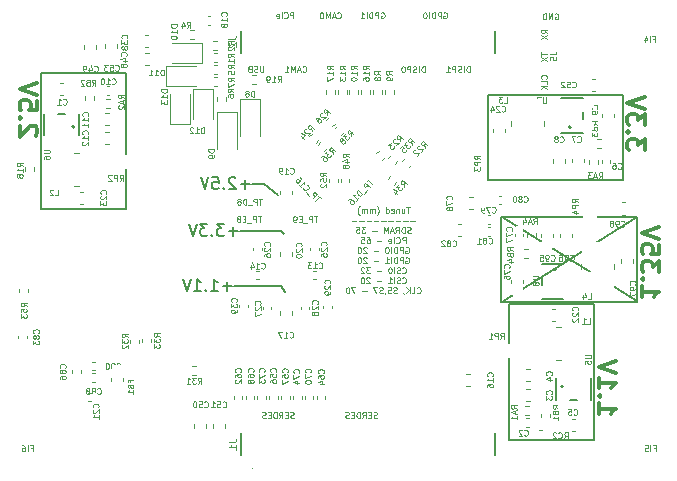
<source format=gbo>
G04 #@! TF.GenerationSoftware,KiCad,Pcbnew,5.1.9+dfsg1-1+deb11u1*
G04 #@! TF.CreationDate,2022-10-19T12:21:59+02:00*
G04 #@! TF.ProjectId,ulx4m,756c7834-6d2e-46b6-9963-61645f706362,v0.0.3*
G04 #@! TF.SameCoordinates,Original*
G04 #@! TF.FileFunction,Legend,Bot*
G04 #@! TF.FilePolarity,Positive*
%FSLAX46Y46*%
G04 Gerber Fmt 4.6, Leading zero omitted, Abs format (unit mm)*
G04 Created by KiCad (PCBNEW 5.1.9+dfsg1-1+deb11u1) date 2022-10-19 12:21:59*
%MOMM*%
%LPD*%
G01*
G04 APERTURE LIST*
%ADD10C,0.150000*%
%ADD11C,0.100000*%
%ADD12C,0.300000*%
%ADD13C,0.200000*%
%ADD14C,0.120000*%
%ADD15C,0.127000*%
%ADD16C,0.125000*%
%ADD17C,0.015000*%
%ADD18C,1.200000*%
%ADD19R,0.850000X0.850000*%
%ADD20O,0.850000X0.850000*%
%ADD21C,1.000000*%
%ADD22O,1.700000X1.700000*%
%ADD23R,1.700000X1.700000*%
%ADD24R,0.230000X0.660000*%
%ADD25R,0.350000X0.660000*%
%ADD26C,3.300000*%
%ADD27R,2.700000X1.500000*%
%ADD28R,1.500000X2.700000*%
%ADD29R,1.200000X0.700000*%
%ADD30R,0.700000X1.200000*%
%ADD31R,0.600000X0.450000*%
%ADD32R,0.450000X0.600000*%
%ADD33R,1.000000X1.000000*%
G04 APERTURE END LIST*
D10*
X146950000Y-89910000D02*
X135480000Y-97110000D01*
X135480000Y-89920000D02*
X146960000Y-97100000D01*
D11*
X139268571Y-78242380D02*
X139292380Y-78218571D01*
X139316190Y-78147142D01*
X139316190Y-78099523D01*
X139292380Y-78028095D01*
X139244761Y-77980476D01*
X139197142Y-77956666D01*
X139101904Y-77932857D01*
X139030476Y-77932857D01*
X138935238Y-77956666D01*
X138887619Y-77980476D01*
X138840000Y-78028095D01*
X138816190Y-78099523D01*
X138816190Y-78147142D01*
X138840000Y-78218571D01*
X138863809Y-78242380D01*
X139316190Y-78694761D02*
X139316190Y-78456666D01*
X138816190Y-78456666D01*
X139316190Y-78861428D02*
X138816190Y-78861428D01*
X139316190Y-79147142D02*
X139030476Y-78932857D01*
X138816190Y-79147142D02*
X139101904Y-78861428D01*
X139356190Y-74406666D02*
X139118095Y-74240000D01*
X139356190Y-74120952D02*
X138856190Y-74120952D01*
X138856190Y-74311428D01*
X138880000Y-74359047D01*
X138903809Y-74382857D01*
X138951428Y-74406666D01*
X139022857Y-74406666D01*
X139070476Y-74382857D01*
X139094285Y-74359047D01*
X139118095Y-74311428D01*
X139118095Y-74120952D01*
X138856190Y-74573333D02*
X139356190Y-74906666D01*
X138856190Y-74906666D02*
X139356190Y-74573333D01*
X138796190Y-76009047D02*
X138796190Y-76294761D01*
X139296190Y-76151904D02*
X138796190Y-76151904D01*
X138796190Y-76413809D02*
X139296190Y-76747142D01*
X138796190Y-76747142D02*
X139296190Y-76413809D01*
X140000952Y-72740000D02*
X140048571Y-72716190D01*
X140120000Y-72716190D01*
X140191428Y-72740000D01*
X140239047Y-72787619D01*
X140262857Y-72835238D01*
X140286666Y-72930476D01*
X140286666Y-73001904D01*
X140262857Y-73097142D01*
X140239047Y-73144761D01*
X140191428Y-73192380D01*
X140120000Y-73216190D01*
X140072380Y-73216190D01*
X140000952Y-73192380D01*
X139977142Y-73168571D01*
X139977142Y-73001904D01*
X140072380Y-73001904D01*
X139762857Y-73216190D02*
X139762857Y-72716190D01*
X139477142Y-73216190D01*
X139477142Y-72716190D01*
X139239047Y-73216190D02*
X139239047Y-72716190D01*
X139120000Y-72716190D01*
X139048571Y-72740000D01*
X139000952Y-72787619D01*
X138977142Y-72835238D01*
X138953333Y-72930476D01*
X138953333Y-73001904D01*
X138977142Y-73097142D01*
X139000952Y-73144761D01*
X139048571Y-73192380D01*
X139120000Y-73216190D01*
X139239047Y-73216190D01*
D10*
X145789999Y-86815000D02*
X134289999Y-86815000D01*
D11*
X127696190Y-89106190D02*
X127410476Y-89106190D01*
X127553333Y-89606190D02*
X127553333Y-89106190D01*
X127029523Y-89272857D02*
X127029523Y-89606190D01*
X127243809Y-89272857D02*
X127243809Y-89534761D01*
X127220000Y-89582380D01*
X127172380Y-89606190D01*
X127100952Y-89606190D01*
X127053333Y-89582380D01*
X127029523Y-89558571D01*
X126791428Y-89272857D02*
X126791428Y-89606190D01*
X126791428Y-89320476D02*
X126767619Y-89296666D01*
X126720000Y-89272857D01*
X126648571Y-89272857D01*
X126600952Y-89296666D01*
X126577142Y-89344285D01*
X126577142Y-89606190D01*
X126148571Y-89582380D02*
X126196190Y-89606190D01*
X126291428Y-89606190D01*
X126339047Y-89582380D01*
X126362857Y-89534761D01*
X126362857Y-89344285D01*
X126339047Y-89296666D01*
X126291428Y-89272857D01*
X126196190Y-89272857D01*
X126148571Y-89296666D01*
X126124761Y-89344285D01*
X126124761Y-89391904D01*
X126362857Y-89439523D01*
X125696190Y-89606190D02*
X125696190Y-89106190D01*
X125696190Y-89582380D02*
X125743809Y-89606190D01*
X125839047Y-89606190D01*
X125886666Y-89582380D01*
X125910476Y-89558571D01*
X125934285Y-89510952D01*
X125934285Y-89368095D01*
X125910476Y-89320476D01*
X125886666Y-89296666D01*
X125839047Y-89272857D01*
X125743809Y-89272857D01*
X125696190Y-89296666D01*
X124934285Y-89796666D02*
X124958095Y-89772857D01*
X125005714Y-89701428D01*
X125029523Y-89653809D01*
X125053333Y-89582380D01*
X125077142Y-89463333D01*
X125077142Y-89368095D01*
X125053333Y-89249047D01*
X125029523Y-89177619D01*
X125005714Y-89130000D01*
X124958095Y-89058571D01*
X124934285Y-89034761D01*
X124743809Y-89606190D02*
X124743809Y-89272857D01*
X124743809Y-89320476D02*
X124720000Y-89296666D01*
X124672380Y-89272857D01*
X124600952Y-89272857D01*
X124553333Y-89296666D01*
X124529523Y-89344285D01*
X124529523Y-89606190D01*
X124529523Y-89344285D02*
X124505714Y-89296666D01*
X124458095Y-89272857D01*
X124386666Y-89272857D01*
X124339047Y-89296666D01*
X124315238Y-89344285D01*
X124315238Y-89606190D01*
X124077142Y-89606190D02*
X124077142Y-89272857D01*
X124077142Y-89320476D02*
X124053333Y-89296666D01*
X124005714Y-89272857D01*
X123934285Y-89272857D01*
X123886666Y-89296666D01*
X123862857Y-89344285D01*
X123862857Y-89606190D01*
X123862857Y-89344285D02*
X123839047Y-89296666D01*
X123791428Y-89272857D01*
X123720000Y-89272857D01*
X123672380Y-89296666D01*
X123648571Y-89344285D01*
X123648571Y-89606190D01*
X123458095Y-89796666D02*
X123434285Y-89772857D01*
X123386666Y-89701428D01*
X123362857Y-89653809D01*
X123339047Y-89582380D01*
X123315238Y-89463333D01*
X123315238Y-89368095D01*
X123339047Y-89249047D01*
X123362857Y-89177619D01*
X123386666Y-89130000D01*
X123434285Y-89058571D01*
X123458095Y-89034761D01*
X128136666Y-90265714D02*
X127755714Y-90265714D01*
X127517619Y-90265714D02*
X127136666Y-90265714D01*
X126898571Y-90265714D02*
X126517619Y-90265714D01*
X126279523Y-90265714D02*
X125898571Y-90265714D01*
X125660476Y-90265714D02*
X125279523Y-90265714D01*
X125041428Y-90265714D02*
X124660476Y-90265714D01*
X124422380Y-90265714D02*
X124041428Y-90265714D01*
X123803333Y-90265714D02*
X123422380Y-90265714D01*
X123184285Y-90265714D02*
X122803333Y-90265714D01*
X127779523Y-91282380D02*
X127708095Y-91306190D01*
X127589047Y-91306190D01*
X127541428Y-91282380D01*
X127517619Y-91258571D01*
X127493809Y-91210952D01*
X127493809Y-91163333D01*
X127517619Y-91115714D01*
X127541428Y-91091904D01*
X127589047Y-91068095D01*
X127684285Y-91044285D01*
X127731904Y-91020476D01*
X127755714Y-90996666D01*
X127779523Y-90949047D01*
X127779523Y-90901428D01*
X127755714Y-90853809D01*
X127731904Y-90830000D01*
X127684285Y-90806190D01*
X127565238Y-90806190D01*
X127493809Y-90830000D01*
X127279523Y-91306190D02*
X127279523Y-90806190D01*
X127160476Y-90806190D01*
X127089047Y-90830000D01*
X127041428Y-90877619D01*
X127017619Y-90925238D01*
X126993809Y-91020476D01*
X126993809Y-91091904D01*
X127017619Y-91187142D01*
X127041428Y-91234761D01*
X127089047Y-91282380D01*
X127160476Y-91306190D01*
X127279523Y-91306190D01*
X126493809Y-91306190D02*
X126660476Y-91068095D01*
X126779523Y-91306190D02*
X126779523Y-90806190D01*
X126589047Y-90806190D01*
X126541428Y-90830000D01*
X126517619Y-90853809D01*
X126493809Y-90901428D01*
X126493809Y-90972857D01*
X126517619Y-91020476D01*
X126541428Y-91044285D01*
X126589047Y-91068095D01*
X126779523Y-91068095D01*
X126303333Y-91163333D02*
X126065238Y-91163333D01*
X126350952Y-91306190D02*
X126184285Y-90806190D01*
X126017619Y-91306190D01*
X125850952Y-91306190D02*
X125850952Y-90806190D01*
X125684285Y-91163333D01*
X125517619Y-90806190D01*
X125517619Y-91306190D01*
X124898571Y-91115714D02*
X124517619Y-91115714D01*
X123946190Y-90806190D02*
X123636666Y-90806190D01*
X123803333Y-90996666D01*
X123731904Y-90996666D01*
X123684285Y-91020476D01*
X123660476Y-91044285D01*
X123636666Y-91091904D01*
X123636666Y-91210952D01*
X123660476Y-91258571D01*
X123684285Y-91282380D01*
X123731904Y-91306190D01*
X123874761Y-91306190D01*
X123922380Y-91282380D01*
X123946190Y-91258571D01*
X123184285Y-90806190D02*
X123422380Y-90806190D01*
X123446190Y-91044285D01*
X123422380Y-91020476D01*
X123374761Y-90996666D01*
X123255714Y-90996666D01*
X123208095Y-91020476D01*
X123184285Y-91044285D01*
X123160476Y-91091904D01*
X123160476Y-91210952D01*
X123184285Y-91258571D01*
X123208095Y-91282380D01*
X123255714Y-91306190D01*
X123374761Y-91306190D01*
X123422380Y-91282380D01*
X123446190Y-91258571D01*
X127350952Y-92156190D02*
X127350952Y-91656190D01*
X127160476Y-91656190D01*
X127112857Y-91680000D01*
X127089047Y-91703809D01*
X127065238Y-91751428D01*
X127065238Y-91822857D01*
X127089047Y-91870476D01*
X127112857Y-91894285D01*
X127160476Y-91918095D01*
X127350952Y-91918095D01*
X126565238Y-92108571D02*
X126589047Y-92132380D01*
X126660476Y-92156190D01*
X126708095Y-92156190D01*
X126779523Y-92132380D01*
X126827142Y-92084761D01*
X126850952Y-92037142D01*
X126874761Y-91941904D01*
X126874761Y-91870476D01*
X126850952Y-91775238D01*
X126827142Y-91727619D01*
X126779523Y-91680000D01*
X126708095Y-91656190D01*
X126660476Y-91656190D01*
X126589047Y-91680000D01*
X126565238Y-91703809D01*
X126350952Y-92156190D02*
X126350952Y-91656190D01*
X125922380Y-92132380D02*
X125970000Y-92156190D01*
X126065238Y-92156190D01*
X126112857Y-92132380D01*
X126136666Y-92084761D01*
X126136666Y-91894285D01*
X126112857Y-91846666D01*
X126065238Y-91822857D01*
X125970000Y-91822857D01*
X125922380Y-91846666D01*
X125898571Y-91894285D01*
X125898571Y-91941904D01*
X126136666Y-91989523D01*
X125303333Y-91965714D02*
X124922380Y-91965714D01*
X124089047Y-91656190D02*
X124184285Y-91656190D01*
X124231904Y-91680000D01*
X124255714Y-91703809D01*
X124303333Y-91775238D01*
X124327142Y-91870476D01*
X124327142Y-92060952D01*
X124303333Y-92108571D01*
X124279523Y-92132380D01*
X124231904Y-92156190D01*
X124136666Y-92156190D01*
X124089047Y-92132380D01*
X124065238Y-92108571D01*
X124041428Y-92060952D01*
X124041428Y-91941904D01*
X124065238Y-91894285D01*
X124089047Y-91870476D01*
X124136666Y-91846666D01*
X124231904Y-91846666D01*
X124279523Y-91870476D01*
X124303333Y-91894285D01*
X124327142Y-91941904D01*
X123589047Y-91656190D02*
X123827142Y-91656190D01*
X123850952Y-91894285D01*
X123827142Y-91870476D01*
X123779523Y-91846666D01*
X123660476Y-91846666D01*
X123612857Y-91870476D01*
X123589047Y-91894285D01*
X123565238Y-91941904D01*
X123565238Y-92060952D01*
X123589047Y-92108571D01*
X123612857Y-92132380D01*
X123660476Y-92156190D01*
X123779523Y-92156190D01*
X123827142Y-92132380D01*
X123850952Y-92108571D01*
X127362857Y-92530000D02*
X127410476Y-92506190D01*
X127481904Y-92506190D01*
X127553333Y-92530000D01*
X127600952Y-92577619D01*
X127624761Y-92625238D01*
X127648571Y-92720476D01*
X127648571Y-92791904D01*
X127624761Y-92887142D01*
X127600952Y-92934761D01*
X127553333Y-92982380D01*
X127481904Y-93006190D01*
X127434285Y-93006190D01*
X127362857Y-92982380D01*
X127339047Y-92958571D01*
X127339047Y-92791904D01*
X127434285Y-92791904D01*
X127124761Y-93006190D02*
X127124761Y-92506190D01*
X126934285Y-92506190D01*
X126886666Y-92530000D01*
X126862857Y-92553809D01*
X126839047Y-92601428D01*
X126839047Y-92672857D01*
X126862857Y-92720476D01*
X126886666Y-92744285D01*
X126934285Y-92768095D01*
X127124761Y-92768095D01*
X126624761Y-93006190D02*
X126624761Y-92506190D01*
X126505714Y-92506190D01*
X126434285Y-92530000D01*
X126386666Y-92577619D01*
X126362857Y-92625238D01*
X126339047Y-92720476D01*
X126339047Y-92791904D01*
X126362857Y-92887142D01*
X126386666Y-92934761D01*
X126434285Y-92982380D01*
X126505714Y-93006190D01*
X126624761Y-93006190D01*
X126124761Y-93006190D02*
X126124761Y-92506190D01*
X125791428Y-92506190D02*
X125743809Y-92506190D01*
X125696190Y-92530000D01*
X125672380Y-92553809D01*
X125648571Y-92601428D01*
X125624761Y-92696666D01*
X125624761Y-92815714D01*
X125648571Y-92910952D01*
X125672380Y-92958571D01*
X125696190Y-92982380D01*
X125743809Y-93006190D01*
X125791428Y-93006190D01*
X125839047Y-92982380D01*
X125862857Y-92958571D01*
X125886666Y-92910952D01*
X125910476Y-92815714D01*
X125910476Y-92696666D01*
X125886666Y-92601428D01*
X125862857Y-92553809D01*
X125839047Y-92530000D01*
X125791428Y-92506190D01*
X125029523Y-92815714D02*
X124648571Y-92815714D01*
X124053333Y-92553809D02*
X124029523Y-92530000D01*
X123981904Y-92506190D01*
X123862857Y-92506190D01*
X123815238Y-92530000D01*
X123791428Y-92553809D01*
X123767619Y-92601428D01*
X123767619Y-92649047D01*
X123791428Y-92720476D01*
X124077142Y-93006190D01*
X123767619Y-93006190D01*
X123458095Y-92506190D02*
X123410476Y-92506190D01*
X123362857Y-92530000D01*
X123339047Y-92553809D01*
X123315238Y-92601428D01*
X123291428Y-92696666D01*
X123291428Y-92815714D01*
X123315238Y-92910952D01*
X123339047Y-92958571D01*
X123362857Y-92982380D01*
X123410476Y-93006190D01*
X123458095Y-93006190D01*
X123505714Y-92982380D01*
X123529523Y-92958571D01*
X123553333Y-92910952D01*
X123577142Y-92815714D01*
X123577142Y-92696666D01*
X123553333Y-92601428D01*
X123529523Y-92553809D01*
X123505714Y-92530000D01*
X123458095Y-92506190D01*
X127362857Y-93380000D02*
X127410476Y-93356190D01*
X127481904Y-93356190D01*
X127553333Y-93380000D01*
X127600952Y-93427619D01*
X127624761Y-93475238D01*
X127648571Y-93570476D01*
X127648571Y-93641904D01*
X127624761Y-93737142D01*
X127600952Y-93784761D01*
X127553333Y-93832380D01*
X127481904Y-93856190D01*
X127434285Y-93856190D01*
X127362857Y-93832380D01*
X127339047Y-93808571D01*
X127339047Y-93641904D01*
X127434285Y-93641904D01*
X127124761Y-93856190D02*
X127124761Y-93356190D01*
X126934285Y-93356190D01*
X126886666Y-93380000D01*
X126862857Y-93403809D01*
X126839047Y-93451428D01*
X126839047Y-93522857D01*
X126862857Y-93570476D01*
X126886666Y-93594285D01*
X126934285Y-93618095D01*
X127124761Y-93618095D01*
X126624761Y-93856190D02*
X126624761Y-93356190D01*
X126505714Y-93356190D01*
X126434285Y-93380000D01*
X126386666Y-93427619D01*
X126362857Y-93475238D01*
X126339047Y-93570476D01*
X126339047Y-93641904D01*
X126362857Y-93737142D01*
X126386666Y-93784761D01*
X126434285Y-93832380D01*
X126505714Y-93856190D01*
X126624761Y-93856190D01*
X126124761Y-93856190D02*
X126124761Y-93356190D01*
X125624761Y-93856190D02*
X125910476Y-93856190D01*
X125767619Y-93856190D02*
X125767619Y-93356190D01*
X125815238Y-93427619D01*
X125862857Y-93475238D01*
X125910476Y-93499047D01*
X125029523Y-93665714D02*
X124648571Y-93665714D01*
X124053333Y-93403809D02*
X124029523Y-93380000D01*
X123981904Y-93356190D01*
X123862857Y-93356190D01*
X123815238Y-93380000D01*
X123791428Y-93403809D01*
X123767619Y-93451428D01*
X123767619Y-93499047D01*
X123791428Y-93570476D01*
X124077142Y-93856190D01*
X123767619Y-93856190D01*
X123458095Y-93356190D02*
X123410476Y-93356190D01*
X123362857Y-93380000D01*
X123339047Y-93403809D01*
X123315238Y-93451428D01*
X123291428Y-93546666D01*
X123291428Y-93665714D01*
X123315238Y-93760952D01*
X123339047Y-93808571D01*
X123362857Y-93832380D01*
X123410476Y-93856190D01*
X123458095Y-93856190D01*
X123505714Y-93832380D01*
X123529523Y-93808571D01*
X123553333Y-93760952D01*
X123577142Y-93665714D01*
X123577142Y-93546666D01*
X123553333Y-93451428D01*
X123529523Y-93403809D01*
X123505714Y-93380000D01*
X123458095Y-93356190D01*
X127077142Y-94658571D02*
X127100952Y-94682380D01*
X127172380Y-94706190D01*
X127220000Y-94706190D01*
X127291428Y-94682380D01*
X127339047Y-94634761D01*
X127362857Y-94587142D01*
X127386666Y-94491904D01*
X127386666Y-94420476D01*
X127362857Y-94325238D01*
X127339047Y-94277619D01*
X127291428Y-94230000D01*
X127220000Y-94206190D01*
X127172380Y-94206190D01*
X127100952Y-94230000D01*
X127077142Y-94253809D01*
X126886666Y-94682380D02*
X126815238Y-94706190D01*
X126696190Y-94706190D01*
X126648571Y-94682380D01*
X126624761Y-94658571D01*
X126600952Y-94610952D01*
X126600952Y-94563333D01*
X126624761Y-94515714D01*
X126648571Y-94491904D01*
X126696190Y-94468095D01*
X126791428Y-94444285D01*
X126839047Y-94420476D01*
X126862857Y-94396666D01*
X126886666Y-94349047D01*
X126886666Y-94301428D01*
X126862857Y-94253809D01*
X126839047Y-94230000D01*
X126791428Y-94206190D01*
X126672380Y-94206190D01*
X126600952Y-94230000D01*
X126386666Y-94706190D02*
X126386666Y-94206190D01*
X126053333Y-94206190D02*
X126005714Y-94206190D01*
X125958095Y-94230000D01*
X125934285Y-94253809D01*
X125910476Y-94301428D01*
X125886666Y-94396666D01*
X125886666Y-94515714D01*
X125910476Y-94610952D01*
X125934285Y-94658571D01*
X125958095Y-94682380D01*
X126005714Y-94706190D01*
X126053333Y-94706190D01*
X126100952Y-94682380D01*
X126124761Y-94658571D01*
X126148571Y-94610952D01*
X126172380Y-94515714D01*
X126172380Y-94396666D01*
X126148571Y-94301428D01*
X126124761Y-94253809D01*
X126100952Y-94230000D01*
X126053333Y-94206190D01*
X125291428Y-94515714D02*
X124910476Y-94515714D01*
X124339047Y-94206190D02*
X124029523Y-94206190D01*
X124196190Y-94396666D01*
X124124761Y-94396666D01*
X124077142Y-94420476D01*
X124053333Y-94444285D01*
X124029523Y-94491904D01*
X124029523Y-94610952D01*
X124053333Y-94658571D01*
X124077142Y-94682380D01*
X124124761Y-94706190D01*
X124267619Y-94706190D01*
X124315238Y-94682380D01*
X124339047Y-94658571D01*
X123839047Y-94253809D02*
X123815238Y-94230000D01*
X123767619Y-94206190D01*
X123648571Y-94206190D01*
X123600952Y-94230000D01*
X123577142Y-94253809D01*
X123553333Y-94301428D01*
X123553333Y-94349047D01*
X123577142Y-94420476D01*
X123862857Y-94706190D01*
X123553333Y-94706190D01*
X127077142Y-95508571D02*
X127100952Y-95532380D01*
X127172380Y-95556190D01*
X127220000Y-95556190D01*
X127291428Y-95532380D01*
X127339047Y-95484761D01*
X127362857Y-95437142D01*
X127386666Y-95341904D01*
X127386666Y-95270476D01*
X127362857Y-95175238D01*
X127339047Y-95127619D01*
X127291428Y-95080000D01*
X127220000Y-95056190D01*
X127172380Y-95056190D01*
X127100952Y-95080000D01*
X127077142Y-95103809D01*
X126886666Y-95532380D02*
X126815238Y-95556190D01*
X126696190Y-95556190D01*
X126648571Y-95532380D01*
X126624761Y-95508571D01*
X126600952Y-95460952D01*
X126600952Y-95413333D01*
X126624761Y-95365714D01*
X126648571Y-95341904D01*
X126696190Y-95318095D01*
X126791428Y-95294285D01*
X126839047Y-95270476D01*
X126862857Y-95246666D01*
X126886666Y-95199047D01*
X126886666Y-95151428D01*
X126862857Y-95103809D01*
X126839047Y-95080000D01*
X126791428Y-95056190D01*
X126672380Y-95056190D01*
X126600952Y-95080000D01*
X126386666Y-95556190D02*
X126386666Y-95056190D01*
X125886666Y-95556190D02*
X126172380Y-95556190D01*
X126029523Y-95556190D02*
X126029523Y-95056190D01*
X126077142Y-95127619D01*
X126124761Y-95175238D01*
X126172380Y-95199047D01*
X125291428Y-95365714D02*
X124910476Y-95365714D01*
X124315238Y-95103809D02*
X124291428Y-95080000D01*
X124243809Y-95056190D01*
X124124761Y-95056190D01*
X124077142Y-95080000D01*
X124053333Y-95103809D01*
X124029523Y-95151428D01*
X124029523Y-95199047D01*
X124053333Y-95270476D01*
X124339047Y-95556190D01*
X124029523Y-95556190D01*
X123720000Y-95056190D02*
X123672380Y-95056190D01*
X123624761Y-95080000D01*
X123600952Y-95103809D01*
X123577142Y-95151428D01*
X123553333Y-95246666D01*
X123553333Y-95365714D01*
X123577142Y-95460952D01*
X123600952Y-95508571D01*
X123624761Y-95532380D01*
X123672380Y-95556190D01*
X123720000Y-95556190D01*
X123767619Y-95532380D01*
X123791428Y-95508571D01*
X123815238Y-95460952D01*
X123839047Y-95365714D01*
X123839047Y-95246666D01*
X123815238Y-95151428D01*
X123791428Y-95103809D01*
X123767619Y-95080000D01*
X123720000Y-95056190D01*
X128315238Y-96358571D02*
X128339047Y-96382380D01*
X128410476Y-96406190D01*
X128458095Y-96406190D01*
X128529523Y-96382380D01*
X128577142Y-96334761D01*
X128600952Y-96287142D01*
X128624761Y-96191904D01*
X128624761Y-96120476D01*
X128600952Y-96025238D01*
X128577142Y-95977619D01*
X128529523Y-95930000D01*
X128458095Y-95906190D01*
X128410476Y-95906190D01*
X128339047Y-95930000D01*
X128315238Y-95953809D01*
X127862857Y-96406190D02*
X128100952Y-96406190D01*
X128100952Y-95906190D01*
X127696190Y-96406190D02*
X127696190Y-95906190D01*
X127410476Y-96406190D02*
X127624761Y-96120476D01*
X127410476Y-95906190D02*
X127696190Y-96191904D01*
X127172380Y-96382380D02*
X127172380Y-96406190D01*
X127196190Y-96453809D01*
X127220000Y-96477619D01*
X126600952Y-96382380D02*
X126529523Y-96406190D01*
X126410476Y-96406190D01*
X126362857Y-96382380D01*
X126339047Y-96358571D01*
X126315238Y-96310952D01*
X126315238Y-96263333D01*
X126339047Y-96215714D01*
X126362857Y-96191904D01*
X126410476Y-96168095D01*
X126505714Y-96144285D01*
X126553333Y-96120476D01*
X126577142Y-96096666D01*
X126600952Y-96049047D01*
X126600952Y-96001428D01*
X126577142Y-95953809D01*
X126553333Y-95930000D01*
X126505714Y-95906190D01*
X126386666Y-95906190D01*
X126315238Y-95930000D01*
X125862857Y-95906190D02*
X126100952Y-95906190D01*
X126124761Y-96144285D01*
X126100952Y-96120476D01*
X126053333Y-96096666D01*
X125934285Y-96096666D01*
X125886666Y-96120476D01*
X125862857Y-96144285D01*
X125839047Y-96191904D01*
X125839047Y-96310952D01*
X125862857Y-96358571D01*
X125886666Y-96382380D01*
X125934285Y-96406190D01*
X126053333Y-96406190D01*
X126100952Y-96382380D01*
X126124761Y-96358571D01*
X125600952Y-96382380D02*
X125600952Y-96406190D01*
X125624761Y-96453809D01*
X125648571Y-96477619D01*
X125410476Y-96382380D02*
X125339047Y-96406190D01*
X125220000Y-96406190D01*
X125172380Y-96382380D01*
X125148571Y-96358571D01*
X125124761Y-96310952D01*
X125124761Y-96263333D01*
X125148571Y-96215714D01*
X125172380Y-96191904D01*
X125220000Y-96168095D01*
X125315238Y-96144285D01*
X125362857Y-96120476D01*
X125386666Y-96096666D01*
X125410476Y-96049047D01*
X125410476Y-96001428D01*
X125386666Y-95953809D01*
X125362857Y-95930000D01*
X125315238Y-95906190D01*
X125196190Y-95906190D01*
X125124761Y-95930000D01*
X124958095Y-95906190D02*
X124624761Y-95906190D01*
X124839047Y-96406190D01*
X124053333Y-96215714D02*
X123672380Y-96215714D01*
X123100952Y-95906190D02*
X122767619Y-95906190D01*
X122981904Y-96406190D01*
X122481904Y-95906190D02*
X122434285Y-95906190D01*
X122386666Y-95930000D01*
X122362857Y-95953809D01*
X122339047Y-96001428D01*
X122315238Y-96096666D01*
X122315238Y-96215714D01*
X122339047Y-96310952D01*
X122362857Y-96358571D01*
X122386666Y-96382380D01*
X122434285Y-96406190D01*
X122481904Y-96406190D01*
X122529523Y-96382380D01*
X122553333Y-96358571D01*
X122577142Y-96310952D01*
X122600952Y-96215714D01*
X122600952Y-96096666D01*
X122577142Y-96001428D01*
X122553333Y-95953809D01*
X122529523Y-95930000D01*
X122481904Y-95906190D01*
D12*
X147631428Y-84304285D02*
X147631428Y-83375714D01*
X147060000Y-83875714D01*
X147060000Y-83661428D01*
X146988571Y-83518571D01*
X146917142Y-83447142D01*
X146774285Y-83375714D01*
X146417142Y-83375714D01*
X146274285Y-83447142D01*
X146202857Y-83518571D01*
X146131428Y-83661428D01*
X146131428Y-84090000D01*
X146202857Y-84232857D01*
X146274285Y-84304285D01*
X146274285Y-82732857D02*
X146202857Y-82661428D01*
X146131428Y-82732857D01*
X146202857Y-82804285D01*
X146274285Y-82732857D01*
X146131428Y-82732857D01*
X147631428Y-82161428D02*
X147631428Y-81232857D01*
X147060000Y-81732857D01*
X147060000Y-81518571D01*
X146988571Y-81375714D01*
X146917142Y-81304285D01*
X146774285Y-81232857D01*
X146417142Y-81232857D01*
X146274285Y-81304285D01*
X146202857Y-81375714D01*
X146131428Y-81518571D01*
X146131428Y-81947142D01*
X146202857Y-82090000D01*
X146274285Y-82161428D01*
X147631428Y-80804285D02*
X146131428Y-80304285D01*
X147631428Y-79804285D01*
D10*
X135470001Y-97115000D02*
X135470001Y-89915000D01*
X146970000Y-97114999D02*
X135470001Y-97115000D01*
X146970002Y-89915000D02*
X146970000Y-97114999D01*
X135470001Y-89915000D02*
X146970002Y-89915000D01*
D12*
X147341428Y-95830000D02*
X147341428Y-96687142D01*
X147341428Y-96258571D02*
X148841428Y-96258571D01*
X148627142Y-96401428D01*
X148484285Y-96544285D01*
X148412857Y-96687142D01*
X147484285Y-95187142D02*
X147412857Y-95115714D01*
X147341428Y-95187142D01*
X147412857Y-95258571D01*
X147484285Y-95187142D01*
X147341428Y-95187142D01*
X148841428Y-94615714D02*
X148841428Y-93687142D01*
X148270000Y-94187142D01*
X148270000Y-93972857D01*
X148198571Y-93830000D01*
X148127142Y-93758571D01*
X147984285Y-93687142D01*
X147627142Y-93687142D01*
X147484285Y-93758571D01*
X147412857Y-93830000D01*
X147341428Y-93972857D01*
X147341428Y-94401428D01*
X147412857Y-94544285D01*
X147484285Y-94615714D01*
X148841428Y-92330000D02*
X148841428Y-93044285D01*
X148127142Y-93115714D01*
X148198571Y-93044285D01*
X148270000Y-92901428D01*
X148270000Y-92544285D01*
X148198571Y-92401428D01*
X148127142Y-92330000D01*
X147984285Y-92258571D01*
X147627142Y-92258571D01*
X147484285Y-92330000D01*
X147412857Y-92401428D01*
X147341428Y-92544285D01*
X147341428Y-92901428D01*
X147412857Y-93044285D01*
X147484285Y-93115714D01*
X148841428Y-91830000D02*
X147341428Y-91330000D01*
X148841428Y-90830000D01*
D11*
X130576190Y-72650000D02*
X130623809Y-72626190D01*
X130695238Y-72626190D01*
X130766666Y-72650000D01*
X130814285Y-72697619D01*
X130838095Y-72745238D01*
X130861904Y-72840476D01*
X130861904Y-72911904D01*
X130838095Y-73007142D01*
X130814285Y-73054761D01*
X130766666Y-73102380D01*
X130695238Y-73126190D01*
X130647619Y-73126190D01*
X130576190Y-73102380D01*
X130552380Y-73078571D01*
X130552380Y-72911904D01*
X130647619Y-72911904D01*
X130338095Y-73126190D02*
X130338095Y-72626190D01*
X130147619Y-72626190D01*
X130100000Y-72650000D01*
X130076190Y-72673809D01*
X130052380Y-72721428D01*
X130052380Y-72792857D01*
X130076190Y-72840476D01*
X130100000Y-72864285D01*
X130147619Y-72888095D01*
X130338095Y-72888095D01*
X129838095Y-73126190D02*
X129838095Y-72626190D01*
X129719047Y-72626190D01*
X129647619Y-72650000D01*
X129600000Y-72697619D01*
X129576190Y-72745238D01*
X129552380Y-72840476D01*
X129552380Y-72911904D01*
X129576190Y-73007142D01*
X129600000Y-73054761D01*
X129647619Y-73102380D01*
X129719047Y-73126190D01*
X129838095Y-73126190D01*
X129338095Y-73126190D02*
X129338095Y-72626190D01*
X129004761Y-72626190D02*
X128957142Y-72626190D01*
X128909523Y-72650000D01*
X128885714Y-72673809D01*
X128861904Y-72721428D01*
X128838095Y-72816666D01*
X128838095Y-72935714D01*
X128861904Y-73030952D01*
X128885714Y-73078571D01*
X128909523Y-73102380D01*
X128957142Y-73126190D01*
X129004761Y-73126190D01*
X129052380Y-73102380D01*
X129076190Y-73078571D01*
X129100000Y-73030952D01*
X129123809Y-72935714D01*
X129123809Y-72816666D01*
X129100000Y-72721428D01*
X129076190Y-72673809D01*
X129052380Y-72650000D01*
X129004761Y-72626190D01*
X132786190Y-77676190D02*
X132786190Y-77176190D01*
X132667142Y-77176190D01*
X132595714Y-77200000D01*
X132548095Y-77247619D01*
X132524285Y-77295238D01*
X132500476Y-77390476D01*
X132500476Y-77461904D01*
X132524285Y-77557142D01*
X132548095Y-77604761D01*
X132595714Y-77652380D01*
X132667142Y-77676190D01*
X132786190Y-77676190D01*
X132286190Y-77676190D02*
X132286190Y-77176190D01*
X132071904Y-77652380D02*
X132000476Y-77676190D01*
X131881428Y-77676190D01*
X131833809Y-77652380D01*
X131810000Y-77628571D01*
X131786190Y-77580952D01*
X131786190Y-77533333D01*
X131810000Y-77485714D01*
X131833809Y-77461904D01*
X131881428Y-77438095D01*
X131976666Y-77414285D01*
X132024285Y-77390476D01*
X132048095Y-77366666D01*
X132071904Y-77319047D01*
X132071904Y-77271428D01*
X132048095Y-77223809D01*
X132024285Y-77200000D01*
X131976666Y-77176190D01*
X131857619Y-77176190D01*
X131786190Y-77200000D01*
X131571904Y-77676190D02*
X131571904Y-77176190D01*
X131381428Y-77176190D01*
X131333809Y-77200000D01*
X131310000Y-77223809D01*
X131286190Y-77271428D01*
X131286190Y-77342857D01*
X131310000Y-77390476D01*
X131333809Y-77414285D01*
X131381428Y-77438095D01*
X131571904Y-77438095D01*
X130810000Y-77676190D02*
X131095714Y-77676190D01*
X130952857Y-77676190D02*
X130952857Y-77176190D01*
X131000476Y-77247619D01*
X131048095Y-77295238D01*
X131095714Y-77319047D01*
X128976190Y-77686190D02*
X128976190Y-77186190D01*
X128857142Y-77186190D01*
X128785714Y-77210000D01*
X128738095Y-77257619D01*
X128714285Y-77305238D01*
X128690476Y-77400476D01*
X128690476Y-77471904D01*
X128714285Y-77567142D01*
X128738095Y-77614761D01*
X128785714Y-77662380D01*
X128857142Y-77686190D01*
X128976190Y-77686190D01*
X128476190Y-77686190D02*
X128476190Y-77186190D01*
X128261904Y-77662380D02*
X128190476Y-77686190D01*
X128071428Y-77686190D01*
X128023809Y-77662380D01*
X128000000Y-77638571D01*
X127976190Y-77590952D01*
X127976190Y-77543333D01*
X128000000Y-77495714D01*
X128023809Y-77471904D01*
X128071428Y-77448095D01*
X128166666Y-77424285D01*
X128214285Y-77400476D01*
X128238095Y-77376666D01*
X128261904Y-77329047D01*
X128261904Y-77281428D01*
X128238095Y-77233809D01*
X128214285Y-77210000D01*
X128166666Y-77186190D01*
X128047619Y-77186190D01*
X127976190Y-77210000D01*
X127761904Y-77686190D02*
X127761904Y-77186190D01*
X127571428Y-77186190D01*
X127523809Y-77210000D01*
X127500000Y-77233809D01*
X127476190Y-77281428D01*
X127476190Y-77352857D01*
X127500000Y-77400476D01*
X127523809Y-77424285D01*
X127571428Y-77448095D01*
X127761904Y-77448095D01*
X127166666Y-77186190D02*
X127119047Y-77186190D01*
X127071428Y-77210000D01*
X127047619Y-77233809D01*
X127023809Y-77281428D01*
X127000000Y-77376666D01*
X127000000Y-77495714D01*
X127023809Y-77590952D01*
X127047619Y-77638571D01*
X127071428Y-77662380D01*
X127119047Y-77686190D01*
X127166666Y-77686190D01*
X127214285Y-77662380D01*
X127238095Y-77638571D01*
X127261904Y-77590952D01*
X127285714Y-77495714D01*
X127285714Y-77376666D01*
X127261904Y-77281428D01*
X127238095Y-77233809D01*
X127214285Y-77210000D01*
X127166666Y-77186190D01*
X125286190Y-72640000D02*
X125333809Y-72616190D01*
X125405238Y-72616190D01*
X125476666Y-72640000D01*
X125524285Y-72687619D01*
X125548095Y-72735238D01*
X125571904Y-72830476D01*
X125571904Y-72901904D01*
X125548095Y-72997142D01*
X125524285Y-73044761D01*
X125476666Y-73092380D01*
X125405238Y-73116190D01*
X125357619Y-73116190D01*
X125286190Y-73092380D01*
X125262380Y-73068571D01*
X125262380Y-72901904D01*
X125357619Y-72901904D01*
X125048095Y-73116190D02*
X125048095Y-72616190D01*
X124857619Y-72616190D01*
X124810000Y-72640000D01*
X124786190Y-72663809D01*
X124762380Y-72711428D01*
X124762380Y-72782857D01*
X124786190Y-72830476D01*
X124810000Y-72854285D01*
X124857619Y-72878095D01*
X125048095Y-72878095D01*
X124548095Y-73116190D02*
X124548095Y-72616190D01*
X124429047Y-72616190D01*
X124357619Y-72640000D01*
X124310000Y-72687619D01*
X124286190Y-72735238D01*
X124262380Y-72830476D01*
X124262380Y-72901904D01*
X124286190Y-72997142D01*
X124310000Y-73044761D01*
X124357619Y-73092380D01*
X124429047Y-73116190D01*
X124548095Y-73116190D01*
X124048095Y-73116190D02*
X124048095Y-72616190D01*
X123548095Y-73116190D02*
X123833809Y-73116190D01*
X123690952Y-73116190D02*
X123690952Y-72616190D01*
X123738571Y-72687619D01*
X123786190Y-72735238D01*
X123833809Y-72759047D01*
X121563333Y-73068571D02*
X121587142Y-73092380D01*
X121658571Y-73116190D01*
X121706190Y-73116190D01*
X121777619Y-73092380D01*
X121825238Y-73044761D01*
X121849047Y-72997142D01*
X121872857Y-72901904D01*
X121872857Y-72830476D01*
X121849047Y-72735238D01*
X121825238Y-72687619D01*
X121777619Y-72640000D01*
X121706190Y-72616190D01*
X121658571Y-72616190D01*
X121587142Y-72640000D01*
X121563333Y-72663809D01*
X121372857Y-72973333D02*
X121134761Y-72973333D01*
X121420476Y-73116190D02*
X121253809Y-72616190D01*
X121087142Y-73116190D01*
X120920476Y-73116190D02*
X120920476Y-72616190D01*
X120753809Y-72973333D01*
X120587142Y-72616190D01*
X120587142Y-73116190D01*
X120253809Y-72616190D02*
X120206190Y-72616190D01*
X120158571Y-72640000D01*
X120134761Y-72663809D01*
X120110952Y-72711428D01*
X120087142Y-72806666D01*
X120087142Y-72925714D01*
X120110952Y-73020952D01*
X120134761Y-73068571D01*
X120158571Y-73092380D01*
X120206190Y-73116190D01*
X120253809Y-73116190D01*
X120301428Y-73092380D01*
X120325238Y-73068571D01*
X120349047Y-73020952D01*
X120372857Y-72925714D01*
X120372857Y-72806666D01*
X120349047Y-72711428D01*
X120325238Y-72663809D01*
X120301428Y-72640000D01*
X120253809Y-72616190D01*
X118623333Y-77618571D02*
X118647142Y-77642380D01*
X118718571Y-77666190D01*
X118766190Y-77666190D01*
X118837619Y-77642380D01*
X118885238Y-77594761D01*
X118909047Y-77547142D01*
X118932857Y-77451904D01*
X118932857Y-77380476D01*
X118909047Y-77285238D01*
X118885238Y-77237619D01*
X118837619Y-77190000D01*
X118766190Y-77166190D01*
X118718571Y-77166190D01*
X118647142Y-77190000D01*
X118623333Y-77213809D01*
X118432857Y-77523333D02*
X118194761Y-77523333D01*
X118480476Y-77666190D02*
X118313809Y-77166190D01*
X118147142Y-77666190D01*
X117980476Y-77666190D02*
X117980476Y-77166190D01*
X117813809Y-77523333D01*
X117647142Y-77166190D01*
X117647142Y-77666190D01*
X117147142Y-77666190D02*
X117432857Y-77666190D01*
X117290000Y-77666190D02*
X117290000Y-77166190D01*
X117337619Y-77237619D01*
X117385238Y-77285238D01*
X117432857Y-77309047D01*
X115310952Y-77166190D02*
X115310952Y-77570952D01*
X115287142Y-77618571D01*
X115263333Y-77642380D01*
X115215714Y-77666190D01*
X115120476Y-77666190D01*
X115072857Y-77642380D01*
X115049047Y-77618571D01*
X115025238Y-77570952D01*
X115025238Y-77166190D01*
X114810952Y-77642380D02*
X114739523Y-77666190D01*
X114620476Y-77666190D01*
X114572857Y-77642380D01*
X114549047Y-77618571D01*
X114525238Y-77570952D01*
X114525238Y-77523333D01*
X114549047Y-77475714D01*
X114572857Y-77451904D01*
X114620476Y-77428095D01*
X114715714Y-77404285D01*
X114763333Y-77380476D01*
X114787142Y-77356666D01*
X114810952Y-77309047D01*
X114810952Y-77261428D01*
X114787142Y-77213809D01*
X114763333Y-77190000D01*
X114715714Y-77166190D01*
X114596666Y-77166190D01*
X114525238Y-77190000D01*
X114144285Y-77404285D02*
X114072857Y-77428095D01*
X114049047Y-77451904D01*
X114025238Y-77499523D01*
X114025238Y-77570952D01*
X114049047Y-77618571D01*
X114072857Y-77642380D01*
X114120476Y-77666190D01*
X114310952Y-77666190D01*
X114310952Y-77166190D01*
X114144285Y-77166190D01*
X114096666Y-77190000D01*
X114072857Y-77213809D01*
X114049047Y-77261428D01*
X114049047Y-77309047D01*
X114072857Y-77356666D01*
X114096666Y-77380476D01*
X114144285Y-77404285D01*
X114310952Y-77404285D01*
X124923333Y-106942380D02*
X124851904Y-106966190D01*
X124732857Y-106966190D01*
X124685238Y-106942380D01*
X124661428Y-106918571D01*
X124637619Y-106870952D01*
X124637619Y-106823333D01*
X124661428Y-106775714D01*
X124685238Y-106751904D01*
X124732857Y-106728095D01*
X124828095Y-106704285D01*
X124875714Y-106680476D01*
X124899523Y-106656666D01*
X124923333Y-106609047D01*
X124923333Y-106561428D01*
X124899523Y-106513809D01*
X124875714Y-106490000D01*
X124828095Y-106466190D01*
X124709047Y-106466190D01*
X124637619Y-106490000D01*
X124423333Y-106704285D02*
X124256666Y-106704285D01*
X124185238Y-106966190D02*
X124423333Y-106966190D01*
X124423333Y-106466190D01*
X124185238Y-106466190D01*
X123685238Y-106966190D02*
X123851904Y-106728095D01*
X123970952Y-106966190D02*
X123970952Y-106466190D01*
X123780476Y-106466190D01*
X123732857Y-106490000D01*
X123709047Y-106513809D01*
X123685238Y-106561428D01*
X123685238Y-106632857D01*
X123709047Y-106680476D01*
X123732857Y-106704285D01*
X123780476Y-106728095D01*
X123970952Y-106728095D01*
X123470952Y-106966190D02*
X123470952Y-106466190D01*
X123351904Y-106466190D01*
X123280476Y-106490000D01*
X123232857Y-106537619D01*
X123209047Y-106585238D01*
X123185238Y-106680476D01*
X123185238Y-106751904D01*
X123209047Y-106847142D01*
X123232857Y-106894761D01*
X123280476Y-106942380D01*
X123351904Y-106966190D01*
X123470952Y-106966190D01*
X122970952Y-106704285D02*
X122804285Y-106704285D01*
X122732857Y-106966190D02*
X122970952Y-106966190D01*
X122970952Y-106466190D01*
X122732857Y-106466190D01*
X122542380Y-106942380D02*
X122470952Y-106966190D01*
X122351904Y-106966190D01*
X122304285Y-106942380D01*
X122280476Y-106918571D01*
X122256666Y-106870952D01*
X122256666Y-106823333D01*
X122280476Y-106775714D01*
X122304285Y-106751904D01*
X122351904Y-106728095D01*
X122447142Y-106704285D01*
X122494761Y-106680476D01*
X122518571Y-106656666D01*
X122542380Y-106609047D01*
X122542380Y-106561428D01*
X122518571Y-106513809D01*
X122494761Y-106490000D01*
X122447142Y-106466190D01*
X122328095Y-106466190D01*
X122256666Y-106490000D01*
X117873333Y-106942380D02*
X117801904Y-106966190D01*
X117682857Y-106966190D01*
X117635238Y-106942380D01*
X117611428Y-106918571D01*
X117587619Y-106870952D01*
X117587619Y-106823333D01*
X117611428Y-106775714D01*
X117635238Y-106751904D01*
X117682857Y-106728095D01*
X117778095Y-106704285D01*
X117825714Y-106680476D01*
X117849523Y-106656666D01*
X117873333Y-106609047D01*
X117873333Y-106561428D01*
X117849523Y-106513809D01*
X117825714Y-106490000D01*
X117778095Y-106466190D01*
X117659047Y-106466190D01*
X117587619Y-106490000D01*
X117373333Y-106704285D02*
X117206666Y-106704285D01*
X117135238Y-106966190D02*
X117373333Y-106966190D01*
X117373333Y-106466190D01*
X117135238Y-106466190D01*
X116635238Y-106966190D02*
X116801904Y-106728095D01*
X116920952Y-106966190D02*
X116920952Y-106466190D01*
X116730476Y-106466190D01*
X116682857Y-106490000D01*
X116659047Y-106513809D01*
X116635238Y-106561428D01*
X116635238Y-106632857D01*
X116659047Y-106680476D01*
X116682857Y-106704285D01*
X116730476Y-106728095D01*
X116920952Y-106728095D01*
X116420952Y-106966190D02*
X116420952Y-106466190D01*
X116301904Y-106466190D01*
X116230476Y-106490000D01*
X116182857Y-106537619D01*
X116159047Y-106585238D01*
X116135238Y-106680476D01*
X116135238Y-106751904D01*
X116159047Y-106847142D01*
X116182857Y-106894761D01*
X116230476Y-106942380D01*
X116301904Y-106966190D01*
X116420952Y-106966190D01*
X115920952Y-106704285D02*
X115754285Y-106704285D01*
X115682857Y-106966190D02*
X115920952Y-106966190D01*
X115920952Y-106466190D01*
X115682857Y-106466190D01*
X115492380Y-106942380D02*
X115420952Y-106966190D01*
X115301904Y-106966190D01*
X115254285Y-106942380D01*
X115230476Y-106918571D01*
X115206666Y-106870952D01*
X115206666Y-106823333D01*
X115230476Y-106775714D01*
X115254285Y-106751904D01*
X115301904Y-106728095D01*
X115397142Y-106704285D01*
X115444761Y-106680476D01*
X115468571Y-106656666D01*
X115492380Y-106609047D01*
X115492380Y-106561428D01*
X115468571Y-106513809D01*
X115444761Y-106490000D01*
X115397142Y-106466190D01*
X115278095Y-106466190D01*
X115206666Y-106490000D01*
X117854285Y-73106190D02*
X117854285Y-72606190D01*
X117663809Y-72606190D01*
X117616190Y-72630000D01*
X117592380Y-72653809D01*
X117568571Y-72701428D01*
X117568571Y-72772857D01*
X117592380Y-72820476D01*
X117616190Y-72844285D01*
X117663809Y-72868095D01*
X117854285Y-72868095D01*
X117068571Y-73058571D02*
X117092380Y-73082380D01*
X117163809Y-73106190D01*
X117211428Y-73106190D01*
X117282857Y-73082380D01*
X117330476Y-73034761D01*
X117354285Y-72987142D01*
X117378095Y-72891904D01*
X117378095Y-72820476D01*
X117354285Y-72725238D01*
X117330476Y-72677619D01*
X117282857Y-72630000D01*
X117211428Y-72606190D01*
X117163809Y-72606190D01*
X117092380Y-72630000D01*
X117068571Y-72653809D01*
X116854285Y-73106190D02*
X116854285Y-72606190D01*
X116425714Y-73082380D02*
X116473333Y-73106190D01*
X116568571Y-73106190D01*
X116616190Y-73082380D01*
X116640000Y-73034761D01*
X116640000Y-72844285D01*
X116616190Y-72796666D01*
X116568571Y-72772857D01*
X116473333Y-72772857D01*
X116425714Y-72796666D01*
X116401904Y-72844285D01*
X116401904Y-72891904D01*
X116640000Y-72939523D01*
D10*
X136100001Y-108840000D02*
X136100001Y-97340000D01*
X136100001Y-97340000D02*
X143299999Y-97340000D01*
X143299999Y-97340000D02*
X143299999Y-108840000D01*
X143299999Y-108840000D02*
X136100001Y-108840000D01*
X134289999Y-86815000D02*
X134290000Y-79615001D01*
X134290000Y-79615001D02*
X145789999Y-79615000D01*
X145789999Y-79615000D02*
X145789999Y-86815000D01*
X96490000Y-89275000D02*
X96490000Y-77775000D01*
X103690000Y-89275000D02*
X96490000Y-89275000D01*
X103690000Y-77775000D02*
X103690000Y-89275000D01*
X96490000Y-77775000D02*
X103690000Y-77775000D01*
D13*
X115390000Y-87192000D02*
X114374000Y-87192001D01*
X116520000Y-88080000D02*
X115390000Y-87192000D01*
X116787001Y-91129000D02*
X113358000Y-91129001D01*
X117041000Y-91383000D02*
X116787001Y-91129000D01*
X116787000Y-95828000D02*
X117168000Y-96336000D01*
X112860000Y-95825001D02*
X116787000Y-95828000D01*
D12*
X143701428Y-105735714D02*
X143701428Y-106592857D01*
X143701428Y-106164285D02*
X145201428Y-106164285D01*
X144987142Y-106307142D01*
X144844285Y-106450000D01*
X144772857Y-106592857D01*
X143844285Y-105092857D02*
X143772857Y-105021428D01*
X143701428Y-105092857D01*
X143772857Y-105164285D01*
X143844285Y-105092857D01*
X143701428Y-105092857D01*
X143701428Y-103592857D02*
X143701428Y-104450000D01*
X143701428Y-104021428D02*
X145201428Y-104021428D01*
X144987142Y-104164285D01*
X144844285Y-104307142D01*
X144772857Y-104450000D01*
X145201428Y-103164285D02*
X143701428Y-102664285D01*
X145201428Y-102164285D01*
X96028571Y-83062857D02*
X96100000Y-82991428D01*
X96171428Y-82848571D01*
X96171428Y-82491428D01*
X96100000Y-82348571D01*
X96028571Y-82277142D01*
X95885714Y-82205714D01*
X95742857Y-82205714D01*
X95528571Y-82277142D01*
X94671428Y-83134285D01*
X94671428Y-82205714D01*
X94814285Y-81562857D02*
X94742857Y-81491428D01*
X94671428Y-81562857D01*
X94742857Y-81634285D01*
X94814285Y-81562857D01*
X94671428Y-81562857D01*
X96171428Y-80134285D02*
X96171428Y-80848571D01*
X95457142Y-80920000D01*
X95528571Y-80848571D01*
X95600000Y-80705714D01*
X95600000Y-80348571D01*
X95528571Y-80205714D01*
X95457142Y-80134285D01*
X95314285Y-80062857D01*
X94957142Y-80062857D01*
X94814285Y-80134285D01*
X94742857Y-80205714D01*
X94671428Y-80348571D01*
X94671428Y-80705714D01*
X94742857Y-80848571D01*
X94814285Y-80920000D01*
X96171428Y-79634285D02*
X94671428Y-79134285D01*
X96171428Y-78634285D01*
D10*
X114134999Y-87196428D02*
X113373094Y-87196428D01*
X113754046Y-87577380D02*
X113754046Y-86815476D01*
X112944522Y-86672619D02*
X112896903Y-86625000D01*
X112801665Y-86577380D01*
X112563570Y-86577380D01*
X112468332Y-86625000D01*
X112420713Y-86672619D01*
X112373094Y-86767857D01*
X112373094Y-86863095D01*
X112420713Y-87005952D01*
X112992141Y-87577380D01*
X112373094Y-87577380D01*
X111944522Y-87482142D02*
X111896903Y-87529761D01*
X111944522Y-87577380D01*
X111992141Y-87529761D01*
X111944522Y-87482142D01*
X111944522Y-87577380D01*
X110992141Y-86577380D02*
X111468332Y-86577380D01*
X111515951Y-87053571D01*
X111468332Y-87005952D01*
X111373094Y-86958333D01*
X111134999Y-86958333D01*
X111039760Y-87005952D01*
X110992141Y-87053571D01*
X110944522Y-87148809D01*
X110944522Y-87386904D01*
X110992141Y-87482142D01*
X111039760Y-87529761D01*
X111134999Y-87577380D01*
X111373094Y-87577380D01*
X111468332Y-87529761D01*
X111515951Y-87482142D01*
X110658808Y-86577380D02*
X110325475Y-87577380D01*
X109992141Y-86577380D01*
X113135000Y-91146428D02*
X112373095Y-91146428D01*
X112754047Y-91527380D02*
X112754047Y-90765476D01*
X111992142Y-90527380D02*
X111373095Y-90527380D01*
X111706428Y-90908333D01*
X111563571Y-90908333D01*
X111468333Y-90955952D01*
X111420714Y-91003571D01*
X111373095Y-91098809D01*
X111373095Y-91336904D01*
X111420714Y-91432142D01*
X111468333Y-91479761D01*
X111563571Y-91527380D01*
X111849285Y-91527380D01*
X111944523Y-91479761D01*
X111992142Y-91432142D01*
X110944523Y-91432142D02*
X110896904Y-91479761D01*
X110944523Y-91527380D01*
X110992142Y-91479761D01*
X110944523Y-91432142D01*
X110944523Y-91527380D01*
X110563571Y-90527380D02*
X109944523Y-90527380D01*
X110277857Y-90908333D01*
X110135000Y-90908333D01*
X110039761Y-90955952D01*
X109992142Y-91003571D01*
X109944523Y-91098809D01*
X109944523Y-91336904D01*
X109992142Y-91432142D01*
X110039761Y-91479761D01*
X110135000Y-91527380D01*
X110420714Y-91527380D01*
X110515952Y-91479761D01*
X110563571Y-91432142D01*
X109658809Y-90527380D02*
X109325476Y-91527380D01*
X108992142Y-90527380D01*
X112635000Y-95821428D02*
X111873095Y-95821428D01*
X112254047Y-96202380D02*
X112254047Y-95440476D01*
X110873095Y-96202380D02*
X111444523Y-96202380D01*
X111158809Y-96202380D02*
X111158809Y-95202380D01*
X111254047Y-95345238D01*
X111349285Y-95440476D01*
X111444523Y-95488095D01*
X110444523Y-96107142D02*
X110396904Y-96154761D01*
X110444523Y-96202380D01*
X110492142Y-96154761D01*
X110444523Y-96107142D01*
X110444523Y-96202380D01*
X109444523Y-96202380D02*
X110015952Y-96202380D01*
X109730238Y-96202380D02*
X109730238Y-95202380D01*
X109825476Y-95345238D01*
X109920714Y-95440476D01*
X110015952Y-95488095D01*
X109158809Y-95202380D02*
X108825476Y-96202380D01*
X108492142Y-95202380D01*
D14*
X138913641Y-108780000D02*
X138606359Y-108780000D01*
X138913641Y-108020000D02*
X138606359Y-108020000D01*
X137391357Y-92635001D02*
X137698639Y-92635001D01*
X137391357Y-93395001D02*
X137698639Y-93395001D01*
X143868643Y-84094999D02*
X143561361Y-84094999D01*
X143868643Y-83334999D02*
X143561361Y-83334999D01*
X100970000Y-79696359D02*
X100970000Y-80003641D01*
X100210000Y-79696359D02*
X100210000Y-80003641D01*
X138820001Y-106918641D02*
X138820001Y-106611359D01*
X139580001Y-106918641D02*
X139580001Y-106611359D01*
X138370000Y-91306359D02*
X138370000Y-91613641D01*
X137610000Y-91306359D02*
X137610000Y-91613641D01*
X142885001Y-85428642D02*
X142885001Y-85121360D01*
X143645001Y-85428642D02*
X143645001Y-85121360D01*
X102303641Y-80680000D02*
X101996359Y-80680000D01*
X102303641Y-79920000D02*
X101996359Y-79920000D01*
X137486359Y-105934999D02*
X137793641Y-105934999D01*
X137486359Y-106694999D02*
X137793641Y-106694999D01*
X105810000Y-100256359D02*
X105810000Y-100563641D01*
X105050000Y-100256359D02*
X105050000Y-100563641D01*
X104810000Y-100336359D02*
X104810000Y-100643641D01*
X104050000Y-100336359D02*
X104050000Y-100643641D01*
X109266359Y-102540000D02*
X109573641Y-102540000D01*
X109266359Y-103300000D02*
X109573641Y-103300000D01*
X95910000Y-85756359D02*
X95910000Y-86063641D01*
X95150000Y-85756359D02*
X95150000Y-86063641D01*
D15*
X113398000Y-108220000D02*
X113398000Y-110070000D01*
X134918000Y-110070000D02*
X134918000Y-108220000D01*
D14*
X114418000Y-111210000D02*
G75*
G03*
X114418000Y-111210000I-60000J0D01*
G01*
X136240000Y-81830000D02*
X136240000Y-82230000D01*
X139040000Y-81830000D02*
X139040000Y-82230000D01*
X140510000Y-99290000D02*
X140110000Y-99290000D01*
X140510000Y-102090000D02*
X140110000Y-102090000D01*
X99280000Y-87325000D02*
X99680000Y-87325000D01*
X99280000Y-84525000D02*
X99680000Y-84525000D01*
X101140000Y-75367221D02*
X101140000Y-75692779D01*
X100120000Y-75367221D02*
X100120000Y-75692779D01*
X105587779Y-77115000D02*
X105262221Y-77115000D01*
X105587779Y-76095000D02*
X105262221Y-76095000D01*
X143097221Y-78230000D02*
X143422779Y-78230000D01*
X143097221Y-79250000D02*
X143422779Y-79250000D01*
X112050000Y-107477221D02*
X112050000Y-107802779D01*
X111030000Y-107477221D02*
X111030000Y-107802779D01*
X110490000Y-107477221D02*
X110490000Y-107802779D01*
X109470000Y-107477221D02*
X109470000Y-107802779D01*
D10*
X141361804Y-82335000D02*
G75*
G03*
X141361804Y-82335000I-111803J0D01*
G01*
X142350001Y-81635000D02*
X142350001Y-81035000D01*
X142350001Y-79835000D02*
X140550001Y-79835000D01*
X140550001Y-82835000D02*
X142350001Y-82835000D01*
D14*
X102910000Y-75337221D02*
X102910000Y-75662779D01*
X101890000Y-75337221D02*
X101890000Y-75662779D01*
D10*
X140691803Y-104300000D02*
G75*
G03*
X140691803Y-104300000I-111803J0D01*
G01*
X141280000Y-105400000D02*
X141880000Y-105400000D01*
X143080000Y-105400000D02*
X143080000Y-103600000D01*
X140080000Y-103600000D02*
X140080000Y-105400000D01*
X99321803Y-82315000D02*
G75*
G03*
X99321803Y-82315000I-111803J0D01*
G01*
X98510000Y-81215000D02*
X97910000Y-81215000D01*
X96710000Y-81215000D02*
X96710000Y-83015000D01*
X99710000Y-83015000D02*
X99710000Y-81215000D01*
D14*
X98074420Y-79595000D02*
X98355580Y-79595000D01*
X98074420Y-78575000D02*
X98355580Y-78575000D01*
X137542165Y-107005000D02*
X137757837Y-107005000D01*
X137542165Y-107725000D02*
X137757837Y-107725000D01*
X137584420Y-105499999D02*
X137865580Y-105499999D01*
X137584420Y-104479999D02*
X137865580Y-104479999D01*
X137574420Y-102845000D02*
X137855580Y-102845000D01*
X137574420Y-103865000D02*
X137855580Y-103865000D01*
X141715580Y-107020000D02*
X141434420Y-107020000D01*
X141715580Y-108040000D02*
X141434420Y-108040000D01*
X144674999Y-85372836D02*
X144674999Y-85157164D01*
X143954999Y-85372836D02*
X143954999Y-85157164D01*
X141430001Y-85330579D02*
X141430001Y-85049419D01*
X142450001Y-85330579D02*
X142450001Y-85049419D01*
X140815000Y-85340579D02*
X140815000Y-85059419D01*
X139795000Y-85340579D02*
X139795000Y-85059419D01*
X143970001Y-81199420D02*
X143970001Y-81480580D01*
X144990001Y-81199420D02*
X144990001Y-81480580D01*
X102247836Y-78890000D02*
X102032164Y-78890000D01*
X102247836Y-79610000D02*
X102032164Y-79610000D01*
X102205580Y-82135000D02*
X101924420Y-82135000D01*
X102205580Y-81115000D02*
X101924420Y-81115000D01*
X102215580Y-82750000D02*
X101934420Y-82750000D01*
X102215580Y-83770000D02*
X101934420Y-83770000D01*
X132499420Y-103240000D02*
X132780580Y-103240000D01*
X132499420Y-104260000D02*
X132780580Y-104260000D01*
X117740000Y-97929420D02*
X117740000Y-98210580D01*
X116720000Y-97929420D02*
X116720000Y-98210580D01*
X117740000Y-88010580D02*
X117740000Y-87729420D01*
X116720000Y-88010580D02*
X116720000Y-87729420D01*
X117740000Y-92929420D02*
X117740000Y-93210580D01*
X116720000Y-92929420D02*
X116720000Y-93210580D01*
X139718419Y-98758000D02*
X139999579Y-98758000D01*
X139718419Y-97738000D02*
X139999579Y-97738000D01*
X100071580Y-88877000D02*
X99790420Y-88877000D01*
X100071580Y-87857000D02*
X99790420Y-87857000D01*
X134730000Y-82780580D02*
X134730000Y-82499420D01*
X135750000Y-82780580D02*
X135750000Y-82499420D01*
X119990000Y-92562164D02*
X119990000Y-92777836D01*
X119270000Y-92562164D02*
X119270000Y-92777836D01*
X115190000Y-92562164D02*
X115190000Y-92777836D01*
X114470000Y-92562164D02*
X114470000Y-92777836D01*
X115270001Y-97562164D02*
X115270001Y-97777836D01*
X115990001Y-97562164D02*
X115990001Y-97777836D01*
X119190000Y-97562164D02*
X119190000Y-97777836D01*
X118470000Y-97562164D02*
X118470000Y-97777836D01*
X120370000Y-97462164D02*
X120370000Y-97677836D01*
X121090000Y-97462164D02*
X121090000Y-97677836D01*
X113990000Y-97362165D02*
X113990000Y-97577837D01*
X113270000Y-97362165D02*
X113270000Y-97577837D01*
X114722164Y-94510000D02*
X114937836Y-94510000D01*
X114722164Y-95230000D02*
X114937836Y-95230000D01*
X119737836Y-94510000D02*
X119522164Y-94510000D01*
X119737836Y-95230000D02*
X119522164Y-95230000D01*
X110582164Y-72940000D02*
X110797836Y-72940000D01*
X110582164Y-73660000D02*
X110797836Y-73660000D01*
X100707836Y-104810000D02*
X100492164Y-104810000D01*
X100707836Y-105530000D02*
X100492164Y-105530000D01*
X105570580Y-75590000D02*
X105289420Y-75590000D01*
X105570580Y-74570000D02*
X105289420Y-74570000D01*
X114418000Y-77210000D02*
G75*
G03*
X114418000Y-77210000I-60000J0D01*
G01*
D15*
X134918000Y-76070000D02*
X134918000Y-74220000D01*
X113398000Y-74220000D02*
X113398000Y-76070000D01*
D14*
X110090000Y-75180001D02*
X110090000Y-76880001D01*
X110090000Y-76880001D02*
X107540000Y-76880001D01*
X110090000Y-75180001D02*
X107540000Y-75180001D01*
X107090002Y-78850000D02*
X109640002Y-78850000D01*
X107090002Y-77150000D02*
X109640002Y-77150000D01*
X107090002Y-78850000D02*
X107090002Y-77150000D01*
X109380000Y-79110000D02*
X111080000Y-79110000D01*
X111080000Y-79110000D02*
X111080000Y-81660000D01*
X109380000Y-79110000D02*
X109380000Y-81660000D01*
X109100000Y-82090000D02*
X109100000Y-79540000D01*
X107400000Y-82090000D02*
X107400000Y-79540000D01*
X109100000Y-82090000D02*
X107400000Y-82090000D01*
X111403641Y-76790000D02*
X111096359Y-76790000D01*
X111403641Y-76030000D02*
X111096359Y-76030000D01*
X111393641Y-75020000D02*
X111086359Y-75020000D01*
X111393641Y-75780000D02*
X111086359Y-75780000D01*
X109393641Y-74889999D02*
X109086359Y-74889999D01*
X109393641Y-74129999D02*
X109086359Y-74129999D01*
X111106359Y-77830000D02*
X111413641Y-77830000D01*
X111106359Y-77070000D02*
X111413641Y-77070000D01*
X112130000Y-80113642D02*
X112130000Y-79806360D01*
X111370000Y-80113642D02*
X111370000Y-79806360D01*
X111101360Y-78084999D02*
X111408642Y-78084999D01*
X111101360Y-78844999D02*
X111408642Y-78844999D01*
X124590000Y-79513641D02*
X124590000Y-79206359D01*
X125350000Y-79513641D02*
X125350000Y-79206359D01*
X125590000Y-79513641D02*
X125590000Y-79206359D01*
X126350000Y-79513641D02*
X126350000Y-79206359D01*
X122590000Y-79523641D02*
X122590000Y-79216359D01*
X123350000Y-79523641D02*
X123350000Y-79216359D01*
X122350000Y-79525011D02*
X122350000Y-79217729D01*
X121590000Y-79525011D02*
X121590000Y-79217729D01*
X123590000Y-79523641D02*
X123590000Y-79216359D01*
X124350000Y-79523641D02*
X124350000Y-79216359D01*
X121350293Y-79525012D02*
X121350293Y-79217730D01*
X120590293Y-79525012D02*
X120590293Y-79217730D01*
X115810000Y-105337836D02*
X115810000Y-105122164D01*
X116530000Y-105337836D02*
X116530000Y-105122164D01*
X117550000Y-105337836D02*
X117550000Y-105122164D01*
X116830000Y-105337836D02*
X116830000Y-105122164D01*
X112810000Y-105337836D02*
X112810000Y-105122164D01*
X113530000Y-105337836D02*
X113530000Y-105122164D01*
X119830000Y-105337836D02*
X119830000Y-105122164D01*
X120550000Y-105337836D02*
X120550000Y-105122164D01*
X114530000Y-105122164D02*
X114530000Y-105337836D01*
X113810000Y-105122164D02*
X113810000Y-105337836D01*
X119550000Y-105122164D02*
X119550000Y-105337836D01*
X118830000Y-105122164D02*
X118830000Y-105337836D01*
X114810000Y-105122164D02*
X114810000Y-105337836D01*
X115530000Y-105122164D02*
X115530000Y-105337836D01*
X117830000Y-105122164D02*
X117830000Y-105337836D01*
X118550000Y-105122164D02*
X118550000Y-105337836D01*
X113320000Y-79950000D02*
X115020000Y-79950000D01*
X115020000Y-79950000D02*
X115020000Y-83100000D01*
X113320000Y-79950000D02*
X113320000Y-83100000D01*
X111360000Y-81070000D02*
X111360000Y-84220000D01*
X113060000Y-81070000D02*
X113060000Y-84220000D01*
X111360000Y-81070000D02*
X113060000Y-81070000D01*
X114356359Y-77920000D02*
X114663641Y-77920000D01*
X114356359Y-78680000D02*
X114663641Y-78680000D01*
X127817341Y-85510060D02*
X127600060Y-85727341D01*
X127279940Y-84972659D02*
X127062659Y-85189940D01*
X125607341Y-84870060D02*
X125390060Y-85087341D01*
X125069940Y-84332659D02*
X124852659Y-84549940D01*
X119409316Y-82903283D02*
X119192035Y-83120564D01*
X119946717Y-83440684D02*
X119729436Y-83657965D01*
X120839940Y-81512659D02*
X120622659Y-81729940D01*
X121377341Y-82050060D02*
X121160060Y-82267341D01*
X125822659Y-86699940D02*
X126039940Y-86482659D01*
X126360060Y-87237341D02*
X126577341Y-87020060D01*
X126440060Y-85457341D02*
X126657341Y-85240060D01*
X125902659Y-84919940D02*
X126119940Y-84702659D01*
X119902659Y-83819940D02*
X120119940Y-83602659D01*
X120440060Y-84357341D02*
X120657341Y-84140060D01*
X121342659Y-82439940D02*
X121559940Y-82222659D01*
X121880060Y-82977341D02*
X122097341Y-82760060D01*
X120830000Y-86696359D02*
X120830000Y-87003641D01*
X121590000Y-86696359D02*
X121590000Y-87003641D01*
X122600000Y-86696359D02*
X122600000Y-87003641D01*
X121840000Y-86696359D02*
X121840000Y-87003641D01*
X136270000Y-95530579D02*
X136270000Y-95249419D01*
X137290000Y-95530579D02*
X137290000Y-95249419D01*
X137305001Y-91357164D02*
X137305001Y-91572836D01*
X136585001Y-91357164D02*
X136585001Y-91572836D01*
X138809998Y-91399421D02*
X138809998Y-91680581D01*
X139829998Y-91399421D02*
X139829998Y-91680581D01*
X141465000Y-91389421D02*
X141465000Y-91670581D01*
X140445000Y-91389421D02*
X140445000Y-91670581D01*
X146572001Y-93533420D02*
X146572001Y-93814580D01*
X145552001Y-93533420D02*
X145552001Y-93814580D01*
X145659420Y-89740000D02*
X145940580Y-89740000D01*
X145659420Y-88720000D02*
X145940580Y-88720000D01*
X145020000Y-94325001D02*
X145020000Y-93925001D01*
X142220000Y-94325001D02*
X142220000Y-93925001D01*
D10*
X140121803Y-94390000D02*
G75*
G03*
X140121803Y-94390000I-111803J0D01*
G01*
X138910000Y-95090000D02*
X138910000Y-95690000D01*
X138910000Y-96890000D02*
X140710000Y-96890000D01*
X140710000Y-93890000D02*
X138910000Y-93890000D01*
D14*
X132749420Y-88220000D02*
X133030580Y-88220000D01*
X132749420Y-89240000D02*
X133030580Y-89240000D01*
X134507836Y-89800000D02*
X134292164Y-89800000D01*
X134507836Y-90520000D02*
X134292164Y-90520000D01*
X135457836Y-88150000D02*
X135242164Y-88150000D01*
X135457836Y-88870000D02*
X135242164Y-88870000D01*
X134507836Y-91520000D02*
X134292164Y-91520000D01*
X134507836Y-90800000D02*
X134292164Y-90800000D01*
X132080580Y-90550000D02*
X131799420Y-90550000D01*
X132080580Y-91570000D02*
X131799420Y-91570000D01*
X95290000Y-100197836D02*
X95290000Y-99982164D01*
X94570000Y-100197836D02*
X94570000Y-99982164D01*
X99130000Y-102932164D02*
X99130000Y-103147836D01*
X99850000Y-102932164D02*
X99850000Y-103147836D01*
X100822164Y-103190000D02*
X101037836Y-103190000D01*
X100822164Y-103910000D02*
X101037836Y-103910000D01*
X100832164Y-102200000D02*
X101047836Y-102200000D01*
X100832164Y-102920000D02*
X101047836Y-102920000D01*
X103450000Y-103862779D02*
X103450000Y-103537221D01*
X102430000Y-103862779D02*
X102430000Y-103537221D01*
X94660000Y-96026359D02*
X94660000Y-96333641D01*
X95420000Y-96026359D02*
X95420000Y-96333641D01*
D11*
X139616190Y-76163333D02*
X139973333Y-76163333D01*
X140044761Y-76139523D01*
X140092380Y-76091904D01*
X140116190Y-76020476D01*
X140116190Y-75972857D01*
X139616190Y-76639523D02*
X139616190Y-76401428D01*
X139854285Y-76377619D01*
X139830476Y-76401428D01*
X139806666Y-76449047D01*
X139806666Y-76568095D01*
X139830476Y-76615714D01*
X139854285Y-76639523D01*
X139901904Y-76663333D01*
X140020952Y-76663333D01*
X140068571Y-76639523D01*
X140092380Y-76615714D01*
X140116190Y-76568095D01*
X140116190Y-76449047D01*
X140092380Y-76401428D01*
X140068571Y-76377619D01*
X140783333Y-108686190D02*
X140950000Y-108448095D01*
X141069047Y-108686190D02*
X141069047Y-108186190D01*
X140878571Y-108186190D01*
X140830952Y-108210000D01*
X140807142Y-108233809D01*
X140783333Y-108281428D01*
X140783333Y-108352857D01*
X140807142Y-108400476D01*
X140830952Y-108424285D01*
X140878571Y-108448095D01*
X141069047Y-108448095D01*
X140283333Y-108638571D02*
X140307142Y-108662380D01*
X140378571Y-108686190D01*
X140426190Y-108686190D01*
X140497619Y-108662380D01*
X140545238Y-108614761D01*
X140569047Y-108567142D01*
X140592857Y-108471904D01*
X140592857Y-108400476D01*
X140569047Y-108305238D01*
X140545238Y-108257619D01*
X140497619Y-108210000D01*
X140426190Y-108186190D01*
X140378571Y-108186190D01*
X140307142Y-108210000D01*
X140283333Y-108233809D01*
X140092857Y-108233809D02*
X140069047Y-108210000D01*
X140021428Y-108186190D01*
X139902380Y-108186190D01*
X139854761Y-108210000D01*
X139830952Y-108233809D01*
X139807142Y-108281428D01*
X139807142Y-108329047D01*
X139830952Y-108400476D01*
X140116666Y-108686190D01*
X139807142Y-108686190D01*
X136466190Y-92806666D02*
X136228095Y-92640000D01*
X136466190Y-92520952D02*
X135966190Y-92520952D01*
X135966190Y-92711428D01*
X135990000Y-92759047D01*
X136013809Y-92782857D01*
X136061428Y-92806666D01*
X136132857Y-92806666D01*
X136180476Y-92782857D01*
X136204285Y-92759047D01*
X136228095Y-92711428D01*
X136228095Y-92520952D01*
X136204285Y-93187619D02*
X136228095Y-93259047D01*
X136251904Y-93282857D01*
X136299523Y-93306666D01*
X136370952Y-93306666D01*
X136418571Y-93282857D01*
X136442380Y-93259047D01*
X136466190Y-93211428D01*
X136466190Y-93020952D01*
X135966190Y-93020952D01*
X135966190Y-93187619D01*
X135990000Y-93235238D01*
X136013809Y-93259047D01*
X136061428Y-93282857D01*
X136109047Y-93282857D01*
X136156666Y-93259047D01*
X136180476Y-93235238D01*
X136204285Y-93187619D01*
X136204285Y-93020952D01*
X136132857Y-93735238D02*
X136466190Y-93735238D01*
X135942380Y-93616190D02*
X136299523Y-93497142D01*
X136299523Y-93806666D01*
X143596190Y-82136666D02*
X143358095Y-81970000D01*
X143596190Y-81850952D02*
X143096190Y-81850952D01*
X143096190Y-82041428D01*
X143120000Y-82089047D01*
X143143809Y-82112857D01*
X143191428Y-82136666D01*
X143262857Y-82136666D01*
X143310476Y-82112857D01*
X143334285Y-82089047D01*
X143358095Y-82041428D01*
X143358095Y-81850952D01*
X143334285Y-82517619D02*
X143358095Y-82589047D01*
X143381904Y-82612857D01*
X143429523Y-82636666D01*
X143500952Y-82636666D01*
X143548571Y-82612857D01*
X143572380Y-82589047D01*
X143596190Y-82541428D01*
X143596190Y-82350952D01*
X143096190Y-82350952D01*
X143096190Y-82517619D01*
X143120000Y-82565238D01*
X143143809Y-82589047D01*
X143191428Y-82612857D01*
X143239047Y-82612857D01*
X143286666Y-82589047D01*
X143310476Y-82565238D01*
X143334285Y-82517619D01*
X143334285Y-82350952D01*
X143096190Y-82803333D02*
X143096190Y-83112857D01*
X143286666Y-82946190D01*
X143286666Y-83017619D01*
X143310476Y-83065238D01*
X143334285Y-83089047D01*
X143381904Y-83112857D01*
X143500952Y-83112857D01*
X143548571Y-83089047D01*
X143572380Y-83065238D01*
X143596190Y-83017619D01*
X143596190Y-82874761D01*
X143572380Y-82827142D01*
X143548571Y-82803333D01*
X100803333Y-78816190D02*
X100970000Y-78578095D01*
X101089047Y-78816190D02*
X101089047Y-78316190D01*
X100898571Y-78316190D01*
X100850952Y-78340000D01*
X100827142Y-78363809D01*
X100803333Y-78411428D01*
X100803333Y-78482857D01*
X100827142Y-78530476D01*
X100850952Y-78554285D01*
X100898571Y-78578095D01*
X101089047Y-78578095D01*
X100422380Y-78554285D02*
X100350952Y-78578095D01*
X100327142Y-78601904D01*
X100303333Y-78649523D01*
X100303333Y-78720952D01*
X100327142Y-78768571D01*
X100350952Y-78792380D01*
X100398571Y-78816190D01*
X100589047Y-78816190D01*
X100589047Y-78316190D01*
X100422380Y-78316190D01*
X100374761Y-78340000D01*
X100350952Y-78363809D01*
X100327142Y-78411428D01*
X100327142Y-78459047D01*
X100350952Y-78506666D01*
X100374761Y-78530476D01*
X100422380Y-78554285D01*
X100589047Y-78554285D01*
X100112857Y-78363809D02*
X100089047Y-78340000D01*
X100041428Y-78316190D01*
X99922380Y-78316190D01*
X99874761Y-78340000D01*
X99850952Y-78363809D01*
X99827142Y-78411428D01*
X99827142Y-78459047D01*
X99850952Y-78530476D01*
X100136666Y-78816190D01*
X99827142Y-78816190D01*
X140296190Y-106166666D02*
X140058095Y-106000000D01*
X140296190Y-105880952D02*
X139796190Y-105880952D01*
X139796190Y-106071428D01*
X139820000Y-106119047D01*
X139843809Y-106142857D01*
X139891428Y-106166666D01*
X139962857Y-106166666D01*
X140010476Y-106142857D01*
X140034285Y-106119047D01*
X140058095Y-106071428D01*
X140058095Y-105880952D01*
X140034285Y-106547619D02*
X140058095Y-106619047D01*
X140081904Y-106642857D01*
X140129523Y-106666666D01*
X140200952Y-106666666D01*
X140248571Y-106642857D01*
X140272380Y-106619047D01*
X140296190Y-106571428D01*
X140296190Y-106380952D01*
X139796190Y-106380952D01*
X139796190Y-106547619D01*
X139820000Y-106595238D01*
X139843809Y-106619047D01*
X139891428Y-106642857D01*
X139939047Y-106642857D01*
X139986666Y-106619047D01*
X140010476Y-106595238D01*
X140034285Y-106547619D01*
X140034285Y-106380952D01*
X140296190Y-107142857D02*
X140296190Y-106857142D01*
X140296190Y-107000000D02*
X139796190Y-107000000D01*
X139867619Y-106952380D01*
X139915238Y-106904761D01*
X139939047Y-106857142D01*
X138177619Y-90556190D02*
X138344285Y-90318095D01*
X138463333Y-90556190D02*
X138463333Y-90056190D01*
X138272857Y-90056190D01*
X138225238Y-90080000D01*
X138201428Y-90103809D01*
X138177619Y-90151428D01*
X138177619Y-90222857D01*
X138201428Y-90270476D01*
X138225238Y-90294285D01*
X138272857Y-90318095D01*
X138463333Y-90318095D01*
X137987142Y-90413333D02*
X137749047Y-90413333D01*
X138034761Y-90556190D02*
X137868095Y-90056190D01*
X137701428Y-90556190D01*
X137320476Y-90222857D02*
X137320476Y-90556190D01*
X137439523Y-90032380D02*
X137558571Y-90389523D01*
X137249047Y-90389523D01*
X143707619Y-86676190D02*
X143874285Y-86438095D01*
X143993333Y-86676190D02*
X143993333Y-86176190D01*
X143802857Y-86176190D01*
X143755238Y-86200000D01*
X143731428Y-86223809D01*
X143707619Y-86271428D01*
X143707619Y-86342857D01*
X143731428Y-86390476D01*
X143755238Y-86414285D01*
X143802857Y-86438095D01*
X143993333Y-86438095D01*
X143517142Y-86533333D02*
X143279047Y-86533333D01*
X143564761Y-86676190D02*
X143398095Y-86176190D01*
X143231428Y-86676190D01*
X143112380Y-86176190D02*
X142802857Y-86176190D01*
X142969523Y-86366666D01*
X142898095Y-86366666D01*
X142850476Y-86390476D01*
X142826666Y-86414285D01*
X142802857Y-86461904D01*
X142802857Y-86580952D01*
X142826666Y-86628571D01*
X142850476Y-86652380D01*
X142898095Y-86676190D01*
X143040952Y-86676190D01*
X143088571Y-86652380D01*
X143112380Y-86628571D01*
X103526190Y-79882380D02*
X103288095Y-79715714D01*
X103526190Y-79596666D02*
X103026190Y-79596666D01*
X103026190Y-79787142D01*
X103050000Y-79834761D01*
X103073809Y-79858571D01*
X103121428Y-79882380D01*
X103192857Y-79882380D01*
X103240476Y-79858571D01*
X103264285Y-79834761D01*
X103288095Y-79787142D01*
X103288095Y-79596666D01*
X103383333Y-80072857D02*
X103383333Y-80310952D01*
X103526190Y-80025238D02*
X103026190Y-80191904D01*
X103526190Y-80358571D01*
X103073809Y-80501428D02*
X103050000Y-80525238D01*
X103026190Y-80572857D01*
X103026190Y-80691904D01*
X103050000Y-80739523D01*
X103073809Y-80763333D01*
X103121428Y-80787142D01*
X103169047Y-80787142D01*
X103240476Y-80763333D01*
X103526190Y-80477619D01*
X103526190Y-80787142D01*
X136776190Y-106182380D02*
X136538095Y-106015714D01*
X136776190Y-105896666D02*
X136276190Y-105896666D01*
X136276190Y-106087142D01*
X136300000Y-106134761D01*
X136323809Y-106158571D01*
X136371428Y-106182380D01*
X136442857Y-106182380D01*
X136490476Y-106158571D01*
X136514285Y-106134761D01*
X136538095Y-106087142D01*
X136538095Y-105896666D01*
X136633333Y-106372857D02*
X136633333Y-106610952D01*
X136776190Y-106325238D02*
X136276190Y-106491904D01*
X136776190Y-106658571D01*
X136776190Y-107087142D02*
X136776190Y-106801428D01*
X136776190Y-106944285D02*
X136276190Y-106944285D01*
X136347619Y-106896666D01*
X136395238Y-106849047D01*
X136419047Y-106801428D01*
X106536190Y-100078571D02*
X106298095Y-99911904D01*
X106536190Y-99792857D02*
X106036190Y-99792857D01*
X106036190Y-99983333D01*
X106060000Y-100030952D01*
X106083809Y-100054761D01*
X106131428Y-100078571D01*
X106202857Y-100078571D01*
X106250476Y-100054761D01*
X106274285Y-100030952D01*
X106298095Y-99983333D01*
X106298095Y-99792857D01*
X106036190Y-100245238D02*
X106036190Y-100554761D01*
X106226666Y-100388095D01*
X106226666Y-100459523D01*
X106250476Y-100507142D01*
X106274285Y-100530952D01*
X106321904Y-100554761D01*
X106440952Y-100554761D01*
X106488571Y-100530952D01*
X106512380Y-100507142D01*
X106536190Y-100459523D01*
X106536190Y-100316666D01*
X106512380Y-100269047D01*
X106488571Y-100245238D01*
X106036190Y-100721428D02*
X106036190Y-101030952D01*
X106226666Y-100864285D01*
X106226666Y-100935714D01*
X106250476Y-100983333D01*
X106274285Y-101007142D01*
X106321904Y-101030952D01*
X106440952Y-101030952D01*
X106488571Y-101007142D01*
X106512380Y-100983333D01*
X106536190Y-100935714D01*
X106536190Y-100792857D01*
X106512380Y-100745238D01*
X106488571Y-100721428D01*
X103806190Y-100128571D02*
X103568095Y-99961904D01*
X103806190Y-99842857D02*
X103306190Y-99842857D01*
X103306190Y-100033333D01*
X103330000Y-100080952D01*
X103353809Y-100104761D01*
X103401428Y-100128571D01*
X103472857Y-100128571D01*
X103520476Y-100104761D01*
X103544285Y-100080952D01*
X103568095Y-100033333D01*
X103568095Y-99842857D01*
X103306190Y-100295238D02*
X103306190Y-100604761D01*
X103496666Y-100438095D01*
X103496666Y-100509523D01*
X103520476Y-100557142D01*
X103544285Y-100580952D01*
X103591904Y-100604761D01*
X103710952Y-100604761D01*
X103758571Y-100580952D01*
X103782380Y-100557142D01*
X103806190Y-100509523D01*
X103806190Y-100366666D01*
X103782380Y-100319047D01*
X103758571Y-100295238D01*
X103353809Y-100795238D02*
X103330000Y-100819047D01*
X103306190Y-100866666D01*
X103306190Y-100985714D01*
X103330000Y-101033333D01*
X103353809Y-101057142D01*
X103401428Y-101080952D01*
X103449047Y-101080952D01*
X103520476Y-101057142D01*
X103806190Y-100771428D01*
X103806190Y-101080952D01*
X109761428Y-104046190D02*
X109928095Y-103808095D01*
X110047142Y-104046190D02*
X110047142Y-103546190D01*
X109856666Y-103546190D01*
X109809047Y-103570000D01*
X109785238Y-103593809D01*
X109761428Y-103641428D01*
X109761428Y-103712857D01*
X109785238Y-103760476D01*
X109809047Y-103784285D01*
X109856666Y-103808095D01*
X110047142Y-103808095D01*
X109594761Y-103546190D02*
X109285238Y-103546190D01*
X109451904Y-103736666D01*
X109380476Y-103736666D01*
X109332857Y-103760476D01*
X109309047Y-103784285D01*
X109285238Y-103831904D01*
X109285238Y-103950952D01*
X109309047Y-103998571D01*
X109332857Y-104022380D01*
X109380476Y-104046190D01*
X109523333Y-104046190D01*
X109570952Y-104022380D01*
X109594761Y-103998571D01*
X108809047Y-104046190D02*
X109094761Y-104046190D01*
X108951904Y-104046190D02*
X108951904Y-103546190D01*
X108999523Y-103617619D01*
X109047142Y-103665238D01*
X109094761Y-103689047D01*
X94926190Y-85658571D02*
X94688095Y-85491904D01*
X94926190Y-85372857D02*
X94426190Y-85372857D01*
X94426190Y-85563333D01*
X94450000Y-85610952D01*
X94473809Y-85634761D01*
X94521428Y-85658571D01*
X94592857Y-85658571D01*
X94640476Y-85634761D01*
X94664285Y-85610952D01*
X94688095Y-85563333D01*
X94688095Y-85372857D01*
X94926190Y-86134761D02*
X94926190Y-85849047D01*
X94926190Y-85991904D02*
X94426190Y-85991904D01*
X94497619Y-85944285D01*
X94545238Y-85896666D01*
X94569047Y-85849047D01*
X94640476Y-86420476D02*
X94616666Y-86372857D01*
X94592857Y-86349047D01*
X94545238Y-86325238D01*
X94521428Y-86325238D01*
X94473809Y-86349047D01*
X94450000Y-86372857D01*
X94426190Y-86420476D01*
X94426190Y-86515714D01*
X94450000Y-86563333D01*
X94473809Y-86587142D01*
X94521428Y-86610952D01*
X94545238Y-86610952D01*
X94592857Y-86587142D01*
X94616666Y-86563333D01*
X94640476Y-86515714D01*
X94640476Y-86420476D01*
X94664285Y-86372857D01*
X94688095Y-86349047D01*
X94735714Y-86325238D01*
X94830952Y-86325238D01*
X94878571Y-86349047D01*
X94902380Y-86372857D01*
X94926190Y-86420476D01*
X94926190Y-86515714D01*
X94902380Y-86563333D01*
X94878571Y-86587142D01*
X94830952Y-86610952D01*
X94735714Y-86610952D01*
X94688095Y-86587142D01*
X94664285Y-86563333D01*
X94640476Y-86515714D01*
D16*
X115127619Y-89876190D02*
X114841904Y-89876190D01*
X114984761Y-90376190D02*
X114984761Y-89876190D01*
X114675238Y-90376190D02*
X114675238Y-89876190D01*
X114484761Y-89876190D01*
X114437142Y-89900000D01*
X114413333Y-89923809D01*
X114389523Y-89971428D01*
X114389523Y-90042857D01*
X114413333Y-90090476D01*
X114437142Y-90114285D01*
X114484761Y-90138095D01*
X114675238Y-90138095D01*
X114294285Y-90423809D02*
X113913333Y-90423809D01*
X113794285Y-90114285D02*
X113627619Y-90114285D01*
X113556190Y-90376190D02*
X113794285Y-90376190D01*
X113794285Y-89876190D01*
X113556190Y-89876190D01*
X113270476Y-90090476D02*
X113318095Y-90066666D01*
X113341904Y-90042857D01*
X113365714Y-89995238D01*
X113365714Y-89971428D01*
X113341904Y-89923809D01*
X113318095Y-89900000D01*
X113270476Y-89876190D01*
X113175238Y-89876190D01*
X113127619Y-89900000D01*
X113103809Y-89923809D01*
X113080000Y-89971428D01*
X113080000Y-89995238D01*
X113103809Y-90042857D01*
X113127619Y-90066666D01*
X113175238Y-90090476D01*
X113270476Y-90090476D01*
X113318095Y-90114285D01*
X113341904Y-90138095D01*
X113365714Y-90185714D01*
X113365714Y-90280952D01*
X113341904Y-90328571D01*
X113318095Y-90352380D01*
X113270476Y-90376190D01*
X113175238Y-90376190D01*
X113127619Y-90352380D01*
X113103809Y-90328571D01*
X113080000Y-90280952D01*
X113080000Y-90185714D01*
X113103809Y-90138095D01*
X113127619Y-90114285D01*
X113175238Y-90090476D01*
X115201428Y-88396190D02*
X114915714Y-88396190D01*
X115058571Y-88896190D02*
X115058571Y-88396190D01*
X114749047Y-88896190D02*
X114749047Y-88396190D01*
X114558571Y-88396190D01*
X114510952Y-88420000D01*
X114487142Y-88443809D01*
X114463333Y-88491428D01*
X114463333Y-88562857D01*
X114487142Y-88610476D01*
X114510952Y-88634285D01*
X114558571Y-88658095D01*
X114749047Y-88658095D01*
X114368095Y-88943809D02*
X113987142Y-88943809D01*
X113868095Y-88896190D02*
X113868095Y-88396190D01*
X113749047Y-88396190D01*
X113677619Y-88420000D01*
X113630000Y-88467619D01*
X113606190Y-88515238D01*
X113582380Y-88610476D01*
X113582380Y-88681904D01*
X113606190Y-88777142D01*
X113630000Y-88824761D01*
X113677619Y-88872380D01*
X113749047Y-88896190D01*
X113868095Y-88896190D01*
X113296666Y-88610476D02*
X113344285Y-88586666D01*
X113368095Y-88562857D01*
X113391904Y-88515238D01*
X113391904Y-88491428D01*
X113368095Y-88443809D01*
X113344285Y-88420000D01*
X113296666Y-88396190D01*
X113201428Y-88396190D01*
X113153809Y-88420000D01*
X113130000Y-88443809D01*
X113106190Y-88491428D01*
X113106190Y-88515238D01*
X113130000Y-88562857D01*
X113153809Y-88586666D01*
X113201428Y-88610476D01*
X113296666Y-88610476D01*
X113344285Y-88634285D01*
X113368095Y-88658095D01*
X113391904Y-88705714D01*
X113391904Y-88800952D01*
X113368095Y-88848571D01*
X113344285Y-88872380D01*
X113296666Y-88896190D01*
X113201428Y-88896190D01*
X113153809Y-88872380D01*
X113130000Y-88848571D01*
X113106190Y-88800952D01*
X113106190Y-88705714D01*
X113130000Y-88658095D01*
X113153809Y-88634285D01*
X113201428Y-88610476D01*
D11*
X133666190Y-85036666D02*
X133428095Y-84870000D01*
X133666190Y-84750952D02*
X133166190Y-84750952D01*
X133166190Y-84941428D01*
X133190000Y-84989047D01*
X133213809Y-85012857D01*
X133261428Y-85036666D01*
X133332857Y-85036666D01*
X133380476Y-85012857D01*
X133404285Y-84989047D01*
X133428095Y-84941428D01*
X133428095Y-84750952D01*
X133666190Y-85250952D02*
X133166190Y-85250952D01*
X133166190Y-85441428D01*
X133190000Y-85489047D01*
X133213809Y-85512857D01*
X133261428Y-85536666D01*
X133332857Y-85536666D01*
X133380476Y-85512857D01*
X133404285Y-85489047D01*
X133428095Y-85441428D01*
X133428095Y-85250952D01*
X133166190Y-85703333D02*
X133166190Y-86012857D01*
X133356666Y-85846190D01*
X133356666Y-85917619D01*
X133380476Y-85965238D01*
X133404285Y-85989047D01*
X133451904Y-86012857D01*
X133570952Y-86012857D01*
X133618571Y-85989047D01*
X133642380Y-85965238D01*
X133666190Y-85917619D01*
X133666190Y-85774761D01*
X133642380Y-85727142D01*
X133618571Y-85703333D01*
D17*
X112382523Y-109006666D02*
X112839666Y-109006666D01*
X112931095Y-108976190D01*
X112992047Y-108915238D01*
X113022523Y-108823809D01*
X113022523Y-108762857D01*
X113022523Y-109646666D02*
X113022523Y-109280952D01*
X113022523Y-109463809D02*
X112382523Y-109463809D01*
X112473952Y-109402857D01*
X112534904Y-109341904D01*
X112565380Y-109280952D01*
D11*
X135373333Y-100256190D02*
X135540000Y-100018095D01*
X135659047Y-100256190D02*
X135659047Y-99756190D01*
X135468571Y-99756190D01*
X135420952Y-99780000D01*
X135397142Y-99803809D01*
X135373333Y-99851428D01*
X135373333Y-99922857D01*
X135397142Y-99970476D01*
X135420952Y-99994285D01*
X135468571Y-100018095D01*
X135659047Y-100018095D01*
X135159047Y-100256190D02*
X135159047Y-99756190D01*
X134968571Y-99756190D01*
X134920952Y-99780000D01*
X134897142Y-99803809D01*
X134873333Y-99851428D01*
X134873333Y-99922857D01*
X134897142Y-99970476D01*
X134920952Y-99994285D01*
X134968571Y-100018095D01*
X135159047Y-100018095D01*
X134397142Y-100256190D02*
X134682857Y-100256190D01*
X134540000Y-100256190D02*
X134540000Y-99756190D01*
X134587619Y-99827619D01*
X134635238Y-99875238D01*
X134682857Y-99899047D01*
X103148333Y-86876190D02*
X103315000Y-86638095D01*
X103434047Y-86876190D02*
X103434047Y-86376190D01*
X103243571Y-86376190D01*
X103195952Y-86400000D01*
X103172142Y-86423809D01*
X103148333Y-86471428D01*
X103148333Y-86542857D01*
X103172142Y-86590476D01*
X103195952Y-86614285D01*
X103243571Y-86638095D01*
X103434047Y-86638095D01*
X102934047Y-86876190D02*
X102934047Y-86376190D01*
X102743571Y-86376190D01*
X102695952Y-86400000D01*
X102672142Y-86423809D01*
X102648333Y-86471428D01*
X102648333Y-86542857D01*
X102672142Y-86590476D01*
X102695952Y-86614285D01*
X102743571Y-86638095D01*
X102934047Y-86638095D01*
X102457857Y-86423809D02*
X102434047Y-86400000D01*
X102386428Y-86376190D01*
X102267380Y-86376190D01*
X102219761Y-86400000D01*
X102195952Y-86423809D01*
X102172142Y-86471428D01*
X102172142Y-86519047D01*
X102195952Y-86590476D01*
X102481666Y-86876190D01*
X102172142Y-86876190D01*
X135663333Y-80276190D02*
X135901428Y-80276190D01*
X135901428Y-79776190D01*
X135544285Y-79776190D02*
X135234761Y-79776190D01*
X135401428Y-79966666D01*
X135330000Y-79966666D01*
X135282380Y-79990476D01*
X135258571Y-80014285D01*
X135234761Y-80061904D01*
X135234761Y-80180952D01*
X135258571Y-80228571D01*
X135282380Y-80252380D01*
X135330000Y-80276190D01*
X135472857Y-80276190D01*
X135520476Y-80252380D01*
X135544285Y-80228571D01*
X142733333Y-98976190D02*
X142971428Y-98976190D01*
X142971428Y-98476190D01*
X142304761Y-98976190D02*
X142590476Y-98976190D01*
X142447619Y-98976190D02*
X142447619Y-98476190D01*
X142495238Y-98547619D01*
X142542857Y-98595238D01*
X142590476Y-98619047D01*
X97648333Y-88126190D02*
X97886428Y-88126190D01*
X97886428Y-87626190D01*
X97505476Y-87673809D02*
X97481666Y-87650000D01*
X97434047Y-87626190D01*
X97315000Y-87626190D01*
X97267380Y-87650000D01*
X97243571Y-87673809D01*
X97219761Y-87721428D01*
X97219761Y-87769047D01*
X97243571Y-87840476D01*
X97529285Y-88126190D01*
X97219761Y-88126190D01*
X100991428Y-77588571D02*
X101015238Y-77612380D01*
X101086666Y-77636190D01*
X101134285Y-77636190D01*
X101205714Y-77612380D01*
X101253333Y-77564761D01*
X101277142Y-77517142D01*
X101300952Y-77421904D01*
X101300952Y-77350476D01*
X101277142Y-77255238D01*
X101253333Y-77207619D01*
X101205714Y-77160000D01*
X101134285Y-77136190D01*
X101086666Y-77136190D01*
X101015238Y-77160000D01*
X100991428Y-77183809D01*
X100562857Y-77302857D02*
X100562857Y-77636190D01*
X100681904Y-77112380D02*
X100800952Y-77469523D01*
X100491428Y-77469523D01*
X100277142Y-77636190D02*
X100181904Y-77636190D01*
X100134285Y-77612380D01*
X100110476Y-77588571D01*
X100062857Y-77517142D01*
X100039047Y-77421904D01*
X100039047Y-77231428D01*
X100062857Y-77183809D01*
X100086666Y-77160000D01*
X100134285Y-77136190D01*
X100229523Y-77136190D01*
X100277142Y-77160000D01*
X100300952Y-77183809D01*
X100324761Y-77231428D01*
X100324761Y-77350476D01*
X100300952Y-77398095D01*
X100277142Y-77421904D01*
X100229523Y-77445714D01*
X100134285Y-77445714D01*
X100086666Y-77421904D01*
X100062857Y-77398095D01*
X100039047Y-77350476D01*
X103673571Y-76303571D02*
X103697380Y-76279761D01*
X103721190Y-76208333D01*
X103721190Y-76160714D01*
X103697380Y-76089285D01*
X103649761Y-76041666D01*
X103602142Y-76017857D01*
X103506904Y-75994047D01*
X103435476Y-75994047D01*
X103340238Y-76017857D01*
X103292619Y-76041666D01*
X103245000Y-76089285D01*
X103221190Y-76160714D01*
X103221190Y-76208333D01*
X103245000Y-76279761D01*
X103268809Y-76303571D01*
X103387857Y-76732142D02*
X103721190Y-76732142D01*
X103197380Y-76613095D02*
X103554523Y-76494047D01*
X103554523Y-76803571D01*
X103435476Y-77065476D02*
X103411666Y-77017857D01*
X103387857Y-76994047D01*
X103340238Y-76970238D01*
X103316428Y-76970238D01*
X103268809Y-76994047D01*
X103245000Y-77017857D01*
X103221190Y-77065476D01*
X103221190Y-77160714D01*
X103245000Y-77208333D01*
X103268809Y-77232142D01*
X103316428Y-77255952D01*
X103340238Y-77255952D01*
X103387857Y-77232142D01*
X103411666Y-77208333D01*
X103435476Y-77160714D01*
X103435476Y-77065476D01*
X103459285Y-77017857D01*
X103483095Y-76994047D01*
X103530714Y-76970238D01*
X103625952Y-76970238D01*
X103673571Y-76994047D01*
X103697380Y-77017857D01*
X103721190Y-77065476D01*
X103721190Y-77160714D01*
X103697380Y-77208333D01*
X103673571Y-77232142D01*
X103625952Y-77255952D01*
X103530714Y-77255952D01*
X103483095Y-77232142D01*
X103459285Y-77208333D01*
X103435476Y-77160714D01*
X141451428Y-78928571D02*
X141475238Y-78952380D01*
X141546666Y-78976190D01*
X141594285Y-78976190D01*
X141665714Y-78952380D01*
X141713333Y-78904761D01*
X141737142Y-78857142D01*
X141760952Y-78761904D01*
X141760952Y-78690476D01*
X141737142Y-78595238D01*
X141713333Y-78547619D01*
X141665714Y-78500000D01*
X141594285Y-78476190D01*
X141546666Y-78476190D01*
X141475238Y-78500000D01*
X141451428Y-78523809D01*
X140999047Y-78476190D02*
X141237142Y-78476190D01*
X141260952Y-78714285D01*
X141237142Y-78690476D01*
X141189523Y-78666666D01*
X141070476Y-78666666D01*
X141022857Y-78690476D01*
X140999047Y-78714285D01*
X140975238Y-78761904D01*
X140975238Y-78880952D01*
X140999047Y-78928571D01*
X141022857Y-78952380D01*
X141070476Y-78976190D01*
X141189523Y-78976190D01*
X141237142Y-78952380D01*
X141260952Y-78928571D01*
X140784761Y-78523809D02*
X140760952Y-78500000D01*
X140713333Y-78476190D01*
X140594285Y-78476190D01*
X140546666Y-78500000D01*
X140522857Y-78523809D01*
X140499047Y-78571428D01*
X140499047Y-78619047D01*
X140522857Y-78690476D01*
X140808571Y-78976190D01*
X140499047Y-78976190D01*
X111861428Y-106018571D02*
X111885238Y-106042380D01*
X111956666Y-106066190D01*
X112004285Y-106066190D01*
X112075714Y-106042380D01*
X112123333Y-105994761D01*
X112147142Y-105947142D01*
X112170952Y-105851904D01*
X112170952Y-105780476D01*
X112147142Y-105685238D01*
X112123333Y-105637619D01*
X112075714Y-105590000D01*
X112004285Y-105566190D01*
X111956666Y-105566190D01*
X111885238Y-105590000D01*
X111861428Y-105613809D01*
X111409047Y-105566190D02*
X111647142Y-105566190D01*
X111670952Y-105804285D01*
X111647142Y-105780476D01*
X111599523Y-105756666D01*
X111480476Y-105756666D01*
X111432857Y-105780476D01*
X111409047Y-105804285D01*
X111385238Y-105851904D01*
X111385238Y-105970952D01*
X111409047Y-106018571D01*
X111432857Y-106042380D01*
X111480476Y-106066190D01*
X111599523Y-106066190D01*
X111647142Y-106042380D01*
X111670952Y-106018571D01*
X110909047Y-106066190D02*
X111194761Y-106066190D01*
X111051904Y-106066190D02*
X111051904Y-105566190D01*
X111099523Y-105637619D01*
X111147142Y-105685238D01*
X111194761Y-105709047D01*
X110301428Y-106018571D02*
X110325238Y-106042380D01*
X110396666Y-106066190D01*
X110444285Y-106066190D01*
X110515714Y-106042380D01*
X110563333Y-105994761D01*
X110587142Y-105947142D01*
X110610952Y-105851904D01*
X110610952Y-105780476D01*
X110587142Y-105685238D01*
X110563333Y-105637619D01*
X110515714Y-105590000D01*
X110444285Y-105566190D01*
X110396666Y-105566190D01*
X110325238Y-105590000D01*
X110301428Y-105613809D01*
X109849047Y-105566190D02*
X110087142Y-105566190D01*
X110110952Y-105804285D01*
X110087142Y-105780476D01*
X110039523Y-105756666D01*
X109920476Y-105756666D01*
X109872857Y-105780476D01*
X109849047Y-105804285D01*
X109825238Y-105851904D01*
X109825238Y-105970952D01*
X109849047Y-106018571D01*
X109872857Y-106042380D01*
X109920476Y-106066190D01*
X110039523Y-106066190D01*
X110087142Y-106042380D01*
X110110952Y-106018571D01*
X109515714Y-105566190D02*
X109468095Y-105566190D01*
X109420476Y-105590000D01*
X109396666Y-105613809D01*
X109372857Y-105661428D01*
X109349047Y-105756666D01*
X109349047Y-105875714D01*
X109372857Y-105970952D01*
X109396666Y-106018571D01*
X109420476Y-106042380D01*
X109468095Y-106066190D01*
X109515714Y-106066190D01*
X109563333Y-106042380D01*
X109587142Y-106018571D01*
X109610952Y-105970952D01*
X109634761Y-105875714D01*
X109634761Y-105756666D01*
X109610952Y-105661428D01*
X109587142Y-105613809D01*
X109563333Y-105590000D01*
X109515714Y-105566190D01*
X139270953Y-79816190D02*
X139270953Y-80220952D01*
X139247143Y-80268571D01*
X139223334Y-80292380D01*
X139175715Y-80316190D01*
X139080477Y-80316190D01*
X139032858Y-80292380D01*
X139009048Y-80268571D01*
X138985239Y-80220952D01*
X138985239Y-79816190D01*
X138794762Y-79816190D02*
X138461429Y-79816190D01*
X138675715Y-80316190D01*
X102776428Y-77523571D02*
X102800238Y-77547380D01*
X102871666Y-77571190D01*
X102919285Y-77571190D01*
X102990714Y-77547380D01*
X103038333Y-77499761D01*
X103062142Y-77452142D01*
X103085952Y-77356904D01*
X103085952Y-77285476D01*
X103062142Y-77190238D01*
X103038333Y-77142619D01*
X102990714Y-77095000D01*
X102919285Y-77071190D01*
X102871666Y-77071190D01*
X102800238Y-77095000D01*
X102776428Y-77118809D01*
X102324047Y-77071190D02*
X102562142Y-77071190D01*
X102585952Y-77309285D01*
X102562142Y-77285476D01*
X102514523Y-77261666D01*
X102395476Y-77261666D01*
X102347857Y-77285476D01*
X102324047Y-77309285D01*
X102300238Y-77356904D01*
X102300238Y-77475952D01*
X102324047Y-77523571D01*
X102347857Y-77547380D01*
X102395476Y-77571190D01*
X102514523Y-77571190D01*
X102562142Y-77547380D01*
X102585952Y-77523571D01*
X102133571Y-77071190D02*
X101824047Y-77071190D01*
X101990714Y-77261666D01*
X101919285Y-77261666D01*
X101871666Y-77285476D01*
X101847857Y-77309285D01*
X101824047Y-77356904D01*
X101824047Y-77475952D01*
X101847857Y-77523571D01*
X101871666Y-77547380D01*
X101919285Y-77571190D01*
X102062142Y-77571190D01*
X102109761Y-77547380D01*
X102133571Y-77523571D01*
X142551190Y-101609047D02*
X142955952Y-101609047D01*
X143003571Y-101632857D01*
X143027380Y-101656666D01*
X143051190Y-101704285D01*
X143051190Y-101799523D01*
X143027380Y-101847142D01*
X143003571Y-101870952D01*
X142955952Y-101894761D01*
X142551190Y-101894761D01*
X142551190Y-102370952D02*
X142551190Y-102132857D01*
X142789285Y-102109047D01*
X142765476Y-102132857D01*
X142741666Y-102180476D01*
X142741666Y-102299523D01*
X142765476Y-102347142D01*
X142789285Y-102370952D01*
X142836904Y-102394761D01*
X142955952Y-102394761D01*
X143003571Y-102370952D01*
X143027380Y-102347142D01*
X143051190Y-102299523D01*
X143051190Y-102180476D01*
X143027380Y-102132857D01*
X143003571Y-102109047D01*
X96716190Y-84269047D02*
X97120952Y-84269047D01*
X97168571Y-84292857D01*
X97192380Y-84316666D01*
X97216190Y-84364285D01*
X97216190Y-84459523D01*
X97192380Y-84507142D01*
X97168571Y-84530952D01*
X97120952Y-84554761D01*
X96716190Y-84554761D01*
X96716190Y-85007142D02*
X96716190Y-84911904D01*
X96740000Y-84864285D01*
X96763809Y-84840476D01*
X96835238Y-84792857D01*
X96930476Y-84769047D01*
X97120952Y-84769047D01*
X97168571Y-84792857D01*
X97192380Y-84816666D01*
X97216190Y-84864285D01*
X97216190Y-84959523D01*
X97192380Y-85007142D01*
X97168571Y-85030952D01*
X97120952Y-85054761D01*
X97001904Y-85054761D01*
X96954285Y-85030952D01*
X96930476Y-85007142D01*
X96906666Y-84959523D01*
X96906666Y-84864285D01*
X96930476Y-84816666D01*
X96954285Y-84792857D01*
X97001904Y-84769047D01*
X98348333Y-80378571D02*
X98372142Y-80402380D01*
X98443571Y-80426190D01*
X98491190Y-80426190D01*
X98562619Y-80402380D01*
X98610238Y-80354761D01*
X98634047Y-80307142D01*
X98657857Y-80211904D01*
X98657857Y-80140476D01*
X98634047Y-80045238D01*
X98610238Y-79997619D01*
X98562619Y-79950000D01*
X98491190Y-79926190D01*
X98443571Y-79926190D01*
X98372142Y-79950000D01*
X98348333Y-79973809D01*
X97872142Y-80426190D02*
X98157857Y-80426190D01*
X98015000Y-80426190D02*
X98015000Y-79926190D01*
X98062619Y-79997619D01*
X98110238Y-80045238D01*
X98157857Y-80069047D01*
X137403333Y-108418571D02*
X137427142Y-108442380D01*
X137498571Y-108466190D01*
X137546190Y-108466190D01*
X137617619Y-108442380D01*
X137665238Y-108394761D01*
X137689047Y-108347142D01*
X137712857Y-108251904D01*
X137712857Y-108180476D01*
X137689047Y-108085238D01*
X137665238Y-108037619D01*
X137617619Y-107990000D01*
X137546190Y-107966190D01*
X137498571Y-107966190D01*
X137427142Y-107990000D01*
X137403333Y-108013809D01*
X137212857Y-108013809D02*
X137189047Y-107990000D01*
X137141428Y-107966190D01*
X137022380Y-107966190D01*
X136974761Y-107990000D01*
X136950952Y-108013809D01*
X136927142Y-108061428D01*
X136927142Y-108109047D01*
X136950952Y-108180476D01*
X137236666Y-108466190D01*
X136927142Y-108466190D01*
X139703571Y-104931665D02*
X139727380Y-104907856D01*
X139751190Y-104836427D01*
X139751190Y-104788808D01*
X139727380Y-104717379D01*
X139679761Y-104669760D01*
X139632142Y-104645951D01*
X139536904Y-104622141D01*
X139465476Y-104622141D01*
X139370238Y-104645951D01*
X139322619Y-104669760D01*
X139275000Y-104717379D01*
X139251190Y-104788808D01*
X139251190Y-104836427D01*
X139275000Y-104907856D01*
X139298809Y-104931665D01*
X139251190Y-105098332D02*
X139251190Y-105407856D01*
X139441666Y-105241189D01*
X139441666Y-105312618D01*
X139465476Y-105360237D01*
X139489285Y-105384046D01*
X139536904Y-105407856D01*
X139655952Y-105407856D01*
X139703571Y-105384046D01*
X139727380Y-105360237D01*
X139751190Y-105312618D01*
X139751190Y-105169760D01*
X139727380Y-105122141D01*
X139703571Y-105098332D01*
X139693571Y-103321666D02*
X139717380Y-103297857D01*
X139741190Y-103226428D01*
X139741190Y-103178809D01*
X139717380Y-103107380D01*
X139669761Y-103059761D01*
X139622142Y-103035952D01*
X139526904Y-103012142D01*
X139455476Y-103012142D01*
X139360238Y-103035952D01*
X139312619Y-103059761D01*
X139265000Y-103107380D01*
X139241190Y-103178809D01*
X139241190Y-103226428D01*
X139265000Y-103297857D01*
X139288809Y-103321666D01*
X139407857Y-103750238D02*
X139741190Y-103750238D01*
X139217380Y-103631190D02*
X139574523Y-103512142D01*
X139574523Y-103821666D01*
X141583333Y-106658571D02*
X141607142Y-106682380D01*
X141678571Y-106706190D01*
X141726190Y-106706190D01*
X141797619Y-106682380D01*
X141845238Y-106634761D01*
X141869047Y-106587142D01*
X141892857Y-106491904D01*
X141892857Y-106420476D01*
X141869047Y-106325238D01*
X141845238Y-106277619D01*
X141797619Y-106230000D01*
X141726190Y-106206190D01*
X141678571Y-106206190D01*
X141607142Y-106230000D01*
X141583333Y-106253809D01*
X141130952Y-106206190D02*
X141369047Y-106206190D01*
X141392857Y-106444285D01*
X141369047Y-106420476D01*
X141321428Y-106396666D01*
X141202380Y-106396666D01*
X141154761Y-106420476D01*
X141130952Y-106444285D01*
X141107142Y-106491904D01*
X141107142Y-106610952D01*
X141130952Y-106658571D01*
X141154761Y-106682380D01*
X141202380Y-106706190D01*
X141321428Y-106706190D01*
X141369047Y-106682380D01*
X141392857Y-106658571D01*
X145333333Y-85818571D02*
X145357142Y-85842380D01*
X145428571Y-85866190D01*
X145476190Y-85866190D01*
X145547619Y-85842380D01*
X145595238Y-85794761D01*
X145619047Y-85747142D01*
X145642857Y-85651904D01*
X145642857Y-85580476D01*
X145619047Y-85485238D01*
X145595238Y-85437619D01*
X145547619Y-85390000D01*
X145476190Y-85366190D01*
X145428571Y-85366190D01*
X145357142Y-85390000D01*
X145333333Y-85413809D01*
X144904761Y-85366190D02*
X145000000Y-85366190D01*
X145047619Y-85390000D01*
X145071428Y-85413809D01*
X145119047Y-85485238D01*
X145142857Y-85580476D01*
X145142857Y-85770952D01*
X145119047Y-85818571D01*
X145095238Y-85842380D01*
X145047619Y-85866190D01*
X144952380Y-85866190D01*
X144904761Y-85842380D01*
X144880952Y-85818571D01*
X144857142Y-85770952D01*
X144857142Y-85651904D01*
X144880952Y-85604285D01*
X144904761Y-85580476D01*
X144952380Y-85556666D01*
X145047619Y-85556666D01*
X145095238Y-85580476D01*
X145119047Y-85604285D01*
X145142857Y-85651904D01*
X141898334Y-83558570D02*
X141922143Y-83582379D01*
X141993572Y-83606189D01*
X142041191Y-83606189D01*
X142112620Y-83582379D01*
X142160239Y-83534760D01*
X142184048Y-83487141D01*
X142207858Y-83391903D01*
X142207858Y-83320475D01*
X142184048Y-83225237D01*
X142160239Y-83177618D01*
X142112620Y-83129999D01*
X142041191Y-83106189D01*
X141993572Y-83106189D01*
X141922143Y-83129999D01*
X141898334Y-83153808D01*
X141731667Y-83106189D02*
X141398334Y-83106189D01*
X141612620Y-83606189D01*
X140418333Y-83568570D02*
X140442142Y-83592379D01*
X140513571Y-83616189D01*
X140561190Y-83616189D01*
X140632619Y-83592379D01*
X140680238Y-83544760D01*
X140704047Y-83497141D01*
X140727857Y-83401903D01*
X140727857Y-83330475D01*
X140704047Y-83235237D01*
X140680238Y-83187618D01*
X140632619Y-83139999D01*
X140561190Y-83116189D01*
X140513571Y-83116189D01*
X140442142Y-83139999D01*
X140418333Y-83163808D01*
X140132619Y-83330475D02*
X140180238Y-83306665D01*
X140204047Y-83282856D01*
X140227857Y-83235237D01*
X140227857Y-83211427D01*
X140204047Y-83163808D01*
X140180238Y-83139999D01*
X140132619Y-83116189D01*
X140037380Y-83116189D01*
X139989761Y-83139999D01*
X139965952Y-83163808D01*
X139942142Y-83211427D01*
X139942142Y-83235237D01*
X139965952Y-83282856D01*
X139989761Y-83306665D01*
X140037380Y-83330475D01*
X140132619Y-83330475D01*
X140180238Y-83354284D01*
X140204047Y-83378094D01*
X140227857Y-83425713D01*
X140227857Y-83520951D01*
X140204047Y-83568570D01*
X140180238Y-83592379D01*
X140132619Y-83616189D01*
X140037380Y-83616189D01*
X139989761Y-83592379D01*
X139965952Y-83568570D01*
X139942142Y-83520951D01*
X139942142Y-83425713D01*
X139965952Y-83378094D01*
X139989761Y-83354284D01*
X140037380Y-83330475D01*
X143548571Y-80766666D02*
X143572380Y-80742857D01*
X143596190Y-80671428D01*
X143596190Y-80623809D01*
X143572380Y-80552380D01*
X143524761Y-80504761D01*
X143477142Y-80480952D01*
X143381904Y-80457142D01*
X143310476Y-80457142D01*
X143215238Y-80480952D01*
X143167619Y-80504761D01*
X143120000Y-80552380D01*
X143096190Y-80623809D01*
X143096190Y-80671428D01*
X143120000Y-80742857D01*
X143143809Y-80766666D01*
X143596190Y-81004761D02*
X143596190Y-81100000D01*
X143572380Y-81147619D01*
X143548571Y-81171428D01*
X143477142Y-81219047D01*
X143381904Y-81242857D01*
X143191428Y-81242857D01*
X143143809Y-81219047D01*
X143120000Y-81195238D01*
X143096190Y-81147619D01*
X143096190Y-81052380D01*
X143120000Y-81004761D01*
X143143809Y-80980952D01*
X143191428Y-80957142D01*
X143310476Y-80957142D01*
X143358095Y-80980952D01*
X143381904Y-81004761D01*
X143405714Y-81052380D01*
X143405714Y-81147619D01*
X143381904Y-81195238D01*
X143358095Y-81219047D01*
X143310476Y-81242857D01*
X102486428Y-78653571D02*
X102510238Y-78677380D01*
X102581666Y-78701190D01*
X102629285Y-78701190D01*
X102700714Y-78677380D01*
X102748333Y-78629761D01*
X102772142Y-78582142D01*
X102795952Y-78486904D01*
X102795952Y-78415476D01*
X102772142Y-78320238D01*
X102748333Y-78272619D01*
X102700714Y-78225000D01*
X102629285Y-78201190D01*
X102581666Y-78201190D01*
X102510238Y-78225000D01*
X102486428Y-78248809D01*
X102010238Y-78701190D02*
X102295952Y-78701190D01*
X102153095Y-78701190D02*
X102153095Y-78201190D01*
X102200714Y-78272619D01*
X102248333Y-78320238D01*
X102295952Y-78344047D01*
X101700714Y-78201190D02*
X101653095Y-78201190D01*
X101605476Y-78225000D01*
X101581666Y-78248809D01*
X101557857Y-78296428D01*
X101534047Y-78391666D01*
X101534047Y-78510714D01*
X101557857Y-78605952D01*
X101581666Y-78653571D01*
X101605476Y-78677380D01*
X101653095Y-78701190D01*
X101700714Y-78701190D01*
X101748333Y-78677380D01*
X101772142Y-78653571D01*
X101795952Y-78605952D01*
X101819761Y-78510714D01*
X101819761Y-78391666D01*
X101795952Y-78296428D01*
X101772142Y-78248809D01*
X101748333Y-78225000D01*
X101700714Y-78201190D01*
X100443571Y-81378571D02*
X100467380Y-81354761D01*
X100491190Y-81283333D01*
X100491190Y-81235714D01*
X100467380Y-81164285D01*
X100419761Y-81116666D01*
X100372142Y-81092857D01*
X100276904Y-81069047D01*
X100205476Y-81069047D01*
X100110238Y-81092857D01*
X100062619Y-81116666D01*
X100015000Y-81164285D01*
X99991190Y-81235714D01*
X99991190Y-81283333D01*
X100015000Y-81354761D01*
X100038809Y-81378571D01*
X100491190Y-81854761D02*
X100491190Y-81569047D01*
X100491190Y-81711904D02*
X99991190Y-81711904D01*
X100062619Y-81664285D01*
X100110238Y-81616666D01*
X100134047Y-81569047D01*
X100491190Y-82330952D02*
X100491190Y-82045238D01*
X100491190Y-82188095D02*
X99991190Y-82188095D01*
X100062619Y-82140476D01*
X100110238Y-82092857D01*
X100134047Y-82045238D01*
X100418571Y-82928571D02*
X100442380Y-82904761D01*
X100466190Y-82833333D01*
X100466190Y-82785714D01*
X100442380Y-82714285D01*
X100394761Y-82666666D01*
X100347142Y-82642857D01*
X100251904Y-82619047D01*
X100180476Y-82619047D01*
X100085238Y-82642857D01*
X100037619Y-82666666D01*
X99990000Y-82714285D01*
X99966190Y-82785714D01*
X99966190Y-82833333D01*
X99990000Y-82904761D01*
X100013809Y-82928571D01*
X100466190Y-83404761D02*
X100466190Y-83119047D01*
X100466190Y-83261904D02*
X99966190Y-83261904D01*
X100037619Y-83214285D01*
X100085238Y-83166666D01*
X100109047Y-83119047D01*
X100013809Y-83595238D02*
X99990000Y-83619047D01*
X99966190Y-83666666D01*
X99966190Y-83785714D01*
X99990000Y-83833333D01*
X100013809Y-83857142D01*
X100061428Y-83880952D01*
X100109047Y-83880952D01*
X100180476Y-83857142D01*
X100466190Y-83571428D01*
X100466190Y-83880952D01*
X134698571Y-103418571D02*
X134722380Y-103394761D01*
X134746190Y-103323333D01*
X134746190Y-103275714D01*
X134722380Y-103204285D01*
X134674761Y-103156666D01*
X134627142Y-103132857D01*
X134531904Y-103109047D01*
X134460476Y-103109047D01*
X134365238Y-103132857D01*
X134317619Y-103156666D01*
X134270000Y-103204285D01*
X134246190Y-103275714D01*
X134246190Y-103323333D01*
X134270000Y-103394761D01*
X134293809Y-103418571D01*
X134746190Y-103894761D02*
X134746190Y-103609047D01*
X134746190Y-103751904D02*
X134246190Y-103751904D01*
X134317619Y-103704285D01*
X134365238Y-103656666D01*
X134389047Y-103609047D01*
X134246190Y-104323333D02*
X134246190Y-104228095D01*
X134270000Y-104180476D01*
X134293809Y-104156666D01*
X134365238Y-104109047D01*
X134460476Y-104085238D01*
X134650952Y-104085238D01*
X134698571Y-104109047D01*
X134722380Y-104132857D01*
X134746190Y-104180476D01*
X134746190Y-104275714D01*
X134722380Y-104323333D01*
X134698571Y-104347142D01*
X134650952Y-104370952D01*
X134531904Y-104370952D01*
X134484285Y-104347142D01*
X134460476Y-104323333D01*
X134436666Y-104275714D01*
X134436666Y-104180476D01*
X134460476Y-104132857D01*
X134484285Y-104109047D01*
X134531904Y-104085238D01*
X117531428Y-100118571D02*
X117555238Y-100142380D01*
X117626666Y-100166190D01*
X117674285Y-100166190D01*
X117745714Y-100142380D01*
X117793333Y-100094761D01*
X117817142Y-100047142D01*
X117840952Y-99951904D01*
X117840952Y-99880476D01*
X117817142Y-99785238D01*
X117793333Y-99737619D01*
X117745714Y-99690000D01*
X117674285Y-99666190D01*
X117626666Y-99666190D01*
X117555238Y-99690000D01*
X117531428Y-99713809D01*
X117055238Y-100166190D02*
X117340952Y-100166190D01*
X117198095Y-100166190D02*
X117198095Y-99666190D01*
X117245714Y-99737619D01*
X117293333Y-99785238D01*
X117340952Y-99809047D01*
X116888571Y-99666190D02*
X116555238Y-99666190D01*
X116769523Y-100166190D01*
X117581428Y-86238571D02*
X117605238Y-86262380D01*
X117676666Y-86286190D01*
X117724285Y-86286190D01*
X117795714Y-86262380D01*
X117843333Y-86214761D01*
X117867142Y-86167142D01*
X117890952Y-86071904D01*
X117890952Y-86000476D01*
X117867142Y-85905238D01*
X117843333Y-85857619D01*
X117795714Y-85810000D01*
X117724285Y-85786190D01*
X117676666Y-85786190D01*
X117605238Y-85810000D01*
X117581428Y-85833809D01*
X117105238Y-86286190D02*
X117390952Y-86286190D01*
X117248095Y-86286190D02*
X117248095Y-85786190D01*
X117295714Y-85857619D01*
X117343333Y-85905238D01*
X117390952Y-85929047D01*
X116867142Y-86286190D02*
X116771904Y-86286190D01*
X116724285Y-86262380D01*
X116700476Y-86238571D01*
X116652857Y-86167142D01*
X116629047Y-86071904D01*
X116629047Y-85881428D01*
X116652857Y-85833809D01*
X116676666Y-85810000D01*
X116724285Y-85786190D01*
X116819523Y-85786190D01*
X116867142Y-85810000D01*
X116890952Y-85833809D01*
X116914761Y-85881428D01*
X116914761Y-86000476D01*
X116890952Y-86048095D01*
X116867142Y-86071904D01*
X116819523Y-86095714D01*
X116724285Y-86095714D01*
X116676666Y-86071904D01*
X116652857Y-86048095D01*
X116629047Y-86000476D01*
X118498571Y-92428571D02*
X118522380Y-92404761D01*
X118546190Y-92333333D01*
X118546190Y-92285714D01*
X118522380Y-92214285D01*
X118474761Y-92166666D01*
X118427142Y-92142857D01*
X118331904Y-92119047D01*
X118260476Y-92119047D01*
X118165238Y-92142857D01*
X118117619Y-92166666D01*
X118070000Y-92214285D01*
X118046190Y-92285714D01*
X118046190Y-92333333D01*
X118070000Y-92404761D01*
X118093809Y-92428571D01*
X118093809Y-92619047D02*
X118070000Y-92642857D01*
X118046190Y-92690476D01*
X118046190Y-92809523D01*
X118070000Y-92857142D01*
X118093809Y-92880952D01*
X118141428Y-92904761D01*
X118189047Y-92904761D01*
X118260476Y-92880952D01*
X118546190Y-92595238D01*
X118546190Y-92904761D01*
X118046190Y-93214285D02*
X118046190Y-93261904D01*
X118070000Y-93309523D01*
X118093809Y-93333333D01*
X118141428Y-93357142D01*
X118236666Y-93380952D01*
X118355714Y-93380952D01*
X118450952Y-93357142D01*
X118498571Y-93333333D01*
X118522380Y-93309523D01*
X118546190Y-93261904D01*
X118546190Y-93214285D01*
X118522380Y-93166666D01*
X118498571Y-93142857D01*
X118450952Y-93119047D01*
X118355714Y-93095238D01*
X118236666Y-93095238D01*
X118141428Y-93119047D01*
X118093809Y-93142857D01*
X118070000Y-93166666D01*
X118046190Y-93214285D01*
X141908571Y-97858571D02*
X141932380Y-97834761D01*
X141956190Y-97763333D01*
X141956190Y-97715714D01*
X141932380Y-97644285D01*
X141884761Y-97596666D01*
X141837142Y-97572857D01*
X141741904Y-97549047D01*
X141670476Y-97549047D01*
X141575238Y-97572857D01*
X141527619Y-97596666D01*
X141480000Y-97644285D01*
X141456190Y-97715714D01*
X141456190Y-97763333D01*
X141480000Y-97834761D01*
X141503809Y-97858571D01*
X141503809Y-98049047D02*
X141480000Y-98072857D01*
X141456190Y-98120476D01*
X141456190Y-98239523D01*
X141480000Y-98287142D01*
X141503809Y-98310952D01*
X141551428Y-98334761D01*
X141599047Y-98334761D01*
X141670476Y-98310952D01*
X141956190Y-98025238D01*
X141956190Y-98334761D01*
X141503809Y-98525238D02*
X141480000Y-98549047D01*
X141456190Y-98596666D01*
X141456190Y-98715714D01*
X141480000Y-98763333D01*
X141503809Y-98787142D01*
X141551428Y-98810952D01*
X141599047Y-98810952D01*
X141670476Y-98787142D01*
X141956190Y-98501428D01*
X141956190Y-98810952D01*
X101968571Y-87978571D02*
X101992380Y-87954761D01*
X102016190Y-87883333D01*
X102016190Y-87835714D01*
X101992380Y-87764285D01*
X101944761Y-87716666D01*
X101897142Y-87692857D01*
X101801904Y-87669047D01*
X101730476Y-87669047D01*
X101635238Y-87692857D01*
X101587619Y-87716666D01*
X101540000Y-87764285D01*
X101516190Y-87835714D01*
X101516190Y-87883333D01*
X101540000Y-87954761D01*
X101563809Y-87978571D01*
X101563809Y-88169047D02*
X101540000Y-88192857D01*
X101516190Y-88240476D01*
X101516190Y-88359523D01*
X101540000Y-88407142D01*
X101563809Y-88430952D01*
X101611428Y-88454761D01*
X101659047Y-88454761D01*
X101730476Y-88430952D01*
X102016190Y-88145238D01*
X102016190Y-88454761D01*
X101516190Y-88621428D02*
X101516190Y-88930952D01*
X101706666Y-88764285D01*
X101706666Y-88835714D01*
X101730476Y-88883333D01*
X101754285Y-88907142D01*
X101801904Y-88930952D01*
X101920952Y-88930952D01*
X101968571Y-88907142D01*
X101992380Y-88883333D01*
X102016190Y-88835714D01*
X102016190Y-88692857D01*
X101992380Y-88645238D01*
X101968571Y-88621428D01*
X135491428Y-80988571D02*
X135515238Y-81012380D01*
X135586666Y-81036190D01*
X135634285Y-81036190D01*
X135705714Y-81012380D01*
X135753333Y-80964761D01*
X135777142Y-80917142D01*
X135800952Y-80821904D01*
X135800952Y-80750476D01*
X135777142Y-80655238D01*
X135753333Y-80607619D01*
X135705714Y-80560000D01*
X135634285Y-80536190D01*
X135586666Y-80536190D01*
X135515238Y-80560000D01*
X135491428Y-80583809D01*
X135300952Y-80583809D02*
X135277142Y-80560000D01*
X135229523Y-80536190D01*
X135110476Y-80536190D01*
X135062857Y-80560000D01*
X135039047Y-80583809D01*
X135015238Y-80631428D01*
X135015238Y-80679047D01*
X135039047Y-80750476D01*
X135324761Y-81036190D01*
X135015238Y-81036190D01*
X134586666Y-80702857D02*
X134586666Y-81036190D01*
X134705714Y-80512380D02*
X134824761Y-80869523D01*
X134515238Y-80869523D01*
X120628571Y-92358571D02*
X120652380Y-92334761D01*
X120676190Y-92263333D01*
X120676190Y-92215714D01*
X120652380Y-92144285D01*
X120604761Y-92096666D01*
X120557142Y-92072857D01*
X120461904Y-92049047D01*
X120390476Y-92049047D01*
X120295238Y-92072857D01*
X120247619Y-92096666D01*
X120200000Y-92144285D01*
X120176190Y-92215714D01*
X120176190Y-92263333D01*
X120200000Y-92334761D01*
X120223809Y-92358571D01*
X120223809Y-92549047D02*
X120200000Y-92572857D01*
X120176190Y-92620476D01*
X120176190Y-92739523D01*
X120200000Y-92787142D01*
X120223809Y-92810952D01*
X120271428Y-92834761D01*
X120319047Y-92834761D01*
X120390476Y-92810952D01*
X120676190Y-92525238D01*
X120676190Y-92834761D01*
X120176190Y-93287142D02*
X120176190Y-93049047D01*
X120414285Y-93025238D01*
X120390476Y-93049047D01*
X120366666Y-93096666D01*
X120366666Y-93215714D01*
X120390476Y-93263333D01*
X120414285Y-93287142D01*
X120461904Y-93310952D01*
X120580952Y-93310952D01*
X120628571Y-93287142D01*
X120652380Y-93263333D01*
X120676190Y-93215714D01*
X120676190Y-93096666D01*
X120652380Y-93049047D01*
X120628571Y-93025238D01*
X115828571Y-92368571D02*
X115852380Y-92344761D01*
X115876190Y-92273333D01*
X115876190Y-92225714D01*
X115852380Y-92154285D01*
X115804761Y-92106666D01*
X115757142Y-92082857D01*
X115661904Y-92059047D01*
X115590476Y-92059047D01*
X115495238Y-92082857D01*
X115447619Y-92106666D01*
X115400000Y-92154285D01*
X115376190Y-92225714D01*
X115376190Y-92273333D01*
X115400000Y-92344761D01*
X115423809Y-92368571D01*
X115423809Y-92559047D02*
X115400000Y-92582857D01*
X115376190Y-92630476D01*
X115376190Y-92749523D01*
X115400000Y-92797142D01*
X115423809Y-92820952D01*
X115471428Y-92844761D01*
X115519047Y-92844761D01*
X115590476Y-92820952D01*
X115876190Y-92535238D01*
X115876190Y-92844761D01*
X115376190Y-93273333D02*
X115376190Y-93178095D01*
X115400000Y-93130476D01*
X115423809Y-93106666D01*
X115495238Y-93059047D01*
X115590476Y-93035238D01*
X115780952Y-93035238D01*
X115828571Y-93059047D01*
X115852380Y-93082857D01*
X115876190Y-93130476D01*
X115876190Y-93225714D01*
X115852380Y-93273333D01*
X115828571Y-93297142D01*
X115780952Y-93320952D01*
X115661904Y-93320952D01*
X115614285Y-93297142D01*
X115590476Y-93273333D01*
X115566666Y-93225714D01*
X115566666Y-93130476D01*
X115590476Y-93082857D01*
X115614285Y-93059047D01*
X115661904Y-93035238D01*
X115018572Y-97358571D02*
X115042381Y-97334761D01*
X115066191Y-97263333D01*
X115066191Y-97215714D01*
X115042381Y-97144285D01*
X114994762Y-97096666D01*
X114947143Y-97072857D01*
X114851905Y-97049047D01*
X114780477Y-97049047D01*
X114685239Y-97072857D01*
X114637620Y-97096666D01*
X114590001Y-97144285D01*
X114566191Y-97215714D01*
X114566191Y-97263333D01*
X114590001Y-97334761D01*
X114613810Y-97358571D01*
X114613810Y-97549047D02*
X114590001Y-97572857D01*
X114566191Y-97620476D01*
X114566191Y-97739523D01*
X114590001Y-97787142D01*
X114613810Y-97810952D01*
X114661429Y-97834761D01*
X114709048Y-97834761D01*
X114780477Y-97810952D01*
X115066191Y-97525238D01*
X115066191Y-97834761D01*
X114566191Y-98001428D02*
X114566191Y-98334761D01*
X115066191Y-98120476D01*
X119868571Y-97298571D02*
X119892380Y-97274761D01*
X119916190Y-97203333D01*
X119916190Y-97155714D01*
X119892380Y-97084285D01*
X119844761Y-97036666D01*
X119797142Y-97012857D01*
X119701904Y-96989047D01*
X119630476Y-96989047D01*
X119535238Y-97012857D01*
X119487619Y-97036666D01*
X119440000Y-97084285D01*
X119416190Y-97155714D01*
X119416190Y-97203333D01*
X119440000Y-97274761D01*
X119463809Y-97298571D01*
X119463809Y-97489047D02*
X119440000Y-97512857D01*
X119416190Y-97560476D01*
X119416190Y-97679523D01*
X119440000Y-97727142D01*
X119463809Y-97750952D01*
X119511428Y-97774761D01*
X119559047Y-97774761D01*
X119630476Y-97750952D01*
X119916190Y-97465238D01*
X119916190Y-97774761D01*
X119630476Y-98060476D02*
X119606666Y-98012857D01*
X119582857Y-97989047D01*
X119535238Y-97965238D01*
X119511428Y-97965238D01*
X119463809Y-97989047D01*
X119440000Y-98012857D01*
X119416190Y-98060476D01*
X119416190Y-98155714D01*
X119440000Y-98203333D01*
X119463809Y-98227142D01*
X119511428Y-98250952D01*
X119535238Y-98250952D01*
X119582857Y-98227142D01*
X119606666Y-98203333D01*
X119630476Y-98155714D01*
X119630476Y-98060476D01*
X119654285Y-98012857D01*
X119678095Y-97989047D01*
X119725714Y-97965238D01*
X119820952Y-97965238D01*
X119868571Y-97989047D01*
X119892380Y-98012857D01*
X119916190Y-98060476D01*
X119916190Y-98155714D01*
X119892380Y-98203333D01*
X119868571Y-98227142D01*
X119820952Y-98250952D01*
X119725714Y-98250952D01*
X119678095Y-98227142D01*
X119654285Y-98203333D01*
X119630476Y-98155714D01*
X120928571Y-95558571D02*
X120952380Y-95534761D01*
X120976190Y-95463333D01*
X120976190Y-95415714D01*
X120952380Y-95344285D01*
X120904761Y-95296666D01*
X120857142Y-95272857D01*
X120761904Y-95249047D01*
X120690476Y-95249047D01*
X120595238Y-95272857D01*
X120547619Y-95296666D01*
X120500000Y-95344285D01*
X120476190Y-95415714D01*
X120476190Y-95463333D01*
X120500000Y-95534761D01*
X120523809Y-95558571D01*
X120523809Y-95749047D02*
X120500000Y-95772857D01*
X120476190Y-95820476D01*
X120476190Y-95939523D01*
X120500000Y-95987142D01*
X120523809Y-96010952D01*
X120571428Y-96034761D01*
X120619047Y-96034761D01*
X120690476Y-96010952D01*
X120976190Y-95725238D01*
X120976190Y-96034761D01*
X120976190Y-96272857D02*
X120976190Y-96368095D01*
X120952380Y-96415714D01*
X120928571Y-96439523D01*
X120857142Y-96487142D01*
X120761904Y-96510952D01*
X120571428Y-96510952D01*
X120523809Y-96487142D01*
X120500000Y-96463333D01*
X120476190Y-96415714D01*
X120476190Y-96320476D01*
X120500000Y-96272857D01*
X120523809Y-96249047D01*
X120571428Y-96225238D01*
X120690476Y-96225238D01*
X120738095Y-96249047D01*
X120761904Y-96272857D01*
X120785714Y-96320476D01*
X120785714Y-96415714D01*
X120761904Y-96463333D01*
X120738095Y-96487142D01*
X120690476Y-96510952D01*
X113018571Y-97118572D02*
X113042380Y-97094762D01*
X113066190Y-97023334D01*
X113066190Y-96975715D01*
X113042380Y-96904286D01*
X112994761Y-96856667D01*
X112947142Y-96832858D01*
X112851904Y-96809048D01*
X112780476Y-96809048D01*
X112685238Y-96832858D01*
X112637619Y-96856667D01*
X112590000Y-96904286D01*
X112566190Y-96975715D01*
X112566190Y-97023334D01*
X112590000Y-97094762D01*
X112613809Y-97118572D01*
X112566190Y-97285239D02*
X112566190Y-97594762D01*
X112756666Y-97428096D01*
X112756666Y-97499524D01*
X112780476Y-97547143D01*
X112804285Y-97570953D01*
X112851904Y-97594762D01*
X112970952Y-97594762D01*
X113018571Y-97570953D01*
X113042380Y-97547143D01*
X113066190Y-97499524D01*
X113066190Y-97356667D01*
X113042380Y-97309048D01*
X113018571Y-97285239D01*
X113066190Y-97832858D02*
X113066190Y-97928096D01*
X113042380Y-97975715D01*
X113018571Y-97999524D01*
X112947142Y-98047143D01*
X112851904Y-98070953D01*
X112661428Y-98070953D01*
X112613809Y-98047143D01*
X112590000Y-98023334D01*
X112566190Y-97975715D01*
X112566190Y-97880477D01*
X112590000Y-97832858D01*
X112613809Y-97809048D01*
X112661428Y-97785239D01*
X112780476Y-97785239D01*
X112828095Y-97809048D01*
X112851904Y-97832858D01*
X112875714Y-97880477D01*
X112875714Y-97975715D01*
X112851904Y-98023334D01*
X112828095Y-98047143D01*
X112780476Y-98070953D01*
X115141428Y-94268571D02*
X115165238Y-94292380D01*
X115236666Y-94316190D01*
X115284285Y-94316190D01*
X115355714Y-94292380D01*
X115403333Y-94244761D01*
X115427142Y-94197142D01*
X115450952Y-94101904D01*
X115450952Y-94030476D01*
X115427142Y-93935238D01*
X115403333Y-93887619D01*
X115355714Y-93840000D01*
X115284285Y-93816190D01*
X115236666Y-93816190D01*
X115165238Y-93840000D01*
X115141428Y-93863809D01*
X114665238Y-94316190D02*
X114950952Y-94316190D01*
X114808095Y-94316190D02*
X114808095Y-93816190D01*
X114855714Y-93887619D01*
X114903333Y-93935238D01*
X114950952Y-93959047D01*
X114236666Y-93982857D02*
X114236666Y-94316190D01*
X114355714Y-93792380D02*
X114474761Y-94149523D01*
X114165238Y-94149523D01*
X120001428Y-94248571D02*
X120025238Y-94272380D01*
X120096666Y-94296190D01*
X120144285Y-94296190D01*
X120215714Y-94272380D01*
X120263333Y-94224761D01*
X120287142Y-94177142D01*
X120310952Y-94081904D01*
X120310952Y-94010476D01*
X120287142Y-93915238D01*
X120263333Y-93867619D01*
X120215714Y-93820000D01*
X120144285Y-93796190D01*
X120096666Y-93796190D01*
X120025238Y-93820000D01*
X120001428Y-93843809D01*
X119525238Y-94296190D02*
X119810952Y-94296190D01*
X119668095Y-94296190D02*
X119668095Y-93796190D01*
X119715714Y-93867619D01*
X119763333Y-93915238D01*
X119810952Y-93939047D01*
X119358571Y-93796190D02*
X119049047Y-93796190D01*
X119215714Y-93986666D01*
X119144285Y-93986666D01*
X119096666Y-94010476D01*
X119072857Y-94034285D01*
X119049047Y-94081904D01*
X119049047Y-94200952D01*
X119072857Y-94248571D01*
X119096666Y-94272380D01*
X119144285Y-94296190D01*
X119287142Y-94296190D01*
X119334761Y-94272380D01*
X119358571Y-94248571D01*
X112178571Y-72908571D02*
X112202380Y-72884761D01*
X112226190Y-72813333D01*
X112226190Y-72765714D01*
X112202380Y-72694285D01*
X112154761Y-72646666D01*
X112107142Y-72622857D01*
X112011904Y-72599047D01*
X111940476Y-72599047D01*
X111845238Y-72622857D01*
X111797619Y-72646666D01*
X111750000Y-72694285D01*
X111726190Y-72765714D01*
X111726190Y-72813333D01*
X111750000Y-72884761D01*
X111773809Y-72908571D01*
X112226190Y-73384761D02*
X112226190Y-73099047D01*
X112226190Y-73241904D02*
X111726190Y-73241904D01*
X111797619Y-73194285D01*
X111845238Y-73146666D01*
X111869047Y-73099047D01*
X111940476Y-73670476D02*
X111916666Y-73622857D01*
X111892857Y-73599047D01*
X111845238Y-73575238D01*
X111821428Y-73575238D01*
X111773809Y-73599047D01*
X111750000Y-73622857D01*
X111726190Y-73670476D01*
X111726190Y-73765714D01*
X111750000Y-73813333D01*
X111773809Y-73837142D01*
X111821428Y-73860952D01*
X111845238Y-73860952D01*
X111892857Y-73837142D01*
X111916666Y-73813333D01*
X111940476Y-73765714D01*
X111940476Y-73670476D01*
X111964285Y-73622857D01*
X111988095Y-73599047D01*
X112035714Y-73575238D01*
X112130952Y-73575238D01*
X112178571Y-73599047D01*
X112202380Y-73622857D01*
X112226190Y-73670476D01*
X112226190Y-73765714D01*
X112202380Y-73813333D01*
X112178571Y-73837142D01*
X112130952Y-73860952D01*
X112035714Y-73860952D01*
X111988095Y-73837142D01*
X111964285Y-73813333D01*
X111940476Y-73765714D01*
X101318571Y-106058571D02*
X101342380Y-106034761D01*
X101366190Y-105963333D01*
X101366190Y-105915714D01*
X101342380Y-105844285D01*
X101294761Y-105796666D01*
X101247142Y-105772857D01*
X101151904Y-105749047D01*
X101080476Y-105749047D01*
X100985238Y-105772857D01*
X100937619Y-105796666D01*
X100890000Y-105844285D01*
X100866190Y-105915714D01*
X100866190Y-105963333D01*
X100890000Y-106034761D01*
X100913809Y-106058571D01*
X100913809Y-106249047D02*
X100890000Y-106272857D01*
X100866190Y-106320476D01*
X100866190Y-106439523D01*
X100890000Y-106487142D01*
X100913809Y-106510952D01*
X100961428Y-106534761D01*
X101009047Y-106534761D01*
X101080476Y-106510952D01*
X101366190Y-106225238D01*
X101366190Y-106534761D01*
X101366190Y-107010952D02*
X101366190Y-106725238D01*
X101366190Y-106868095D02*
X100866190Y-106868095D01*
X100937619Y-106820476D01*
X100985238Y-106772857D01*
X101009047Y-106725238D01*
X103748571Y-74818571D02*
X103772380Y-74794761D01*
X103796190Y-74723333D01*
X103796190Y-74675714D01*
X103772380Y-74604285D01*
X103724761Y-74556666D01*
X103677142Y-74532857D01*
X103581904Y-74509047D01*
X103510476Y-74509047D01*
X103415238Y-74532857D01*
X103367619Y-74556666D01*
X103320000Y-74604285D01*
X103296190Y-74675714D01*
X103296190Y-74723333D01*
X103320000Y-74794761D01*
X103343809Y-74818571D01*
X103296190Y-74985238D02*
X103296190Y-75294761D01*
X103486666Y-75128095D01*
X103486666Y-75199523D01*
X103510476Y-75247142D01*
X103534285Y-75270952D01*
X103581904Y-75294761D01*
X103700952Y-75294761D01*
X103748571Y-75270952D01*
X103772380Y-75247142D01*
X103796190Y-75199523D01*
X103796190Y-75056666D01*
X103772380Y-75009047D01*
X103748571Y-74985238D01*
X103510476Y-75580476D02*
X103486666Y-75532857D01*
X103462857Y-75509047D01*
X103415238Y-75485238D01*
X103391428Y-75485238D01*
X103343809Y-75509047D01*
X103320000Y-75532857D01*
X103296190Y-75580476D01*
X103296190Y-75675714D01*
X103320000Y-75723333D01*
X103343809Y-75747142D01*
X103391428Y-75770952D01*
X103415238Y-75770952D01*
X103462857Y-75747142D01*
X103486666Y-75723333D01*
X103510476Y-75675714D01*
X103510476Y-75580476D01*
X103534285Y-75532857D01*
X103558095Y-75509047D01*
X103605714Y-75485238D01*
X103700952Y-75485238D01*
X103748571Y-75509047D01*
X103772380Y-75532857D01*
X103796190Y-75580476D01*
X103796190Y-75675714D01*
X103772380Y-75723333D01*
X103748571Y-75747142D01*
X103700952Y-75770952D01*
X103605714Y-75770952D01*
X103558095Y-75747142D01*
X103534285Y-75723333D01*
X103510476Y-75675714D01*
D17*
X112332523Y-74906666D02*
X112789666Y-74906666D01*
X112881095Y-74876190D01*
X112942047Y-74815238D01*
X112972523Y-74723809D01*
X112972523Y-74662857D01*
X112393476Y-75180952D02*
X112363000Y-75211428D01*
X112332523Y-75272380D01*
X112332523Y-75424761D01*
X112363000Y-75485714D01*
X112393476Y-75516190D01*
X112454428Y-75546666D01*
X112515380Y-75546666D01*
X112606809Y-75516190D01*
X112972523Y-75150476D01*
X112972523Y-75546666D01*
D11*
X107976190Y-73642857D02*
X107476190Y-73642857D01*
X107476190Y-73761904D01*
X107500000Y-73833333D01*
X107547619Y-73880952D01*
X107595238Y-73904761D01*
X107690476Y-73928571D01*
X107761904Y-73928571D01*
X107857142Y-73904761D01*
X107904761Y-73880952D01*
X107952380Y-73833333D01*
X107976190Y-73761904D01*
X107976190Y-73642857D01*
X107976190Y-74404761D02*
X107976190Y-74119047D01*
X107976190Y-74261904D02*
X107476190Y-74261904D01*
X107547619Y-74214285D01*
X107595238Y-74166666D01*
X107619047Y-74119047D01*
X107476190Y-74714285D02*
X107476190Y-74761904D01*
X107500000Y-74809523D01*
X107523809Y-74833333D01*
X107571428Y-74857142D01*
X107666666Y-74880952D01*
X107785714Y-74880952D01*
X107880952Y-74857142D01*
X107928571Y-74833333D01*
X107952380Y-74809523D01*
X107976190Y-74761904D01*
X107976190Y-74714285D01*
X107952380Y-74666666D01*
X107928571Y-74642857D01*
X107880952Y-74619047D01*
X107785714Y-74595238D01*
X107666666Y-74595238D01*
X107571428Y-74619047D01*
X107523809Y-74642857D01*
X107500000Y-74666666D01*
X107476190Y-74714285D01*
X106867142Y-77966190D02*
X106867142Y-77466190D01*
X106748095Y-77466190D01*
X106676666Y-77490000D01*
X106629047Y-77537619D01*
X106605238Y-77585238D01*
X106581428Y-77680476D01*
X106581428Y-77751904D01*
X106605238Y-77847142D01*
X106629047Y-77894761D01*
X106676666Y-77942380D01*
X106748095Y-77966190D01*
X106867142Y-77966190D01*
X106105238Y-77966190D02*
X106390952Y-77966190D01*
X106248095Y-77966190D02*
X106248095Y-77466190D01*
X106295714Y-77537619D01*
X106343333Y-77585238D01*
X106390952Y-77609047D01*
X105629047Y-77966190D02*
X105914761Y-77966190D01*
X105771904Y-77966190D02*
X105771904Y-77466190D01*
X105819523Y-77537619D01*
X105867142Y-77585238D01*
X105914761Y-77609047D01*
X110297142Y-82866190D02*
X110297142Y-82366190D01*
X110178095Y-82366190D01*
X110106666Y-82390000D01*
X110059047Y-82437619D01*
X110035238Y-82485238D01*
X110011428Y-82580476D01*
X110011428Y-82651904D01*
X110035238Y-82747142D01*
X110059047Y-82794761D01*
X110106666Y-82842380D01*
X110178095Y-82866190D01*
X110297142Y-82866190D01*
X109535238Y-82866190D02*
X109820952Y-82866190D01*
X109678095Y-82866190D02*
X109678095Y-82366190D01*
X109725714Y-82437619D01*
X109773333Y-82485238D01*
X109820952Y-82509047D01*
X109344761Y-82413809D02*
X109320952Y-82390000D01*
X109273333Y-82366190D01*
X109154285Y-82366190D01*
X109106666Y-82390000D01*
X109082857Y-82413809D01*
X109059047Y-82461428D01*
X109059047Y-82509047D01*
X109082857Y-82580476D01*
X109368571Y-82866190D01*
X109059047Y-82866190D01*
X107166190Y-79142857D02*
X106666190Y-79142857D01*
X106666190Y-79261904D01*
X106690000Y-79333333D01*
X106737619Y-79380952D01*
X106785238Y-79404761D01*
X106880476Y-79428571D01*
X106951904Y-79428571D01*
X107047142Y-79404761D01*
X107094761Y-79380952D01*
X107142380Y-79333333D01*
X107166190Y-79261904D01*
X107166190Y-79142857D01*
X107166190Y-79904761D02*
X107166190Y-79619047D01*
X107166190Y-79761904D02*
X106666190Y-79761904D01*
X106737619Y-79714285D01*
X106785238Y-79666666D01*
X106809047Y-79619047D01*
X106666190Y-80071428D02*
X106666190Y-80380952D01*
X106856666Y-80214285D01*
X106856666Y-80285714D01*
X106880476Y-80333333D01*
X106904285Y-80357142D01*
X106951904Y-80380952D01*
X107070952Y-80380952D01*
X107118571Y-80357142D01*
X107142380Y-80333333D01*
X107166190Y-80285714D01*
X107166190Y-80142857D01*
X107142380Y-80095238D01*
X107118571Y-80071428D01*
X112796190Y-76396666D02*
X112558095Y-76230000D01*
X112796190Y-76110952D02*
X112296190Y-76110952D01*
X112296190Y-76301428D01*
X112320000Y-76349047D01*
X112343809Y-76372857D01*
X112391428Y-76396666D01*
X112462857Y-76396666D01*
X112510476Y-76372857D01*
X112534285Y-76349047D01*
X112558095Y-76301428D01*
X112558095Y-76110952D01*
X112796190Y-76872857D02*
X112796190Y-76587142D01*
X112796190Y-76730000D02*
X112296190Y-76730000D01*
X112367619Y-76682380D01*
X112415238Y-76634761D01*
X112439047Y-76587142D01*
X112816190Y-75356666D02*
X112578095Y-75190000D01*
X112816190Y-75070952D02*
X112316190Y-75070952D01*
X112316190Y-75261428D01*
X112340000Y-75309047D01*
X112363809Y-75332857D01*
X112411428Y-75356666D01*
X112482857Y-75356666D01*
X112530476Y-75332857D01*
X112554285Y-75309047D01*
X112578095Y-75261428D01*
X112578095Y-75070952D01*
X112363809Y-75547142D02*
X112340000Y-75570952D01*
X112316190Y-75618571D01*
X112316190Y-75737619D01*
X112340000Y-75785238D01*
X112363809Y-75809047D01*
X112411428Y-75832857D01*
X112459047Y-75832857D01*
X112530476Y-75809047D01*
X112816190Y-75523333D01*
X112816190Y-75832857D01*
X108843333Y-73926189D02*
X109010000Y-73688094D01*
X109129047Y-73926189D02*
X109129047Y-73426189D01*
X108938571Y-73426189D01*
X108890952Y-73449999D01*
X108867142Y-73473808D01*
X108843333Y-73521427D01*
X108843333Y-73592856D01*
X108867142Y-73640475D01*
X108890952Y-73664284D01*
X108938571Y-73688094D01*
X109129047Y-73688094D01*
X108414761Y-73592856D02*
X108414761Y-73926189D01*
X108533809Y-73402379D02*
X108652857Y-73759522D01*
X108343333Y-73759522D01*
X112846190Y-77356666D02*
X112608095Y-77190000D01*
X112846190Y-77070952D02*
X112346190Y-77070952D01*
X112346190Y-77261428D01*
X112370000Y-77309047D01*
X112393809Y-77332857D01*
X112441428Y-77356666D01*
X112512857Y-77356666D01*
X112560476Y-77332857D01*
X112584285Y-77309047D01*
X112608095Y-77261428D01*
X112608095Y-77070952D01*
X112346190Y-77809047D02*
X112346190Y-77570952D01*
X112584285Y-77547142D01*
X112560476Y-77570952D01*
X112536666Y-77618571D01*
X112536666Y-77737619D01*
X112560476Y-77785238D01*
X112584285Y-77809047D01*
X112631904Y-77832857D01*
X112750952Y-77832857D01*
X112798571Y-77809047D01*
X112822380Y-77785238D01*
X112846190Y-77737619D01*
X112846190Y-77618571D01*
X112822380Y-77570952D01*
X112798571Y-77547142D01*
X112776190Y-79356667D02*
X112538095Y-79190001D01*
X112776190Y-79070953D02*
X112276190Y-79070953D01*
X112276190Y-79261429D01*
X112300000Y-79309048D01*
X112323809Y-79332858D01*
X112371428Y-79356667D01*
X112442857Y-79356667D01*
X112490476Y-79332858D01*
X112514285Y-79309048D01*
X112538095Y-79261429D01*
X112538095Y-79070953D01*
X112276190Y-79785239D02*
X112276190Y-79690001D01*
X112300000Y-79642381D01*
X112323809Y-79618572D01*
X112395238Y-79570953D01*
X112490476Y-79547143D01*
X112680952Y-79547143D01*
X112728571Y-79570953D01*
X112752380Y-79594762D01*
X112776190Y-79642381D01*
X112776190Y-79737620D01*
X112752380Y-79785239D01*
X112728571Y-79809048D01*
X112680952Y-79832858D01*
X112561904Y-79832858D01*
X112514285Y-79809048D01*
X112490476Y-79785239D01*
X112466666Y-79737620D01*
X112466666Y-79642381D01*
X112490476Y-79594762D01*
X112514285Y-79570953D01*
X112561904Y-79547143D01*
X112826190Y-78426666D02*
X112588095Y-78260000D01*
X112826190Y-78140952D02*
X112326190Y-78140952D01*
X112326190Y-78331428D01*
X112350000Y-78379047D01*
X112373809Y-78402857D01*
X112421428Y-78426666D01*
X112492857Y-78426666D01*
X112540476Y-78402857D01*
X112564285Y-78379047D01*
X112588095Y-78331428D01*
X112588095Y-78140952D01*
X112326190Y-78593333D02*
X112326190Y-78926666D01*
X112826190Y-78712380D01*
X125216190Y-77906666D02*
X124978095Y-77740000D01*
X125216190Y-77620952D02*
X124716190Y-77620952D01*
X124716190Y-77811428D01*
X124740000Y-77859047D01*
X124763809Y-77882857D01*
X124811428Y-77906666D01*
X124882857Y-77906666D01*
X124930476Y-77882857D01*
X124954285Y-77859047D01*
X124978095Y-77811428D01*
X124978095Y-77620952D01*
X124930476Y-78192380D02*
X124906666Y-78144761D01*
X124882857Y-78120952D01*
X124835238Y-78097142D01*
X124811428Y-78097142D01*
X124763809Y-78120952D01*
X124740000Y-78144761D01*
X124716190Y-78192380D01*
X124716190Y-78287619D01*
X124740000Y-78335238D01*
X124763809Y-78359047D01*
X124811428Y-78382857D01*
X124835238Y-78382857D01*
X124882857Y-78359047D01*
X124906666Y-78335238D01*
X124930476Y-78287619D01*
X124930476Y-78192380D01*
X124954285Y-78144761D01*
X124978095Y-78120952D01*
X125025714Y-78097142D01*
X125120952Y-78097142D01*
X125168571Y-78120952D01*
X125192380Y-78144761D01*
X125216190Y-78192380D01*
X125216190Y-78287619D01*
X125192380Y-78335238D01*
X125168571Y-78359047D01*
X125120952Y-78382857D01*
X125025714Y-78382857D01*
X124978095Y-78359047D01*
X124954285Y-78335238D01*
X124930476Y-78287619D01*
X126216190Y-77906666D02*
X125978095Y-77740000D01*
X126216190Y-77620952D02*
X125716190Y-77620952D01*
X125716190Y-77811428D01*
X125740000Y-77859047D01*
X125763809Y-77882857D01*
X125811428Y-77906666D01*
X125882857Y-77906666D01*
X125930476Y-77882857D01*
X125954285Y-77859047D01*
X125978095Y-77811428D01*
X125978095Y-77620952D01*
X126216190Y-78144761D02*
X126216190Y-78240000D01*
X126192380Y-78287619D01*
X126168571Y-78311428D01*
X126097142Y-78359047D01*
X126001904Y-78382857D01*
X125811428Y-78382857D01*
X125763809Y-78359047D01*
X125740000Y-78335238D01*
X125716190Y-78287619D01*
X125716190Y-78192380D01*
X125740000Y-78144761D01*
X125763809Y-78120952D01*
X125811428Y-78097142D01*
X125930476Y-78097142D01*
X125978095Y-78120952D01*
X126001904Y-78144761D01*
X126025714Y-78192380D01*
X126025714Y-78287619D01*
X126001904Y-78335238D01*
X125978095Y-78359047D01*
X125930476Y-78382857D01*
X123195895Y-77448571D02*
X122957800Y-77281904D01*
X123195895Y-77162857D02*
X122695895Y-77162857D01*
X122695895Y-77353333D01*
X122719705Y-77400952D01*
X122743514Y-77424761D01*
X122791133Y-77448571D01*
X122862562Y-77448571D01*
X122910181Y-77424761D01*
X122933990Y-77400952D01*
X122957800Y-77353333D01*
X122957800Y-77162857D01*
X123195895Y-77924761D02*
X123195895Y-77639047D01*
X123195895Y-77781904D02*
X122695895Y-77781904D01*
X122767324Y-77734285D01*
X122814943Y-77686666D01*
X122838752Y-77639047D01*
X122695895Y-78234285D02*
X122695895Y-78281904D01*
X122719705Y-78329523D01*
X122743514Y-78353333D01*
X122791133Y-78377142D01*
X122886371Y-78400952D01*
X123005419Y-78400952D01*
X123100657Y-78377142D01*
X123148276Y-78353333D01*
X123172085Y-78329523D01*
X123195895Y-78281904D01*
X123195895Y-78234285D01*
X123172085Y-78186666D01*
X123148276Y-78162857D01*
X123100657Y-78139047D01*
X123005419Y-78115238D01*
X122886371Y-78115238D01*
X122791133Y-78139047D01*
X122743514Y-78162857D01*
X122719705Y-78186666D01*
X122695895Y-78234285D01*
X122256190Y-77458571D02*
X122018095Y-77291904D01*
X122256190Y-77172857D02*
X121756190Y-77172857D01*
X121756190Y-77363333D01*
X121780000Y-77410952D01*
X121803809Y-77434761D01*
X121851428Y-77458571D01*
X121922857Y-77458571D01*
X121970476Y-77434761D01*
X121994285Y-77410952D01*
X122018095Y-77363333D01*
X122018095Y-77172857D01*
X122256190Y-77934761D02*
X122256190Y-77649047D01*
X122256190Y-77791904D02*
X121756190Y-77791904D01*
X121827619Y-77744285D01*
X121875238Y-77696666D01*
X121899047Y-77649047D01*
X121756190Y-78101428D02*
X121756190Y-78410952D01*
X121946666Y-78244285D01*
X121946666Y-78315714D01*
X121970476Y-78363333D01*
X121994285Y-78387142D01*
X122041904Y-78410952D01*
X122160952Y-78410952D01*
X122208571Y-78387142D01*
X122232380Y-78363333D01*
X122256190Y-78315714D01*
X122256190Y-78172857D01*
X122232380Y-78125238D01*
X122208571Y-78101428D01*
X124246190Y-77448571D02*
X124008095Y-77281904D01*
X124246190Y-77162857D02*
X123746190Y-77162857D01*
X123746190Y-77353333D01*
X123770000Y-77400952D01*
X123793809Y-77424761D01*
X123841428Y-77448571D01*
X123912857Y-77448571D01*
X123960476Y-77424761D01*
X123984285Y-77400952D01*
X124008095Y-77353333D01*
X124008095Y-77162857D01*
X124246190Y-77924761D02*
X124246190Y-77639047D01*
X124246190Y-77781904D02*
X123746190Y-77781904D01*
X123817619Y-77734285D01*
X123865238Y-77686666D01*
X123889047Y-77639047D01*
X123746190Y-78353333D02*
X123746190Y-78258095D01*
X123770000Y-78210476D01*
X123793809Y-78186666D01*
X123865238Y-78139047D01*
X123960476Y-78115238D01*
X124150952Y-78115238D01*
X124198571Y-78139047D01*
X124222380Y-78162857D01*
X124246190Y-78210476D01*
X124246190Y-78305714D01*
X124222380Y-78353333D01*
X124198571Y-78377142D01*
X124150952Y-78400952D01*
X124031904Y-78400952D01*
X123984285Y-78377142D01*
X123960476Y-78353333D01*
X123936666Y-78305714D01*
X123936666Y-78210476D01*
X123960476Y-78162857D01*
X123984285Y-78139047D01*
X124031904Y-78115238D01*
X121216190Y-77458571D02*
X120978095Y-77291904D01*
X121216190Y-77172857D02*
X120716190Y-77172857D01*
X120716190Y-77363333D01*
X120740000Y-77410952D01*
X120763809Y-77434761D01*
X120811428Y-77458571D01*
X120882857Y-77458571D01*
X120930476Y-77434761D01*
X120954285Y-77410952D01*
X120978095Y-77363333D01*
X120978095Y-77172857D01*
X121216190Y-77934761D02*
X121216190Y-77649047D01*
X121216190Y-77791904D02*
X120716190Y-77791904D01*
X120787619Y-77744285D01*
X120835238Y-77696666D01*
X120859047Y-77649047D01*
X120716190Y-78101428D02*
X120716190Y-78434761D01*
X121216190Y-78220476D01*
X116338571Y-103038571D02*
X116362380Y-103014761D01*
X116386190Y-102943333D01*
X116386190Y-102895714D01*
X116362380Y-102824285D01*
X116314761Y-102776666D01*
X116267142Y-102752857D01*
X116171904Y-102729047D01*
X116100476Y-102729047D01*
X116005238Y-102752857D01*
X115957619Y-102776666D01*
X115910000Y-102824285D01*
X115886190Y-102895714D01*
X115886190Y-102943333D01*
X115910000Y-103014761D01*
X115933809Y-103038571D01*
X115886190Y-103490952D02*
X115886190Y-103252857D01*
X116124285Y-103229047D01*
X116100476Y-103252857D01*
X116076666Y-103300476D01*
X116076666Y-103419523D01*
X116100476Y-103467142D01*
X116124285Y-103490952D01*
X116171904Y-103514761D01*
X116290952Y-103514761D01*
X116338571Y-103490952D01*
X116362380Y-103467142D01*
X116386190Y-103419523D01*
X116386190Y-103300476D01*
X116362380Y-103252857D01*
X116338571Y-103229047D01*
X115886190Y-103943333D02*
X115886190Y-103848095D01*
X115910000Y-103800476D01*
X115933809Y-103776666D01*
X116005238Y-103729047D01*
X116100476Y-103705238D01*
X116290952Y-103705238D01*
X116338571Y-103729047D01*
X116362380Y-103752857D01*
X116386190Y-103800476D01*
X116386190Y-103895714D01*
X116362380Y-103943333D01*
X116338571Y-103967142D01*
X116290952Y-103990952D01*
X116171904Y-103990952D01*
X116124285Y-103967142D01*
X116100476Y-103943333D01*
X116076666Y-103895714D01*
X116076666Y-103800476D01*
X116100476Y-103752857D01*
X116124285Y-103729047D01*
X116171904Y-103705238D01*
X117338571Y-103078571D02*
X117362380Y-103054761D01*
X117386190Y-102983333D01*
X117386190Y-102935714D01*
X117362380Y-102864285D01*
X117314761Y-102816666D01*
X117267142Y-102792857D01*
X117171904Y-102769047D01*
X117100476Y-102769047D01*
X117005238Y-102792857D01*
X116957619Y-102816666D01*
X116910000Y-102864285D01*
X116886190Y-102935714D01*
X116886190Y-102983333D01*
X116910000Y-103054761D01*
X116933809Y-103078571D01*
X116886190Y-103530952D02*
X116886190Y-103292857D01*
X117124285Y-103269047D01*
X117100476Y-103292857D01*
X117076666Y-103340476D01*
X117076666Y-103459523D01*
X117100476Y-103507142D01*
X117124285Y-103530952D01*
X117171904Y-103554761D01*
X117290952Y-103554761D01*
X117338571Y-103530952D01*
X117362380Y-103507142D01*
X117386190Y-103459523D01*
X117386190Y-103340476D01*
X117362380Y-103292857D01*
X117338571Y-103269047D01*
X116886190Y-103721428D02*
X116886190Y-104054761D01*
X117386190Y-103840476D01*
X113368571Y-103058571D02*
X113392380Y-103034761D01*
X113416190Y-102963333D01*
X113416190Y-102915714D01*
X113392380Y-102844285D01*
X113344761Y-102796666D01*
X113297142Y-102772857D01*
X113201904Y-102749047D01*
X113130476Y-102749047D01*
X113035238Y-102772857D01*
X112987619Y-102796666D01*
X112940000Y-102844285D01*
X112916190Y-102915714D01*
X112916190Y-102963333D01*
X112940000Y-103034761D01*
X112963809Y-103058571D01*
X112916190Y-103487142D02*
X112916190Y-103391904D01*
X112940000Y-103344285D01*
X112963809Y-103320476D01*
X113035238Y-103272857D01*
X113130476Y-103249047D01*
X113320952Y-103249047D01*
X113368571Y-103272857D01*
X113392380Y-103296666D01*
X113416190Y-103344285D01*
X113416190Y-103439523D01*
X113392380Y-103487142D01*
X113368571Y-103510952D01*
X113320952Y-103534761D01*
X113201904Y-103534761D01*
X113154285Y-103510952D01*
X113130476Y-103487142D01*
X113106666Y-103439523D01*
X113106666Y-103344285D01*
X113130476Y-103296666D01*
X113154285Y-103272857D01*
X113201904Y-103249047D01*
X112963809Y-103725238D02*
X112940000Y-103749047D01*
X112916190Y-103796666D01*
X112916190Y-103915714D01*
X112940000Y-103963333D01*
X112963809Y-103987142D01*
X113011428Y-104010952D01*
X113059047Y-104010952D01*
X113130476Y-103987142D01*
X113416190Y-103701428D01*
X113416190Y-104010952D01*
X120388571Y-103148571D02*
X120412380Y-103124761D01*
X120436190Y-103053333D01*
X120436190Y-103005714D01*
X120412380Y-102934285D01*
X120364761Y-102886666D01*
X120317142Y-102862857D01*
X120221904Y-102839047D01*
X120150476Y-102839047D01*
X120055238Y-102862857D01*
X120007619Y-102886666D01*
X119960000Y-102934285D01*
X119936190Y-103005714D01*
X119936190Y-103053333D01*
X119960000Y-103124761D01*
X119983809Y-103148571D01*
X119936190Y-103577142D02*
X119936190Y-103481904D01*
X119960000Y-103434285D01*
X119983809Y-103410476D01*
X120055238Y-103362857D01*
X120150476Y-103339047D01*
X120340952Y-103339047D01*
X120388571Y-103362857D01*
X120412380Y-103386666D01*
X120436190Y-103434285D01*
X120436190Y-103529523D01*
X120412380Y-103577142D01*
X120388571Y-103600952D01*
X120340952Y-103624761D01*
X120221904Y-103624761D01*
X120174285Y-103600952D01*
X120150476Y-103577142D01*
X120126666Y-103529523D01*
X120126666Y-103434285D01*
X120150476Y-103386666D01*
X120174285Y-103362857D01*
X120221904Y-103339047D01*
X120102857Y-104053333D02*
X120436190Y-104053333D01*
X119912380Y-103934285D02*
X120269523Y-103815238D01*
X120269523Y-104124761D01*
X114438571Y-103048571D02*
X114462380Y-103024761D01*
X114486190Y-102953333D01*
X114486190Y-102905714D01*
X114462380Y-102834285D01*
X114414761Y-102786666D01*
X114367142Y-102762857D01*
X114271904Y-102739047D01*
X114200476Y-102739047D01*
X114105238Y-102762857D01*
X114057619Y-102786666D01*
X114010000Y-102834285D01*
X113986190Y-102905714D01*
X113986190Y-102953333D01*
X114010000Y-103024761D01*
X114033809Y-103048571D01*
X113986190Y-103477142D02*
X113986190Y-103381904D01*
X114010000Y-103334285D01*
X114033809Y-103310476D01*
X114105238Y-103262857D01*
X114200476Y-103239047D01*
X114390952Y-103239047D01*
X114438571Y-103262857D01*
X114462380Y-103286666D01*
X114486190Y-103334285D01*
X114486190Y-103429523D01*
X114462380Y-103477142D01*
X114438571Y-103500952D01*
X114390952Y-103524761D01*
X114271904Y-103524761D01*
X114224285Y-103500952D01*
X114200476Y-103477142D01*
X114176666Y-103429523D01*
X114176666Y-103334285D01*
X114200476Y-103286666D01*
X114224285Y-103262857D01*
X114271904Y-103239047D01*
X114200476Y-103810476D02*
X114176666Y-103762857D01*
X114152857Y-103739047D01*
X114105238Y-103715238D01*
X114081428Y-103715238D01*
X114033809Y-103739047D01*
X114010000Y-103762857D01*
X113986190Y-103810476D01*
X113986190Y-103905714D01*
X114010000Y-103953333D01*
X114033809Y-103977142D01*
X114081428Y-104000952D01*
X114105238Y-104000952D01*
X114152857Y-103977142D01*
X114176666Y-103953333D01*
X114200476Y-103905714D01*
X114200476Y-103810476D01*
X114224285Y-103762857D01*
X114248095Y-103739047D01*
X114295714Y-103715238D01*
X114390952Y-103715238D01*
X114438571Y-103739047D01*
X114462380Y-103762857D01*
X114486190Y-103810476D01*
X114486190Y-103905714D01*
X114462380Y-103953333D01*
X114438571Y-103977142D01*
X114390952Y-104000952D01*
X114295714Y-104000952D01*
X114248095Y-103977142D01*
X114224285Y-103953333D01*
X114200476Y-103905714D01*
X119298571Y-103098571D02*
X119322380Y-103074761D01*
X119346190Y-103003333D01*
X119346190Y-102955714D01*
X119322380Y-102884285D01*
X119274761Y-102836666D01*
X119227142Y-102812857D01*
X119131904Y-102789047D01*
X119060476Y-102789047D01*
X118965238Y-102812857D01*
X118917619Y-102836666D01*
X118870000Y-102884285D01*
X118846190Y-102955714D01*
X118846190Y-103003333D01*
X118870000Y-103074761D01*
X118893809Y-103098571D01*
X118846190Y-103265238D02*
X118846190Y-103598571D01*
X119346190Y-103384285D01*
X118846190Y-103884285D02*
X118846190Y-103931904D01*
X118870000Y-103979523D01*
X118893809Y-104003333D01*
X118941428Y-104027142D01*
X119036666Y-104050952D01*
X119155714Y-104050952D01*
X119250952Y-104027142D01*
X119298571Y-104003333D01*
X119322380Y-103979523D01*
X119346190Y-103931904D01*
X119346190Y-103884285D01*
X119322380Y-103836666D01*
X119298571Y-103812857D01*
X119250952Y-103789047D01*
X119155714Y-103765238D01*
X119036666Y-103765238D01*
X118941428Y-103789047D01*
X118893809Y-103812857D01*
X118870000Y-103836666D01*
X118846190Y-103884285D01*
X115368571Y-103048571D02*
X115392380Y-103024761D01*
X115416190Y-102953333D01*
X115416190Y-102905714D01*
X115392380Y-102834285D01*
X115344761Y-102786666D01*
X115297142Y-102762857D01*
X115201904Y-102739047D01*
X115130476Y-102739047D01*
X115035238Y-102762857D01*
X114987619Y-102786666D01*
X114940000Y-102834285D01*
X114916190Y-102905714D01*
X114916190Y-102953333D01*
X114940000Y-103024761D01*
X114963809Y-103048571D01*
X114916190Y-103215238D02*
X114916190Y-103548571D01*
X115416190Y-103334285D01*
X114916190Y-103691428D02*
X114916190Y-104000952D01*
X115106666Y-103834285D01*
X115106666Y-103905714D01*
X115130476Y-103953333D01*
X115154285Y-103977142D01*
X115201904Y-104000952D01*
X115320952Y-104000952D01*
X115368571Y-103977142D01*
X115392380Y-103953333D01*
X115416190Y-103905714D01*
X115416190Y-103762857D01*
X115392380Y-103715238D01*
X115368571Y-103691428D01*
X118298571Y-103128571D02*
X118322380Y-103104761D01*
X118346190Y-103033333D01*
X118346190Y-102985714D01*
X118322380Y-102914285D01*
X118274761Y-102866666D01*
X118227142Y-102842857D01*
X118131904Y-102819047D01*
X118060476Y-102819047D01*
X117965238Y-102842857D01*
X117917619Y-102866666D01*
X117870000Y-102914285D01*
X117846190Y-102985714D01*
X117846190Y-103033333D01*
X117870000Y-103104761D01*
X117893809Y-103128571D01*
X117846190Y-103295238D02*
X117846190Y-103628571D01*
X118346190Y-103414285D01*
X118012857Y-104033333D02*
X118346190Y-104033333D01*
X117822380Y-103914285D02*
X118179523Y-103795238D01*
X118179523Y-104104761D01*
X114534046Y-79751189D02*
X114534046Y-79251189D01*
X114414999Y-79251189D01*
X114343570Y-79274999D01*
X114295951Y-79322618D01*
X114272141Y-79370237D01*
X114248332Y-79465475D01*
X114248332Y-79536903D01*
X114272141Y-79632141D01*
X114295951Y-79679760D01*
X114343570Y-79727379D01*
X114414999Y-79751189D01*
X114534046Y-79751189D01*
X113962618Y-79465475D02*
X114010237Y-79441665D01*
X114034046Y-79417856D01*
X114057856Y-79370237D01*
X114057856Y-79346427D01*
X114034046Y-79298808D01*
X114010237Y-79274999D01*
X113962618Y-79251189D01*
X113867379Y-79251189D01*
X113819760Y-79274999D01*
X113795951Y-79298808D01*
X113772141Y-79346427D01*
X113772141Y-79370237D01*
X113795951Y-79417856D01*
X113819760Y-79441665D01*
X113867379Y-79465475D01*
X113962618Y-79465475D01*
X114010237Y-79489284D01*
X114034046Y-79513094D01*
X114057856Y-79560713D01*
X114057856Y-79655951D01*
X114034046Y-79703570D01*
X114010237Y-79727379D01*
X113962618Y-79751189D01*
X113867379Y-79751189D01*
X113819760Y-79727379D01*
X113795951Y-79703570D01*
X113772141Y-79655951D01*
X113772141Y-79560713D01*
X113795951Y-79513094D01*
X113819760Y-79489284D01*
X113867379Y-79465475D01*
X111146190Y-84210952D02*
X110646190Y-84210952D01*
X110646190Y-84330000D01*
X110670000Y-84401428D01*
X110717619Y-84449047D01*
X110765238Y-84472857D01*
X110860476Y-84496666D01*
X110931904Y-84496666D01*
X111027142Y-84472857D01*
X111074761Y-84449047D01*
X111122380Y-84401428D01*
X111146190Y-84330000D01*
X111146190Y-84210952D01*
X111146190Y-84734761D02*
X111146190Y-84830000D01*
X111122380Y-84877619D01*
X111098571Y-84901428D01*
X111027142Y-84949047D01*
X110931904Y-84972857D01*
X110741428Y-84972857D01*
X110693809Y-84949047D01*
X110670000Y-84925238D01*
X110646190Y-84877619D01*
X110646190Y-84782380D01*
X110670000Y-84734761D01*
X110693809Y-84710952D01*
X110741428Y-84687142D01*
X110860476Y-84687142D01*
X110908095Y-84710952D01*
X110931904Y-84734761D01*
X110955714Y-84782380D01*
X110955714Y-84877619D01*
X110931904Y-84925238D01*
X110908095Y-84949047D01*
X110860476Y-84972857D01*
X116511428Y-78516190D02*
X116678095Y-78278095D01*
X116797142Y-78516190D02*
X116797142Y-78016190D01*
X116606666Y-78016190D01*
X116559047Y-78040000D01*
X116535238Y-78063809D01*
X116511428Y-78111428D01*
X116511428Y-78182857D01*
X116535238Y-78230476D01*
X116559047Y-78254285D01*
X116606666Y-78278095D01*
X116797142Y-78278095D01*
X116035238Y-78516190D02*
X116320952Y-78516190D01*
X116178095Y-78516190D02*
X116178095Y-78016190D01*
X116225714Y-78087619D01*
X116273333Y-78135238D01*
X116320952Y-78159047D01*
X115797142Y-78516190D02*
X115701904Y-78516190D01*
X115654285Y-78492380D01*
X115630476Y-78468571D01*
X115582857Y-78397142D01*
X115559047Y-78301904D01*
X115559047Y-78111428D01*
X115582857Y-78063809D01*
X115606666Y-78040000D01*
X115654285Y-78016190D01*
X115749523Y-78016190D01*
X115797142Y-78040000D01*
X115820952Y-78063809D01*
X115844761Y-78111428D01*
X115844761Y-78230476D01*
X115820952Y-78278095D01*
X115797142Y-78301904D01*
X115749523Y-78325714D01*
X115654285Y-78325714D01*
X115606666Y-78301904D01*
X115582857Y-78278095D01*
X115559047Y-78230476D01*
X128977225Y-84082656D02*
X128926717Y-83796446D01*
X129179255Y-83880625D02*
X128825702Y-83527072D01*
X128691015Y-83661759D01*
X128674179Y-83712267D01*
X128674179Y-83745938D01*
X128691015Y-83796446D01*
X128741522Y-83846954D01*
X128792030Y-83863790D01*
X128825702Y-83863790D01*
X128876209Y-83846954D01*
X129010896Y-83712267D01*
X128522656Y-83897461D02*
X128488984Y-83897461D01*
X128438477Y-83914297D01*
X128354297Y-83998477D01*
X128337461Y-84048984D01*
X128337461Y-84082656D01*
X128354297Y-84133164D01*
X128387969Y-84166835D01*
X128455312Y-84200507D01*
X128859374Y-84200507D01*
X128640507Y-84419374D01*
X128185938Y-84234179D02*
X128152267Y-84234179D01*
X128101759Y-84251015D01*
X128017580Y-84335194D01*
X128000744Y-84385702D01*
X128000744Y-84419374D01*
X128017580Y-84469881D01*
X128051251Y-84503553D01*
X128118595Y-84537225D01*
X128522656Y-84537225D01*
X128303790Y-84756091D01*
X126887225Y-83552656D02*
X126836717Y-83266446D01*
X127089255Y-83350625D02*
X126735702Y-82997072D01*
X126601015Y-83131759D01*
X126584179Y-83182267D01*
X126584179Y-83215938D01*
X126601015Y-83266446D01*
X126651522Y-83316954D01*
X126702030Y-83333790D01*
X126735702Y-83333790D01*
X126786209Y-83316954D01*
X126920896Y-83182267D01*
X126432656Y-83367461D02*
X126398984Y-83367461D01*
X126348477Y-83384297D01*
X126264297Y-83468477D01*
X126247461Y-83518984D01*
X126247461Y-83552656D01*
X126264297Y-83603164D01*
X126297969Y-83636835D01*
X126365312Y-83670507D01*
X126769374Y-83670507D01*
X126550507Y-83889374D01*
X126079103Y-83653671D02*
X125860236Y-83872538D01*
X126112774Y-83889374D01*
X126062267Y-83939881D01*
X126045431Y-83990389D01*
X126045431Y-84024061D01*
X126062267Y-84074568D01*
X126146446Y-84158748D01*
X126196954Y-84175583D01*
X126230625Y-84175583D01*
X126281133Y-84158748D01*
X126382148Y-84057732D01*
X126398984Y-84007225D01*
X126398984Y-83973553D01*
X119387225Y-82692656D02*
X119336717Y-82406446D01*
X119589255Y-82490625D02*
X119235702Y-82137072D01*
X119101015Y-82271759D01*
X119084179Y-82322267D01*
X119084179Y-82355938D01*
X119101015Y-82406446D01*
X119151522Y-82456954D01*
X119202030Y-82473790D01*
X119235702Y-82473790D01*
X119286209Y-82456954D01*
X119420896Y-82322267D01*
X118932656Y-82507461D02*
X118898984Y-82507461D01*
X118848477Y-82524297D01*
X118764297Y-82608477D01*
X118747461Y-82658984D01*
X118747461Y-82692656D01*
X118764297Y-82743164D01*
X118797969Y-82776835D01*
X118865312Y-82810507D01*
X119269374Y-82810507D01*
X119050507Y-83029374D01*
X118511759Y-83096717D02*
X118747461Y-83332419D01*
X118461251Y-82877851D02*
X118797969Y-83046209D01*
X118579103Y-83265076D01*
X120717225Y-81332656D02*
X120666717Y-81046446D01*
X120919255Y-81130625D02*
X120565702Y-80777072D01*
X120431015Y-80911759D01*
X120414179Y-80962267D01*
X120414179Y-80995938D01*
X120431015Y-81046446D01*
X120481522Y-81096954D01*
X120532030Y-81113790D01*
X120565702Y-81113790D01*
X120616209Y-81096954D01*
X120750896Y-80962267D01*
X120262656Y-81147461D02*
X120228984Y-81147461D01*
X120178477Y-81164297D01*
X120094297Y-81248477D01*
X120077461Y-81298984D01*
X120077461Y-81332656D01*
X120094297Y-81383164D01*
X120127969Y-81416835D01*
X120195312Y-81450507D01*
X120599374Y-81450507D01*
X120380507Y-81669374D01*
X119723908Y-81618866D02*
X119791251Y-81551522D01*
X119841759Y-81534687D01*
X119875431Y-81534687D01*
X119959610Y-81551522D01*
X120043790Y-81602030D01*
X120178477Y-81736717D01*
X120195312Y-81787225D01*
X120195312Y-81820896D01*
X120178477Y-81871404D01*
X120111133Y-81938748D01*
X120060625Y-81955583D01*
X120026954Y-81955583D01*
X119976446Y-81938748D01*
X119892267Y-81854568D01*
X119875431Y-81804061D01*
X119875431Y-81770389D01*
X119892267Y-81719881D01*
X119959610Y-81652538D01*
X120010118Y-81635702D01*
X120043790Y-81635702D01*
X120094297Y-81652538D01*
X127227225Y-87392656D02*
X127176717Y-87106446D01*
X127429255Y-87190625D02*
X127075702Y-86837072D01*
X126941015Y-86971759D01*
X126924179Y-87022267D01*
X126924179Y-87055938D01*
X126941015Y-87106446D01*
X126991522Y-87156954D01*
X127042030Y-87173790D01*
X127075702Y-87173790D01*
X127126209Y-87156954D01*
X127260896Y-87022267D01*
X126755820Y-87156954D02*
X126536954Y-87375820D01*
X126789492Y-87392656D01*
X126738984Y-87443164D01*
X126722148Y-87493671D01*
X126722148Y-87527343D01*
X126738984Y-87577851D01*
X126823164Y-87662030D01*
X126873671Y-87678866D01*
X126907343Y-87678866D01*
X126957851Y-87662030D01*
X127058866Y-87561015D01*
X127075702Y-87510507D01*
X127075702Y-87476835D01*
X126351759Y-87796717D02*
X126587461Y-88032419D01*
X126301251Y-87577851D02*
X126637969Y-87746209D01*
X126419103Y-87965076D01*
X127877225Y-83832656D02*
X127826717Y-83546446D01*
X128079255Y-83630625D02*
X127725702Y-83277072D01*
X127591015Y-83411759D01*
X127574179Y-83462267D01*
X127574179Y-83495938D01*
X127591015Y-83546446D01*
X127641522Y-83596954D01*
X127692030Y-83613790D01*
X127725702Y-83613790D01*
X127776209Y-83596954D01*
X127910896Y-83462267D01*
X127405820Y-83596954D02*
X127186954Y-83815820D01*
X127439492Y-83832656D01*
X127388984Y-83883164D01*
X127372148Y-83933671D01*
X127372148Y-83967343D01*
X127388984Y-84017851D01*
X127473164Y-84102030D01*
X127523671Y-84118866D01*
X127557343Y-84118866D01*
X127607851Y-84102030D01*
X127708866Y-84001015D01*
X127725702Y-83950507D01*
X127725702Y-83916835D01*
X126867072Y-84135702D02*
X127035431Y-83967343D01*
X127220625Y-84118866D01*
X127186954Y-84118866D01*
X127136446Y-84135702D01*
X127052267Y-84219881D01*
X127035431Y-84270389D01*
X127035431Y-84304061D01*
X127052267Y-84354568D01*
X127136446Y-84438748D01*
X127186954Y-84455583D01*
X127220625Y-84455583D01*
X127271133Y-84438748D01*
X127355312Y-84354568D01*
X127372148Y-84304061D01*
X127372148Y-84270389D01*
X121197225Y-84572656D02*
X121146717Y-84286446D01*
X121399255Y-84370625D02*
X121045702Y-84017072D01*
X120911015Y-84151759D01*
X120894179Y-84202267D01*
X120894179Y-84235938D01*
X120911015Y-84286446D01*
X120961522Y-84336954D01*
X121012030Y-84353790D01*
X121045702Y-84353790D01*
X121096209Y-84336954D01*
X121230896Y-84202267D01*
X120725820Y-84336954D02*
X120506954Y-84555820D01*
X120759492Y-84572656D01*
X120708984Y-84623164D01*
X120692148Y-84673671D01*
X120692148Y-84707343D01*
X120708984Y-84757851D01*
X120793164Y-84842030D01*
X120843671Y-84858866D01*
X120877343Y-84858866D01*
X120927851Y-84842030D01*
X121028866Y-84741015D01*
X121045702Y-84690507D01*
X121045702Y-84656835D01*
X120203908Y-84858866D02*
X120271251Y-84791522D01*
X120321759Y-84774687D01*
X120355431Y-84774687D01*
X120439610Y-84791522D01*
X120523790Y-84842030D01*
X120658477Y-84976717D01*
X120675312Y-85027225D01*
X120675312Y-85060896D01*
X120658477Y-85111404D01*
X120591133Y-85178748D01*
X120540625Y-85195583D01*
X120506954Y-85195583D01*
X120456446Y-85178748D01*
X120372267Y-85094568D01*
X120355431Y-85044061D01*
X120355431Y-85010389D01*
X120372267Y-84959881D01*
X120439610Y-84892538D01*
X120490118Y-84875702D01*
X120523790Y-84875702D01*
X120574297Y-84892538D01*
X122737225Y-83112656D02*
X122686717Y-82826446D01*
X122939255Y-82910625D02*
X122585702Y-82557072D01*
X122451015Y-82691759D01*
X122434179Y-82742267D01*
X122434179Y-82775938D01*
X122451015Y-82826446D01*
X122501522Y-82876954D01*
X122552030Y-82893790D01*
X122585702Y-82893790D01*
X122636209Y-82876954D01*
X122770896Y-82742267D01*
X122265820Y-82876954D02*
X122046954Y-83095820D01*
X122299492Y-83112656D01*
X122248984Y-83163164D01*
X122232148Y-83213671D01*
X122232148Y-83247343D01*
X122248984Y-83297851D01*
X122333164Y-83382030D01*
X122383671Y-83398866D01*
X122417343Y-83398866D01*
X122467851Y-83382030D01*
X122568866Y-83281015D01*
X122585702Y-83230507D01*
X122585702Y-83196835D01*
X121996446Y-83449374D02*
X122013282Y-83398866D01*
X122013282Y-83365194D01*
X121996446Y-83314687D01*
X121979610Y-83297851D01*
X121929103Y-83281015D01*
X121895431Y-83281015D01*
X121844923Y-83297851D01*
X121777580Y-83365194D01*
X121760744Y-83415702D01*
X121760744Y-83449374D01*
X121777580Y-83499881D01*
X121794416Y-83516717D01*
X121844923Y-83533553D01*
X121878595Y-83533553D01*
X121929103Y-83516717D01*
X121996446Y-83449374D01*
X122046954Y-83432538D01*
X122080625Y-83432538D01*
X122131133Y-83449374D01*
X122198477Y-83516717D01*
X122215312Y-83567225D01*
X122215312Y-83600896D01*
X122198477Y-83651404D01*
X122131133Y-83718748D01*
X122080625Y-83735583D01*
X122046954Y-83735583D01*
X121996446Y-83718748D01*
X121929103Y-83651404D01*
X121912267Y-83600896D01*
X121912267Y-83567225D01*
X121929103Y-83516717D01*
X120626190Y-86488571D02*
X120388095Y-86321904D01*
X120626190Y-86202857D02*
X120126190Y-86202857D01*
X120126190Y-86393333D01*
X120150000Y-86440952D01*
X120173809Y-86464761D01*
X120221428Y-86488571D01*
X120292857Y-86488571D01*
X120340476Y-86464761D01*
X120364285Y-86440952D01*
X120388095Y-86393333D01*
X120388095Y-86202857D01*
X120126190Y-86940952D02*
X120126190Y-86702857D01*
X120364285Y-86679047D01*
X120340476Y-86702857D01*
X120316666Y-86750476D01*
X120316666Y-86869523D01*
X120340476Y-86917142D01*
X120364285Y-86940952D01*
X120411904Y-86964761D01*
X120530952Y-86964761D01*
X120578571Y-86940952D01*
X120602380Y-86917142D01*
X120626190Y-86869523D01*
X120626190Y-86750476D01*
X120602380Y-86702857D01*
X120578571Y-86679047D01*
X120173809Y-87155238D02*
X120150000Y-87179047D01*
X120126190Y-87226666D01*
X120126190Y-87345714D01*
X120150000Y-87393333D01*
X120173809Y-87417142D01*
X120221428Y-87440952D01*
X120269047Y-87440952D01*
X120340476Y-87417142D01*
X120626190Y-87131428D01*
X120626190Y-87440952D01*
X122526190Y-84868571D02*
X122288095Y-84701904D01*
X122526190Y-84582857D02*
X122026190Y-84582857D01*
X122026190Y-84773333D01*
X122050000Y-84820952D01*
X122073809Y-84844761D01*
X122121428Y-84868571D01*
X122192857Y-84868571D01*
X122240476Y-84844761D01*
X122264285Y-84820952D01*
X122288095Y-84773333D01*
X122288095Y-84582857D01*
X122192857Y-85297142D02*
X122526190Y-85297142D01*
X122002380Y-85178095D02*
X122359523Y-85059047D01*
X122359523Y-85368571D01*
X122240476Y-85630476D02*
X122216666Y-85582857D01*
X122192857Y-85559047D01*
X122145238Y-85535238D01*
X122121428Y-85535238D01*
X122073809Y-85559047D01*
X122050000Y-85582857D01*
X122026190Y-85630476D01*
X122026190Y-85725714D01*
X122050000Y-85773333D01*
X122073809Y-85797142D01*
X122121428Y-85820952D01*
X122145238Y-85820952D01*
X122192857Y-85797142D01*
X122216666Y-85773333D01*
X122240476Y-85725714D01*
X122240476Y-85630476D01*
X122264285Y-85582857D01*
X122288095Y-85559047D01*
X122335714Y-85535238D01*
X122430952Y-85535238D01*
X122478571Y-85559047D01*
X122502380Y-85582857D01*
X122526190Y-85630476D01*
X122526190Y-85725714D01*
X122502380Y-85773333D01*
X122478571Y-85797142D01*
X122430952Y-85820952D01*
X122335714Y-85820952D01*
X122288095Y-85797142D01*
X122264285Y-85773333D01*
X122240476Y-85725714D01*
X136108571Y-94238571D02*
X136132380Y-94214761D01*
X136156190Y-94143333D01*
X136156190Y-94095714D01*
X136132380Y-94024285D01*
X136084761Y-93976666D01*
X136037142Y-93952857D01*
X135941904Y-93929047D01*
X135870476Y-93929047D01*
X135775238Y-93952857D01*
X135727619Y-93976666D01*
X135680000Y-94024285D01*
X135656190Y-94095714D01*
X135656190Y-94143333D01*
X135680000Y-94214761D01*
X135703809Y-94238571D01*
X135656190Y-94405238D02*
X135656190Y-94738571D01*
X136156190Y-94524285D01*
X135656190Y-95143333D02*
X135656190Y-95048095D01*
X135680000Y-95000476D01*
X135703809Y-94976666D01*
X135775238Y-94929047D01*
X135870476Y-94905238D01*
X136060952Y-94905238D01*
X136108571Y-94929047D01*
X136132380Y-94952857D01*
X136156190Y-95000476D01*
X136156190Y-95095714D01*
X136132380Y-95143333D01*
X136108571Y-95167142D01*
X136060952Y-95190952D01*
X135941904Y-95190952D01*
X135894285Y-95167142D01*
X135870476Y-95143333D01*
X135846666Y-95095714D01*
X135846666Y-95000476D01*
X135870476Y-94952857D01*
X135894285Y-94929047D01*
X135941904Y-94905238D01*
X136318571Y-91098571D02*
X136342380Y-91074761D01*
X136366190Y-91003333D01*
X136366190Y-90955714D01*
X136342380Y-90884285D01*
X136294761Y-90836666D01*
X136247142Y-90812857D01*
X136151904Y-90789047D01*
X136080476Y-90789047D01*
X135985238Y-90812857D01*
X135937619Y-90836666D01*
X135890000Y-90884285D01*
X135866190Y-90955714D01*
X135866190Y-91003333D01*
X135890000Y-91074761D01*
X135913809Y-91098571D01*
X135866190Y-91265238D02*
X135866190Y-91598571D01*
X136366190Y-91384285D01*
X135866190Y-91741428D02*
X135866190Y-92074761D01*
X136366190Y-91860476D01*
X139661428Y-93608571D02*
X139685238Y-93632380D01*
X139756666Y-93656190D01*
X139804285Y-93656190D01*
X139875714Y-93632380D01*
X139923333Y-93584761D01*
X139947142Y-93537142D01*
X139970952Y-93441904D01*
X139970952Y-93370476D01*
X139947142Y-93275238D01*
X139923333Y-93227619D01*
X139875714Y-93180000D01*
X139804285Y-93156190D01*
X139756666Y-93156190D01*
X139685238Y-93180000D01*
X139661428Y-93203809D01*
X139423333Y-93656190D02*
X139328095Y-93656190D01*
X139280476Y-93632380D01*
X139256666Y-93608571D01*
X139209047Y-93537142D01*
X139185238Y-93441904D01*
X139185238Y-93251428D01*
X139209047Y-93203809D01*
X139232857Y-93180000D01*
X139280476Y-93156190D01*
X139375714Y-93156190D01*
X139423333Y-93180000D01*
X139447142Y-93203809D01*
X139470952Y-93251428D01*
X139470952Y-93370476D01*
X139447142Y-93418095D01*
X139423333Y-93441904D01*
X139375714Y-93465714D01*
X139280476Y-93465714D01*
X139232857Y-93441904D01*
X139209047Y-93418095D01*
X139185238Y-93370476D01*
X138732857Y-93156190D02*
X138970952Y-93156190D01*
X138994761Y-93394285D01*
X138970952Y-93370476D01*
X138923333Y-93346666D01*
X138804285Y-93346666D01*
X138756666Y-93370476D01*
X138732857Y-93394285D01*
X138709047Y-93441904D01*
X138709047Y-93560952D01*
X138732857Y-93608571D01*
X138756666Y-93632380D01*
X138804285Y-93656190D01*
X138923333Y-93656190D01*
X138970952Y-93632380D01*
X138994761Y-93608571D01*
X141281428Y-93608571D02*
X141305238Y-93632380D01*
X141376666Y-93656190D01*
X141424285Y-93656190D01*
X141495714Y-93632380D01*
X141543333Y-93584761D01*
X141567142Y-93537142D01*
X141590952Y-93441904D01*
X141590952Y-93370476D01*
X141567142Y-93275238D01*
X141543333Y-93227619D01*
X141495714Y-93180000D01*
X141424285Y-93156190D01*
X141376666Y-93156190D01*
X141305238Y-93180000D01*
X141281428Y-93203809D01*
X141043333Y-93656190D02*
X140948095Y-93656190D01*
X140900476Y-93632380D01*
X140876666Y-93608571D01*
X140829047Y-93537142D01*
X140805238Y-93441904D01*
X140805238Y-93251428D01*
X140829047Y-93203809D01*
X140852857Y-93180000D01*
X140900476Y-93156190D01*
X140995714Y-93156190D01*
X141043333Y-93180000D01*
X141067142Y-93203809D01*
X141090952Y-93251428D01*
X141090952Y-93370476D01*
X141067142Y-93418095D01*
X141043333Y-93441904D01*
X140995714Y-93465714D01*
X140900476Y-93465714D01*
X140852857Y-93441904D01*
X140829047Y-93418095D01*
X140805238Y-93370476D01*
X140376666Y-93156190D02*
X140471904Y-93156190D01*
X140519523Y-93180000D01*
X140543333Y-93203809D01*
X140590952Y-93275238D01*
X140614761Y-93370476D01*
X140614761Y-93560952D01*
X140590952Y-93608571D01*
X140567142Y-93632380D01*
X140519523Y-93656190D01*
X140424285Y-93656190D01*
X140376666Y-93632380D01*
X140352857Y-93608571D01*
X140329047Y-93560952D01*
X140329047Y-93441904D01*
X140352857Y-93394285D01*
X140376666Y-93370476D01*
X140424285Y-93346666D01*
X140519523Y-93346666D01*
X140567142Y-93370476D01*
X140590952Y-93394285D01*
X140614761Y-93441904D01*
X146768571Y-95668571D02*
X146792380Y-95644761D01*
X146816190Y-95573333D01*
X146816190Y-95525714D01*
X146792380Y-95454285D01*
X146744761Y-95406666D01*
X146697142Y-95382857D01*
X146601904Y-95359047D01*
X146530476Y-95359047D01*
X146435238Y-95382857D01*
X146387619Y-95406666D01*
X146340000Y-95454285D01*
X146316190Y-95525714D01*
X146316190Y-95573333D01*
X146340000Y-95644761D01*
X146363809Y-95668571D01*
X146816190Y-95906666D02*
X146816190Y-96001904D01*
X146792380Y-96049523D01*
X146768571Y-96073333D01*
X146697142Y-96120952D01*
X146601904Y-96144761D01*
X146411428Y-96144761D01*
X146363809Y-96120952D01*
X146340000Y-96097142D01*
X146316190Y-96049523D01*
X146316190Y-95954285D01*
X146340000Y-95906666D01*
X146363809Y-95882857D01*
X146411428Y-95859047D01*
X146530476Y-95859047D01*
X146578095Y-95882857D01*
X146601904Y-95906666D01*
X146625714Y-95954285D01*
X146625714Y-96049523D01*
X146601904Y-96097142D01*
X146578095Y-96120952D01*
X146530476Y-96144761D01*
X146316190Y-96311428D02*
X146316190Y-96644761D01*
X146816190Y-96430476D01*
X145591428Y-90708571D02*
X145615238Y-90732380D01*
X145686666Y-90756190D01*
X145734285Y-90756190D01*
X145805714Y-90732380D01*
X145853333Y-90684761D01*
X145877142Y-90637142D01*
X145900952Y-90541904D01*
X145900952Y-90470476D01*
X145877142Y-90375238D01*
X145853333Y-90327619D01*
X145805714Y-90280000D01*
X145734285Y-90256190D01*
X145686666Y-90256190D01*
X145615238Y-90280000D01*
X145591428Y-90303809D01*
X145353333Y-90756190D02*
X145258095Y-90756190D01*
X145210476Y-90732380D01*
X145186666Y-90708571D01*
X145139047Y-90637142D01*
X145115238Y-90541904D01*
X145115238Y-90351428D01*
X145139047Y-90303809D01*
X145162857Y-90280000D01*
X145210476Y-90256190D01*
X145305714Y-90256190D01*
X145353333Y-90280000D01*
X145377142Y-90303809D01*
X145400952Y-90351428D01*
X145400952Y-90470476D01*
X145377142Y-90518095D01*
X145353333Y-90541904D01*
X145305714Y-90565714D01*
X145210476Y-90565714D01*
X145162857Y-90541904D01*
X145139047Y-90518095D01*
X145115238Y-90470476D01*
X144829523Y-90470476D02*
X144877142Y-90446666D01*
X144900952Y-90422857D01*
X144924761Y-90375238D01*
X144924761Y-90351428D01*
X144900952Y-90303809D01*
X144877142Y-90280000D01*
X144829523Y-90256190D01*
X144734285Y-90256190D01*
X144686666Y-90280000D01*
X144662857Y-90303809D01*
X144639047Y-90351428D01*
X144639047Y-90375238D01*
X144662857Y-90422857D01*
X144686666Y-90446666D01*
X144734285Y-90470476D01*
X144829523Y-90470476D01*
X144877142Y-90494285D01*
X144900952Y-90518095D01*
X144924761Y-90565714D01*
X144924761Y-90660952D01*
X144900952Y-90708571D01*
X144877142Y-90732380D01*
X144829523Y-90756190D01*
X144734285Y-90756190D01*
X144686666Y-90732380D01*
X144662857Y-90708571D01*
X144639047Y-90660952D01*
X144639047Y-90565714D01*
X144662857Y-90518095D01*
X144686666Y-90494285D01*
X144734285Y-90470476D01*
D16*
X142773333Y-96866190D02*
X143011428Y-96866190D01*
X143011428Y-96366190D01*
X142392380Y-96532857D02*
X142392380Y-96866190D01*
X142511428Y-96342380D02*
X142630476Y-96699523D01*
X142320952Y-96699523D01*
D11*
X141956190Y-88716666D02*
X141718095Y-88550000D01*
X141956190Y-88430952D02*
X141456190Y-88430952D01*
X141456190Y-88621428D01*
X141480000Y-88669047D01*
X141503809Y-88692857D01*
X141551428Y-88716666D01*
X141622857Y-88716666D01*
X141670476Y-88692857D01*
X141694285Y-88669047D01*
X141718095Y-88621428D01*
X141718095Y-88430952D01*
X141956190Y-88930952D02*
X141456190Y-88930952D01*
X141456190Y-89121428D01*
X141480000Y-89169047D01*
X141503809Y-89192857D01*
X141551428Y-89216666D01*
X141622857Y-89216666D01*
X141670476Y-89192857D01*
X141694285Y-89169047D01*
X141718095Y-89121428D01*
X141718095Y-88930952D01*
X141622857Y-89645238D02*
X141956190Y-89645238D01*
X141432380Y-89526190D02*
X141789523Y-89407142D01*
X141789523Y-89716666D01*
X138126190Y-94949047D02*
X138530952Y-94949047D01*
X138578571Y-94972857D01*
X138602380Y-94996666D01*
X138626190Y-95044285D01*
X138626190Y-95139523D01*
X138602380Y-95187142D01*
X138578571Y-95210952D01*
X138530952Y-95234761D01*
X138126190Y-95234761D01*
X138340476Y-95544285D02*
X138316666Y-95496666D01*
X138292857Y-95472857D01*
X138245238Y-95449047D01*
X138221428Y-95449047D01*
X138173809Y-95472857D01*
X138150000Y-95496666D01*
X138126190Y-95544285D01*
X138126190Y-95639523D01*
X138150000Y-95687142D01*
X138173809Y-95710952D01*
X138221428Y-95734761D01*
X138245238Y-95734761D01*
X138292857Y-95710952D01*
X138316666Y-95687142D01*
X138340476Y-95639523D01*
X138340476Y-95544285D01*
X138364285Y-95496666D01*
X138388095Y-95472857D01*
X138435714Y-95449047D01*
X138530952Y-95449047D01*
X138578571Y-95472857D01*
X138602380Y-95496666D01*
X138626190Y-95544285D01*
X138626190Y-95639523D01*
X138602380Y-95687142D01*
X138578571Y-95710952D01*
X138530952Y-95734761D01*
X138435714Y-95734761D01*
X138388095Y-95710952D01*
X138364285Y-95687142D01*
X138340476Y-95639523D01*
D16*
X119877619Y-89886190D02*
X119591904Y-89886190D01*
X119734761Y-90386190D02*
X119734761Y-89886190D01*
X119425238Y-90386190D02*
X119425238Y-89886190D01*
X119234761Y-89886190D01*
X119187142Y-89910000D01*
X119163333Y-89933809D01*
X119139523Y-89981428D01*
X119139523Y-90052857D01*
X119163333Y-90100476D01*
X119187142Y-90124285D01*
X119234761Y-90148095D01*
X119425238Y-90148095D01*
X119044285Y-90433809D02*
X118663333Y-90433809D01*
X118544285Y-90124285D02*
X118377619Y-90124285D01*
X118306190Y-90386190D02*
X118544285Y-90386190D01*
X118544285Y-89886190D01*
X118306190Y-89886190D01*
X118068095Y-90386190D02*
X117972857Y-90386190D01*
X117925238Y-90362380D01*
X117901428Y-90338571D01*
X117853809Y-90267142D01*
X117830000Y-90171904D01*
X117830000Y-89981428D01*
X117853809Y-89933809D01*
X117877619Y-89910000D01*
X117925238Y-89886190D01*
X118020476Y-89886190D01*
X118068095Y-89910000D01*
X118091904Y-89933809D01*
X118115714Y-89981428D01*
X118115714Y-90100476D01*
X118091904Y-90148095D01*
X118068095Y-90171904D01*
X118020476Y-90195714D01*
X117925238Y-90195714D01*
X117877619Y-90171904D01*
X117853809Y-90148095D01*
X117830000Y-90100476D01*
X120159585Y-88342360D02*
X119957555Y-88140330D01*
X119705017Y-88594898D02*
X120058570Y-88241345D01*
X119486150Y-88376032D02*
X119839704Y-88022478D01*
X119705017Y-87887791D01*
X119654509Y-87870956D01*
X119620837Y-87870956D01*
X119570330Y-87887791D01*
X119519822Y-87938299D01*
X119502986Y-87988807D01*
X119502986Y-88022478D01*
X119519822Y-88072986D01*
X119654509Y-88207673D01*
X119183104Y-88140330D02*
X118913730Y-87870956D01*
X118694864Y-87517402D02*
X118694864Y-87551074D01*
X118728536Y-87618417D01*
X118762208Y-87652089D01*
X118829551Y-87685761D01*
X118896895Y-87685761D01*
X118947402Y-87668925D01*
X119031582Y-87618417D01*
X119082089Y-87567910D01*
X119132597Y-87483730D01*
X119149433Y-87433223D01*
X119149433Y-87365879D01*
X119115761Y-87298536D01*
X119082089Y-87264864D01*
X119014746Y-87231192D01*
X118981074Y-87231192D01*
X118324475Y-87214356D02*
X118526505Y-87416387D01*
X118425490Y-87315372D02*
X118779043Y-86961818D01*
X118762208Y-87045998D01*
X118762208Y-87113341D01*
X118779043Y-87163849D01*
X118374982Y-86557757D02*
X118442326Y-86625101D01*
X118459162Y-86675608D01*
X118459162Y-86709280D01*
X118442326Y-86793460D01*
X118391818Y-86877639D01*
X118257131Y-87012326D01*
X118206624Y-87029162D01*
X118172952Y-87029162D01*
X118122444Y-87012326D01*
X118055101Y-86944982D01*
X118038265Y-86894475D01*
X118038265Y-86860803D01*
X118055101Y-86810295D01*
X118139280Y-86726116D01*
X118189788Y-86709280D01*
X118223460Y-86709280D01*
X118273967Y-86726116D01*
X118341311Y-86793460D01*
X118358147Y-86843967D01*
X118358147Y-86877639D01*
X118341311Y-86928147D01*
X124272360Y-86720414D02*
X124070330Y-86922444D01*
X124524898Y-87174982D02*
X124171345Y-86821429D01*
X124306032Y-87393849D02*
X123952478Y-87040295D01*
X123817791Y-87174982D01*
X123800956Y-87225490D01*
X123800956Y-87259162D01*
X123817791Y-87309669D01*
X123868299Y-87360177D01*
X123918807Y-87377013D01*
X123952478Y-87377013D01*
X124002986Y-87360177D01*
X124137673Y-87225490D01*
X124070330Y-87696895D02*
X123800956Y-87966269D01*
X123683104Y-88016776D02*
X123329551Y-87663223D01*
X123245372Y-87747402D01*
X123211700Y-87814746D01*
X123211700Y-87882089D01*
X123228536Y-87932597D01*
X123279043Y-88016776D01*
X123329551Y-88067284D01*
X123413730Y-88117791D01*
X123464238Y-88134627D01*
X123531582Y-88134627D01*
X123598925Y-88100956D01*
X123683104Y-88016776D01*
X123144356Y-88555524D02*
X123346387Y-88353494D01*
X123245372Y-88454509D02*
X122891818Y-88100956D01*
X122975998Y-88117791D01*
X123043341Y-88117791D01*
X123093849Y-88100956D01*
X122487757Y-88505017D02*
X122555101Y-88437673D01*
X122605608Y-88420837D01*
X122639280Y-88420837D01*
X122723460Y-88437673D01*
X122807639Y-88488181D01*
X122942326Y-88622868D01*
X122959162Y-88673375D01*
X122959162Y-88707047D01*
X122942326Y-88757555D01*
X122874982Y-88824898D01*
X122824475Y-88841734D01*
X122790803Y-88841734D01*
X122740295Y-88824898D01*
X122656116Y-88740719D01*
X122639280Y-88690211D01*
X122639280Y-88656539D01*
X122656116Y-88606032D01*
X122723460Y-88538688D01*
X122773967Y-88521852D01*
X122807639Y-88521852D01*
X122858147Y-88538688D01*
D11*
X148295714Y-74844285D02*
X148462380Y-74844285D01*
X148462380Y-75106190D02*
X148462380Y-74606190D01*
X148224285Y-74606190D01*
X148033809Y-75106190D02*
X148033809Y-74606190D01*
X147581428Y-74772857D02*
X147581428Y-75106190D01*
X147700476Y-74582380D02*
X147819523Y-74939523D01*
X147510000Y-74939523D01*
X148345714Y-109524285D02*
X148512380Y-109524285D01*
X148512380Y-109786190D02*
X148512380Y-109286190D01*
X148274285Y-109286190D01*
X148083809Y-109786190D02*
X148083809Y-109286190D01*
X147607619Y-109286190D02*
X147845714Y-109286190D01*
X147869523Y-109524285D01*
X147845714Y-109500476D01*
X147798095Y-109476666D01*
X147679047Y-109476666D01*
X147631428Y-109500476D01*
X147607619Y-109524285D01*
X147583809Y-109571904D01*
X147583809Y-109690952D01*
X147607619Y-109738571D01*
X147631428Y-109762380D01*
X147679047Y-109786190D01*
X147798095Y-109786190D01*
X147845714Y-109762380D01*
X147869523Y-109738571D01*
X95605714Y-109524285D02*
X95772380Y-109524285D01*
X95772380Y-109786190D02*
X95772380Y-109286190D01*
X95534285Y-109286190D01*
X95343809Y-109786190D02*
X95343809Y-109286190D01*
X94891428Y-109286190D02*
X94986666Y-109286190D01*
X95034285Y-109310000D01*
X95058095Y-109333809D01*
X95105714Y-109405238D01*
X95129523Y-109500476D01*
X95129523Y-109690952D01*
X95105714Y-109738571D01*
X95081904Y-109762380D01*
X95034285Y-109786190D01*
X94939047Y-109786190D01*
X94891428Y-109762380D01*
X94867619Y-109738571D01*
X94843809Y-109690952D01*
X94843809Y-109571904D01*
X94867619Y-109524285D01*
X94891428Y-109500476D01*
X94939047Y-109476666D01*
X95034285Y-109476666D01*
X95081904Y-109500476D01*
X95105714Y-109524285D01*
X95129523Y-109571904D01*
X131248571Y-88438571D02*
X131272380Y-88414761D01*
X131296190Y-88343333D01*
X131296190Y-88295714D01*
X131272380Y-88224285D01*
X131224761Y-88176666D01*
X131177142Y-88152857D01*
X131081904Y-88129047D01*
X131010476Y-88129047D01*
X130915238Y-88152857D01*
X130867619Y-88176666D01*
X130820000Y-88224285D01*
X130796190Y-88295714D01*
X130796190Y-88343333D01*
X130820000Y-88414761D01*
X130843809Y-88438571D01*
X130796190Y-88605238D02*
X130796190Y-88938571D01*
X131296190Y-88724285D01*
X131010476Y-89200476D02*
X130986666Y-89152857D01*
X130962857Y-89129047D01*
X130915238Y-89105238D01*
X130891428Y-89105238D01*
X130843809Y-89129047D01*
X130820000Y-89152857D01*
X130796190Y-89200476D01*
X130796190Y-89295714D01*
X130820000Y-89343333D01*
X130843809Y-89367142D01*
X130891428Y-89390952D01*
X130915238Y-89390952D01*
X130962857Y-89367142D01*
X130986666Y-89343333D01*
X131010476Y-89295714D01*
X131010476Y-89200476D01*
X131034285Y-89152857D01*
X131058095Y-89129047D01*
X131105714Y-89105238D01*
X131200952Y-89105238D01*
X131248571Y-89129047D01*
X131272380Y-89152857D01*
X131296190Y-89200476D01*
X131296190Y-89295714D01*
X131272380Y-89343333D01*
X131248571Y-89367142D01*
X131200952Y-89390952D01*
X131105714Y-89390952D01*
X131058095Y-89367142D01*
X131034285Y-89343333D01*
X131010476Y-89295714D01*
X134676429Y-89533570D02*
X134700239Y-89557379D01*
X134771667Y-89581189D01*
X134819286Y-89581189D01*
X134890715Y-89557379D01*
X134938334Y-89509760D01*
X134962143Y-89462141D01*
X134985953Y-89366903D01*
X134985953Y-89295475D01*
X134962143Y-89200237D01*
X134938334Y-89152618D01*
X134890715Y-89104999D01*
X134819286Y-89081189D01*
X134771667Y-89081189D01*
X134700239Y-89104999D01*
X134676429Y-89128808D01*
X134509762Y-89081189D02*
X134176429Y-89081189D01*
X134390715Y-89581189D01*
X133962143Y-89581189D02*
X133866905Y-89581189D01*
X133819286Y-89557379D01*
X133795477Y-89533570D01*
X133747858Y-89462141D01*
X133724048Y-89366903D01*
X133724048Y-89176427D01*
X133747858Y-89128808D01*
X133771667Y-89104999D01*
X133819286Y-89081189D01*
X133914524Y-89081189D01*
X133962143Y-89104999D01*
X133985953Y-89128808D01*
X134009762Y-89176427D01*
X134009762Y-89295475D01*
X133985953Y-89343094D01*
X133962143Y-89366903D01*
X133914524Y-89390713D01*
X133819286Y-89390713D01*
X133771667Y-89366903D01*
X133747858Y-89343094D01*
X133724048Y-89295475D01*
X137371428Y-88628571D02*
X137395238Y-88652380D01*
X137466666Y-88676190D01*
X137514285Y-88676190D01*
X137585714Y-88652380D01*
X137633333Y-88604761D01*
X137657142Y-88557142D01*
X137680952Y-88461904D01*
X137680952Y-88390476D01*
X137657142Y-88295238D01*
X137633333Y-88247619D01*
X137585714Y-88200000D01*
X137514285Y-88176190D01*
X137466666Y-88176190D01*
X137395238Y-88200000D01*
X137371428Y-88223809D01*
X137085714Y-88390476D02*
X137133333Y-88366666D01*
X137157142Y-88342857D01*
X137180952Y-88295238D01*
X137180952Y-88271428D01*
X137157142Y-88223809D01*
X137133333Y-88200000D01*
X137085714Y-88176190D01*
X136990476Y-88176190D01*
X136942857Y-88200000D01*
X136919047Y-88223809D01*
X136895238Y-88271428D01*
X136895238Y-88295238D01*
X136919047Y-88342857D01*
X136942857Y-88366666D01*
X136990476Y-88390476D01*
X137085714Y-88390476D01*
X137133333Y-88414285D01*
X137157142Y-88438095D01*
X137180952Y-88485714D01*
X137180952Y-88580952D01*
X137157142Y-88628571D01*
X137133333Y-88652380D01*
X137085714Y-88676190D01*
X136990476Y-88676190D01*
X136942857Y-88652380D01*
X136919047Y-88628571D01*
X136895238Y-88580952D01*
X136895238Y-88485714D01*
X136919047Y-88438095D01*
X136942857Y-88414285D01*
X136990476Y-88390476D01*
X136585714Y-88176190D02*
X136538095Y-88176190D01*
X136490476Y-88200000D01*
X136466666Y-88223809D01*
X136442857Y-88271428D01*
X136419047Y-88366666D01*
X136419047Y-88485714D01*
X136442857Y-88580952D01*
X136466666Y-88628571D01*
X136490476Y-88652380D01*
X136538095Y-88676190D01*
X136585714Y-88676190D01*
X136633333Y-88652380D01*
X136657142Y-88628571D01*
X136680952Y-88580952D01*
X136704761Y-88485714D01*
X136704761Y-88366666D01*
X136680952Y-88271428D01*
X136657142Y-88223809D01*
X136633333Y-88200000D01*
X136585714Y-88176190D01*
X134371428Y-92158571D02*
X134395238Y-92182380D01*
X134466666Y-92206190D01*
X134514285Y-92206190D01*
X134585714Y-92182380D01*
X134633333Y-92134761D01*
X134657142Y-92087142D01*
X134680952Y-91991904D01*
X134680952Y-91920476D01*
X134657142Y-91825238D01*
X134633333Y-91777619D01*
X134585714Y-91730000D01*
X134514285Y-91706190D01*
X134466666Y-91706190D01*
X134395238Y-91730000D01*
X134371428Y-91753809D01*
X134085714Y-91920476D02*
X134133333Y-91896666D01*
X134157142Y-91872857D01*
X134180952Y-91825238D01*
X134180952Y-91801428D01*
X134157142Y-91753809D01*
X134133333Y-91730000D01*
X134085714Y-91706190D01*
X133990476Y-91706190D01*
X133942857Y-91730000D01*
X133919047Y-91753809D01*
X133895238Y-91801428D01*
X133895238Y-91825238D01*
X133919047Y-91872857D01*
X133942857Y-91896666D01*
X133990476Y-91920476D01*
X134085714Y-91920476D01*
X134133333Y-91944285D01*
X134157142Y-91968095D01*
X134180952Y-92015714D01*
X134180952Y-92110952D01*
X134157142Y-92158571D01*
X134133333Y-92182380D01*
X134085714Y-92206190D01*
X133990476Y-92206190D01*
X133942857Y-92182380D01*
X133919047Y-92158571D01*
X133895238Y-92110952D01*
X133895238Y-92015714D01*
X133919047Y-91968095D01*
X133942857Y-91944285D01*
X133990476Y-91920476D01*
X133419047Y-92206190D02*
X133704761Y-92206190D01*
X133561904Y-92206190D02*
X133561904Y-91706190D01*
X133609523Y-91777619D01*
X133657142Y-91825238D01*
X133704761Y-91849047D01*
X131341428Y-92368571D02*
X131365238Y-92392380D01*
X131436666Y-92416190D01*
X131484285Y-92416190D01*
X131555714Y-92392380D01*
X131603333Y-92344761D01*
X131627142Y-92297142D01*
X131650952Y-92201904D01*
X131650952Y-92130476D01*
X131627142Y-92035238D01*
X131603333Y-91987619D01*
X131555714Y-91940000D01*
X131484285Y-91916190D01*
X131436666Y-91916190D01*
X131365238Y-91940000D01*
X131341428Y-91963809D01*
X131055714Y-92130476D02*
X131103333Y-92106666D01*
X131127142Y-92082857D01*
X131150952Y-92035238D01*
X131150952Y-92011428D01*
X131127142Y-91963809D01*
X131103333Y-91940000D01*
X131055714Y-91916190D01*
X130960476Y-91916190D01*
X130912857Y-91940000D01*
X130889047Y-91963809D01*
X130865238Y-92011428D01*
X130865238Y-92035238D01*
X130889047Y-92082857D01*
X130912857Y-92106666D01*
X130960476Y-92130476D01*
X131055714Y-92130476D01*
X131103333Y-92154285D01*
X131127142Y-92178095D01*
X131150952Y-92225714D01*
X131150952Y-92320952D01*
X131127142Y-92368571D01*
X131103333Y-92392380D01*
X131055714Y-92416190D01*
X130960476Y-92416190D01*
X130912857Y-92392380D01*
X130889047Y-92368571D01*
X130865238Y-92320952D01*
X130865238Y-92225714D01*
X130889047Y-92178095D01*
X130912857Y-92154285D01*
X130960476Y-92130476D01*
X130674761Y-91963809D02*
X130650952Y-91940000D01*
X130603333Y-91916190D01*
X130484285Y-91916190D01*
X130436666Y-91940000D01*
X130412857Y-91963809D01*
X130389047Y-92011428D01*
X130389047Y-92059047D01*
X130412857Y-92130476D01*
X130698571Y-92416190D01*
X130389047Y-92416190D01*
X96268571Y-99768571D02*
X96292380Y-99744761D01*
X96316190Y-99673333D01*
X96316190Y-99625714D01*
X96292380Y-99554285D01*
X96244761Y-99506666D01*
X96197142Y-99482857D01*
X96101904Y-99459047D01*
X96030476Y-99459047D01*
X95935238Y-99482857D01*
X95887619Y-99506666D01*
X95840000Y-99554285D01*
X95816190Y-99625714D01*
X95816190Y-99673333D01*
X95840000Y-99744761D01*
X95863809Y-99768571D01*
X96030476Y-100054285D02*
X96006666Y-100006666D01*
X95982857Y-99982857D01*
X95935238Y-99959047D01*
X95911428Y-99959047D01*
X95863809Y-99982857D01*
X95840000Y-100006666D01*
X95816190Y-100054285D01*
X95816190Y-100149523D01*
X95840000Y-100197142D01*
X95863809Y-100220952D01*
X95911428Y-100244761D01*
X95935238Y-100244761D01*
X95982857Y-100220952D01*
X96006666Y-100197142D01*
X96030476Y-100149523D01*
X96030476Y-100054285D01*
X96054285Y-100006666D01*
X96078095Y-99982857D01*
X96125714Y-99959047D01*
X96220952Y-99959047D01*
X96268571Y-99982857D01*
X96292380Y-100006666D01*
X96316190Y-100054285D01*
X96316190Y-100149523D01*
X96292380Y-100197142D01*
X96268571Y-100220952D01*
X96220952Y-100244761D01*
X96125714Y-100244761D01*
X96078095Y-100220952D01*
X96054285Y-100197142D01*
X96030476Y-100149523D01*
X95816190Y-100411428D02*
X95816190Y-100720952D01*
X96006666Y-100554285D01*
X96006666Y-100625714D01*
X96030476Y-100673333D01*
X96054285Y-100697142D01*
X96101904Y-100720952D01*
X96220952Y-100720952D01*
X96268571Y-100697142D01*
X96292380Y-100673333D01*
X96316190Y-100625714D01*
X96316190Y-100482857D01*
X96292380Y-100435238D01*
X96268571Y-100411428D01*
X98508571Y-102718571D02*
X98532380Y-102694761D01*
X98556190Y-102623333D01*
X98556190Y-102575714D01*
X98532380Y-102504285D01*
X98484761Y-102456666D01*
X98437142Y-102432857D01*
X98341904Y-102409047D01*
X98270476Y-102409047D01*
X98175238Y-102432857D01*
X98127619Y-102456666D01*
X98080000Y-102504285D01*
X98056190Y-102575714D01*
X98056190Y-102623333D01*
X98080000Y-102694761D01*
X98103809Y-102718571D01*
X98270476Y-103004285D02*
X98246666Y-102956666D01*
X98222857Y-102932857D01*
X98175238Y-102909047D01*
X98151428Y-102909047D01*
X98103809Y-102932857D01*
X98080000Y-102956666D01*
X98056190Y-103004285D01*
X98056190Y-103099523D01*
X98080000Y-103147142D01*
X98103809Y-103170952D01*
X98151428Y-103194761D01*
X98175238Y-103194761D01*
X98222857Y-103170952D01*
X98246666Y-103147142D01*
X98270476Y-103099523D01*
X98270476Y-103004285D01*
X98294285Y-102956666D01*
X98318095Y-102932857D01*
X98365714Y-102909047D01*
X98460952Y-102909047D01*
X98508571Y-102932857D01*
X98532380Y-102956666D01*
X98556190Y-103004285D01*
X98556190Y-103099523D01*
X98532380Y-103147142D01*
X98508571Y-103170952D01*
X98460952Y-103194761D01*
X98365714Y-103194761D01*
X98318095Y-103170952D01*
X98294285Y-103147142D01*
X98270476Y-103099523D01*
X98056190Y-103623333D02*
X98056190Y-103528095D01*
X98080000Y-103480476D01*
X98103809Y-103456666D01*
X98175238Y-103409047D01*
X98270476Y-103385238D01*
X98460952Y-103385238D01*
X98508571Y-103409047D01*
X98532380Y-103432857D01*
X98556190Y-103480476D01*
X98556190Y-103575714D01*
X98532380Y-103623333D01*
X98508571Y-103647142D01*
X98460952Y-103670952D01*
X98341904Y-103670952D01*
X98294285Y-103647142D01*
X98270476Y-103623333D01*
X98246666Y-103575714D01*
X98246666Y-103480476D01*
X98270476Y-103432857D01*
X98294285Y-103409047D01*
X98341904Y-103385238D01*
X101251428Y-104888571D02*
X101275238Y-104912380D01*
X101346666Y-104936190D01*
X101394285Y-104936190D01*
X101465714Y-104912380D01*
X101513333Y-104864761D01*
X101537142Y-104817142D01*
X101560952Y-104721904D01*
X101560952Y-104650476D01*
X101537142Y-104555238D01*
X101513333Y-104507619D01*
X101465714Y-104460000D01*
X101394285Y-104436190D01*
X101346666Y-104436190D01*
X101275238Y-104460000D01*
X101251428Y-104483809D01*
X100965714Y-104650476D02*
X101013333Y-104626666D01*
X101037142Y-104602857D01*
X101060952Y-104555238D01*
X101060952Y-104531428D01*
X101037142Y-104483809D01*
X101013333Y-104460000D01*
X100965714Y-104436190D01*
X100870476Y-104436190D01*
X100822857Y-104460000D01*
X100799047Y-104483809D01*
X100775238Y-104531428D01*
X100775238Y-104555238D01*
X100799047Y-104602857D01*
X100822857Y-104626666D01*
X100870476Y-104650476D01*
X100965714Y-104650476D01*
X101013333Y-104674285D01*
X101037142Y-104698095D01*
X101060952Y-104745714D01*
X101060952Y-104840952D01*
X101037142Y-104888571D01*
X101013333Y-104912380D01*
X100965714Y-104936190D01*
X100870476Y-104936190D01*
X100822857Y-104912380D01*
X100799047Y-104888571D01*
X100775238Y-104840952D01*
X100775238Y-104745714D01*
X100799047Y-104698095D01*
X100822857Y-104674285D01*
X100870476Y-104650476D01*
X100489523Y-104650476D02*
X100537142Y-104626666D01*
X100560952Y-104602857D01*
X100584761Y-104555238D01*
X100584761Y-104531428D01*
X100560952Y-104483809D01*
X100537142Y-104460000D01*
X100489523Y-104436190D01*
X100394285Y-104436190D01*
X100346666Y-104460000D01*
X100322857Y-104483809D01*
X100299047Y-104531428D01*
X100299047Y-104555238D01*
X100322857Y-104602857D01*
X100346666Y-104626666D01*
X100394285Y-104650476D01*
X100489523Y-104650476D01*
X100537142Y-104674285D01*
X100560952Y-104698095D01*
X100584761Y-104745714D01*
X100584761Y-104840952D01*
X100560952Y-104888571D01*
X100537142Y-104912380D01*
X100489523Y-104936190D01*
X100394285Y-104936190D01*
X100346666Y-104912380D01*
X100322857Y-104888571D01*
X100299047Y-104840952D01*
X100299047Y-104745714D01*
X100322857Y-104698095D01*
X100346666Y-104674285D01*
X100394285Y-104650476D01*
X102901428Y-102768571D02*
X102925238Y-102792380D01*
X102996666Y-102816190D01*
X103044285Y-102816190D01*
X103115714Y-102792380D01*
X103163333Y-102744761D01*
X103187142Y-102697142D01*
X103210952Y-102601904D01*
X103210952Y-102530476D01*
X103187142Y-102435238D01*
X103163333Y-102387619D01*
X103115714Y-102340000D01*
X103044285Y-102316190D01*
X102996666Y-102316190D01*
X102925238Y-102340000D01*
X102901428Y-102363809D01*
X102663333Y-102816190D02*
X102568095Y-102816190D01*
X102520476Y-102792380D01*
X102496666Y-102768571D01*
X102449047Y-102697142D01*
X102425238Y-102601904D01*
X102425238Y-102411428D01*
X102449047Y-102363809D01*
X102472857Y-102340000D01*
X102520476Y-102316190D01*
X102615714Y-102316190D01*
X102663333Y-102340000D01*
X102687142Y-102363809D01*
X102710952Y-102411428D01*
X102710952Y-102530476D01*
X102687142Y-102578095D01*
X102663333Y-102601904D01*
X102615714Y-102625714D01*
X102520476Y-102625714D01*
X102472857Y-102601904D01*
X102449047Y-102578095D01*
X102425238Y-102530476D01*
X102115714Y-102316190D02*
X102068095Y-102316190D01*
X102020476Y-102340000D01*
X101996666Y-102363809D01*
X101972857Y-102411428D01*
X101949047Y-102506666D01*
X101949047Y-102625714D01*
X101972857Y-102720952D01*
X101996666Y-102768571D01*
X102020476Y-102792380D01*
X102068095Y-102816190D01*
X102115714Y-102816190D01*
X102163333Y-102792380D01*
X102187142Y-102768571D01*
X102210952Y-102720952D01*
X102234761Y-102625714D01*
X102234761Y-102506666D01*
X102210952Y-102411428D01*
X102187142Y-102363809D01*
X102163333Y-102340000D01*
X102115714Y-102316190D01*
X104044285Y-103883333D02*
X104044285Y-103716666D01*
X104306190Y-103716666D02*
X103806190Y-103716666D01*
X103806190Y-103954761D01*
X104044285Y-104311904D02*
X104068095Y-104383333D01*
X104091904Y-104407142D01*
X104139523Y-104430952D01*
X104210952Y-104430952D01*
X104258571Y-104407142D01*
X104282380Y-104383333D01*
X104306190Y-104335714D01*
X104306190Y-104145238D01*
X103806190Y-104145238D01*
X103806190Y-104311904D01*
X103830000Y-104359523D01*
X103853809Y-104383333D01*
X103901428Y-104407142D01*
X103949047Y-104407142D01*
X103996666Y-104383333D01*
X104020476Y-104359523D01*
X104044285Y-104311904D01*
X104044285Y-104145238D01*
X104306190Y-104907142D02*
X104306190Y-104621428D01*
X104306190Y-104764285D02*
X103806190Y-104764285D01*
X103877619Y-104716666D01*
X103925238Y-104669047D01*
X103949047Y-104621428D01*
X95266190Y-97518571D02*
X95028095Y-97351904D01*
X95266190Y-97232857D02*
X94766190Y-97232857D01*
X94766190Y-97423333D01*
X94790000Y-97470952D01*
X94813809Y-97494761D01*
X94861428Y-97518571D01*
X94932857Y-97518571D01*
X94980476Y-97494761D01*
X95004285Y-97470952D01*
X95028095Y-97423333D01*
X95028095Y-97232857D01*
X94766190Y-97970952D02*
X94766190Y-97732857D01*
X95004285Y-97709047D01*
X94980476Y-97732857D01*
X94956666Y-97780476D01*
X94956666Y-97899523D01*
X94980476Y-97947142D01*
X95004285Y-97970952D01*
X95051904Y-97994761D01*
X95170952Y-97994761D01*
X95218571Y-97970952D01*
X95242380Y-97947142D01*
X95266190Y-97899523D01*
X95266190Y-97780476D01*
X95242380Y-97732857D01*
X95218571Y-97709047D01*
X94766190Y-98161428D02*
X94766190Y-98470952D01*
X94956666Y-98304285D01*
X94956666Y-98375714D01*
X94980476Y-98423333D01*
X95004285Y-98447142D01*
X95051904Y-98470952D01*
X95170952Y-98470952D01*
X95218571Y-98447142D01*
X95242380Y-98423333D01*
X95266190Y-98375714D01*
X95266190Y-98232857D01*
X95242380Y-98185238D01*
X95218571Y-98161428D01*
%LPC*%
D18*
X138660000Y-85330000D02*
X136660000Y-85330000D01*
X137050000Y-101315000D02*
X135050000Y-101315000D01*
X102740000Y-85300000D02*
X104740000Y-85300000D01*
X143000000Y-90850000D02*
X143000000Y-88850000D01*
D19*
X96240000Y-102840000D03*
D20*
X97240000Y-102840000D03*
X96240000Y-103840000D03*
X97240000Y-103840000D03*
X96240000Y-104840000D03*
X97240000Y-104840000D03*
X96240000Y-105840000D03*
X97240000Y-105840000D03*
D19*
X138100000Y-79070000D03*
D20*
X138100000Y-78070000D03*
X138100000Y-77070000D03*
X138100000Y-76070000D03*
X138100000Y-75070000D03*
X138100000Y-74070000D03*
X138100000Y-73070000D03*
G36*
G01*
X138520000Y-108215000D02*
X138520000Y-108585000D01*
G75*
G02*
X138385000Y-108720000I-135000J0D01*
G01*
X138115000Y-108720000D01*
G75*
G02*
X137980000Y-108585000I0J135000D01*
G01*
X137980000Y-108215000D01*
G75*
G02*
X138115000Y-108080000I135000J0D01*
G01*
X138385000Y-108080000D01*
G75*
G02*
X138520000Y-108215000I0J-135000D01*
G01*
G37*
G36*
G01*
X139540000Y-108215000D02*
X139540000Y-108585000D01*
G75*
G02*
X139405000Y-108720000I-135000J0D01*
G01*
X139135000Y-108720000D01*
G75*
G02*
X139000000Y-108585000I0J135000D01*
G01*
X139000000Y-108215000D01*
G75*
G02*
X139135000Y-108080000I135000J0D01*
G01*
X139405000Y-108080000D01*
G75*
G02*
X139540000Y-108215000I0J-135000D01*
G01*
G37*
G36*
G01*
X137784998Y-93200001D02*
X137784998Y-92830001D01*
G75*
G02*
X137919998Y-92695001I135000J0D01*
G01*
X138189998Y-92695001D01*
G75*
G02*
X138324998Y-92830001I0J-135000D01*
G01*
X138324998Y-93200001D01*
G75*
G02*
X138189998Y-93335001I-135000J0D01*
G01*
X137919998Y-93335001D01*
G75*
G02*
X137784998Y-93200001I0J135000D01*
G01*
G37*
G36*
G01*
X136764998Y-93200001D02*
X136764998Y-92830001D01*
G75*
G02*
X136899998Y-92695001I135000J0D01*
G01*
X137169998Y-92695001D01*
G75*
G02*
X137304998Y-92830001I0J-135000D01*
G01*
X137304998Y-93200001D01*
G75*
G02*
X137169998Y-93335001I-135000J0D01*
G01*
X136899998Y-93335001D01*
G75*
G02*
X136764998Y-93200001I0J135000D01*
G01*
G37*
G36*
G01*
X143475002Y-83529999D02*
X143475002Y-83899999D01*
G75*
G02*
X143340002Y-84034999I-135000J0D01*
G01*
X143070002Y-84034999D01*
G75*
G02*
X142935002Y-83899999I0J135000D01*
G01*
X142935002Y-83529999D01*
G75*
G02*
X143070002Y-83394999I135000J0D01*
G01*
X143340002Y-83394999D01*
G75*
G02*
X143475002Y-83529999I0J-135000D01*
G01*
G37*
G36*
G01*
X144495002Y-83529999D02*
X144495002Y-83899999D01*
G75*
G02*
X144360002Y-84034999I-135000J0D01*
G01*
X144090002Y-84034999D01*
G75*
G02*
X143955002Y-83899999I0J135000D01*
G01*
X143955002Y-83529999D01*
G75*
G02*
X144090002Y-83394999I135000J0D01*
G01*
X144360002Y-83394999D01*
G75*
G02*
X144495002Y-83529999I0J-135000D01*
G01*
G37*
G36*
G01*
X100405000Y-80090000D02*
X100775000Y-80090000D01*
G75*
G02*
X100910000Y-80225000I0J-135000D01*
G01*
X100910000Y-80495000D01*
G75*
G02*
X100775000Y-80630000I-135000J0D01*
G01*
X100405000Y-80630000D01*
G75*
G02*
X100270000Y-80495000I0J135000D01*
G01*
X100270000Y-80225000D01*
G75*
G02*
X100405000Y-80090000I135000J0D01*
G01*
G37*
G36*
G01*
X100405000Y-79070000D02*
X100775000Y-79070000D01*
G75*
G02*
X100910000Y-79205000I0J-135000D01*
G01*
X100910000Y-79475000D01*
G75*
G02*
X100775000Y-79610000I-135000J0D01*
G01*
X100405000Y-79610000D01*
G75*
G02*
X100270000Y-79475000I0J135000D01*
G01*
X100270000Y-79205000D01*
G75*
G02*
X100405000Y-79070000I135000J0D01*
G01*
G37*
G36*
G01*
X139385001Y-106525000D02*
X139015001Y-106525000D01*
G75*
G02*
X138880001Y-106390000I0J135000D01*
G01*
X138880001Y-106120000D01*
G75*
G02*
X139015001Y-105985000I135000J0D01*
G01*
X139385001Y-105985000D01*
G75*
G02*
X139520001Y-106120000I0J-135000D01*
G01*
X139520001Y-106390000D01*
G75*
G02*
X139385001Y-106525000I-135000J0D01*
G01*
G37*
G36*
G01*
X139385001Y-107545000D02*
X139015001Y-107545000D01*
G75*
G02*
X138880001Y-107410000I0J135000D01*
G01*
X138880001Y-107140000D01*
G75*
G02*
X139015001Y-107005000I135000J0D01*
G01*
X139385001Y-107005000D01*
G75*
G02*
X139520001Y-107140000I0J-135000D01*
G01*
X139520001Y-107410000D01*
G75*
G02*
X139385001Y-107545000I-135000J0D01*
G01*
G37*
G36*
G01*
X137805000Y-91700000D02*
X138175000Y-91700000D01*
G75*
G02*
X138310000Y-91835000I0J-135000D01*
G01*
X138310000Y-92105000D01*
G75*
G02*
X138175000Y-92240000I-135000J0D01*
G01*
X137805000Y-92240000D01*
G75*
G02*
X137670000Y-92105000I0J135000D01*
G01*
X137670000Y-91835000D01*
G75*
G02*
X137805000Y-91700000I135000J0D01*
G01*
G37*
G36*
G01*
X137805000Y-90680000D02*
X138175000Y-90680000D01*
G75*
G02*
X138310000Y-90815000I0J-135000D01*
G01*
X138310000Y-91085000D01*
G75*
G02*
X138175000Y-91220000I-135000J0D01*
G01*
X137805000Y-91220000D01*
G75*
G02*
X137670000Y-91085000I0J135000D01*
G01*
X137670000Y-90815000D01*
G75*
G02*
X137805000Y-90680000I135000J0D01*
G01*
G37*
G36*
G01*
X143450001Y-85035001D02*
X143080001Y-85035001D01*
G75*
G02*
X142945001Y-84900001I0J135000D01*
G01*
X142945001Y-84630001D01*
G75*
G02*
X143080001Y-84495001I135000J0D01*
G01*
X143450001Y-84495001D01*
G75*
G02*
X143585001Y-84630001I0J-135000D01*
G01*
X143585001Y-84900001D01*
G75*
G02*
X143450001Y-85035001I-135000J0D01*
G01*
G37*
G36*
G01*
X143450001Y-86055001D02*
X143080001Y-86055001D01*
G75*
G02*
X142945001Y-85920001I0J135000D01*
G01*
X142945001Y-85650001D01*
G75*
G02*
X143080001Y-85515001I135000J0D01*
G01*
X143450001Y-85515001D01*
G75*
G02*
X143585001Y-85650001I0J-135000D01*
G01*
X143585001Y-85920001D01*
G75*
G02*
X143450001Y-86055001I-135000J0D01*
G01*
G37*
G36*
G01*
X101910000Y-80115000D02*
X101910000Y-80485000D01*
G75*
G02*
X101775000Y-80620000I-135000J0D01*
G01*
X101505000Y-80620000D01*
G75*
G02*
X101370000Y-80485000I0J135000D01*
G01*
X101370000Y-80115000D01*
G75*
G02*
X101505000Y-79980000I135000J0D01*
G01*
X101775000Y-79980000D01*
G75*
G02*
X101910000Y-80115000I0J-135000D01*
G01*
G37*
G36*
G01*
X102930000Y-80115000D02*
X102930000Y-80485000D01*
G75*
G02*
X102795000Y-80620000I-135000J0D01*
G01*
X102525000Y-80620000D01*
G75*
G02*
X102390000Y-80485000I0J135000D01*
G01*
X102390000Y-80115000D01*
G75*
G02*
X102525000Y-79980000I135000J0D01*
G01*
X102795000Y-79980000D01*
G75*
G02*
X102930000Y-80115000I0J-135000D01*
G01*
G37*
G36*
G01*
X137880000Y-106499999D02*
X137880000Y-106129999D01*
G75*
G02*
X138015000Y-105994999I135000J0D01*
G01*
X138285000Y-105994999D01*
G75*
G02*
X138420000Y-106129999I0J-135000D01*
G01*
X138420000Y-106499999D01*
G75*
G02*
X138285000Y-106634999I-135000J0D01*
G01*
X138015000Y-106634999D01*
G75*
G02*
X137880000Y-106499999I0J135000D01*
G01*
G37*
G36*
G01*
X136860000Y-106499999D02*
X136860000Y-106129999D01*
G75*
G02*
X136995000Y-105994999I135000J0D01*
G01*
X137265000Y-105994999D01*
G75*
G02*
X137400000Y-106129999I0J-135000D01*
G01*
X137400000Y-106499999D01*
G75*
G02*
X137265000Y-106634999I-135000J0D01*
G01*
X136995000Y-106634999D01*
G75*
G02*
X136860000Y-106499999I0J135000D01*
G01*
G37*
G36*
G01*
X105245000Y-100650000D02*
X105615000Y-100650000D01*
G75*
G02*
X105750000Y-100785000I0J-135000D01*
G01*
X105750000Y-101055000D01*
G75*
G02*
X105615000Y-101190000I-135000J0D01*
G01*
X105245000Y-101190000D01*
G75*
G02*
X105110000Y-101055000I0J135000D01*
G01*
X105110000Y-100785000D01*
G75*
G02*
X105245000Y-100650000I135000J0D01*
G01*
G37*
G36*
G01*
X105245000Y-99630000D02*
X105615000Y-99630000D01*
G75*
G02*
X105750000Y-99765000I0J-135000D01*
G01*
X105750000Y-100035000D01*
G75*
G02*
X105615000Y-100170000I-135000J0D01*
G01*
X105245000Y-100170000D01*
G75*
G02*
X105110000Y-100035000I0J135000D01*
G01*
X105110000Y-99765000D01*
G75*
G02*
X105245000Y-99630000I135000J0D01*
G01*
G37*
G36*
G01*
X104245000Y-100730000D02*
X104615000Y-100730000D01*
G75*
G02*
X104750000Y-100865000I0J-135000D01*
G01*
X104750000Y-101135000D01*
G75*
G02*
X104615000Y-101270000I-135000J0D01*
G01*
X104245000Y-101270000D01*
G75*
G02*
X104110000Y-101135000I0J135000D01*
G01*
X104110000Y-100865000D01*
G75*
G02*
X104245000Y-100730000I135000J0D01*
G01*
G37*
G36*
G01*
X104245000Y-99710000D02*
X104615000Y-99710000D01*
G75*
G02*
X104750000Y-99845000I0J-135000D01*
G01*
X104750000Y-100115000D01*
G75*
G02*
X104615000Y-100250000I-135000J0D01*
G01*
X104245000Y-100250000D01*
G75*
G02*
X104110000Y-100115000I0J135000D01*
G01*
X104110000Y-99845000D01*
G75*
G02*
X104245000Y-99710000I135000J0D01*
G01*
G37*
G36*
G01*
X109660000Y-103105000D02*
X109660000Y-102735000D01*
G75*
G02*
X109795000Y-102600000I135000J0D01*
G01*
X110065000Y-102600000D01*
G75*
G02*
X110200000Y-102735000I0J-135000D01*
G01*
X110200000Y-103105000D01*
G75*
G02*
X110065000Y-103240000I-135000J0D01*
G01*
X109795000Y-103240000D01*
G75*
G02*
X109660000Y-103105000I0J135000D01*
G01*
G37*
G36*
G01*
X108640000Y-103105000D02*
X108640000Y-102735000D01*
G75*
G02*
X108775000Y-102600000I135000J0D01*
G01*
X109045000Y-102600000D01*
G75*
G02*
X109180000Y-102735000I0J-135000D01*
G01*
X109180000Y-103105000D01*
G75*
G02*
X109045000Y-103240000I-135000J0D01*
G01*
X108775000Y-103240000D01*
G75*
G02*
X108640000Y-103105000I0J135000D01*
G01*
G37*
G36*
G01*
X95345000Y-86150000D02*
X95715000Y-86150000D01*
G75*
G02*
X95850000Y-86285000I0J-135000D01*
G01*
X95850000Y-86555000D01*
G75*
G02*
X95715000Y-86690000I-135000J0D01*
G01*
X95345000Y-86690000D01*
G75*
G02*
X95210000Y-86555000I0J135000D01*
G01*
X95210000Y-86285000D01*
G75*
G02*
X95345000Y-86150000I135000J0D01*
G01*
G37*
G36*
G01*
X95345000Y-85130000D02*
X95715000Y-85130000D01*
G75*
G02*
X95850000Y-85265000I0J-135000D01*
G01*
X95850000Y-85535000D01*
G75*
G02*
X95715000Y-85670000I-135000J0D01*
G01*
X95345000Y-85670000D01*
G75*
G02*
X95210000Y-85535000I0J135000D01*
G01*
X95210000Y-85265000D01*
G75*
G02*
X95345000Y-85130000I135000J0D01*
G01*
G37*
D21*
X115800000Y-90200000D03*
X115850000Y-88690800D03*
D22*
X148170000Y-106030000D03*
X148170000Y-103490000D03*
X148170000Y-100950000D03*
D23*
X148170000Y-98410000D03*
G36*
G01*
X137340000Y-84953750D02*
X137340000Y-85706250D01*
G75*
G02*
X137016250Y-86030000I-323750J0D01*
G01*
X136368750Y-86030000D01*
G75*
G02*
X136045000Y-85706250I0J323750D01*
G01*
X136045000Y-84953750D01*
G75*
G02*
X136368750Y-84630000I323750J0D01*
G01*
X137016250Y-84630000D01*
G75*
G02*
X137340000Y-84953750I0J-323750D01*
G01*
G37*
G36*
G01*
X139275000Y-84953750D02*
X139275000Y-85706250D01*
G75*
G02*
X138951250Y-86030000I-323750J0D01*
G01*
X138303750Y-86030000D01*
G75*
G02*
X137980000Y-85706250I0J323750D01*
G01*
X137980000Y-84953750D01*
G75*
G02*
X138303750Y-84630000I323750J0D01*
G01*
X138951250Y-84630000D01*
G75*
G02*
X139275000Y-84953750I0J-323750D01*
G01*
G37*
D24*
X133958000Y-107790000D03*
X133958000Y-110500000D03*
X133558000Y-107790000D03*
X133558000Y-110500000D03*
X133158000Y-107790000D03*
X133158000Y-110500000D03*
X132758000Y-107790000D03*
X132758000Y-110500000D03*
X132358000Y-107790000D03*
X132358000Y-110500000D03*
X131958000Y-107790000D03*
X131958000Y-110500000D03*
X131558000Y-107790000D03*
X131558000Y-110500000D03*
X131158000Y-107790000D03*
X131158000Y-110500000D03*
X130758000Y-107790000D03*
X130758000Y-110500000D03*
X130358000Y-107790000D03*
X130358000Y-110500000D03*
X129958000Y-107790000D03*
X129958000Y-110500000D03*
X129558000Y-107790000D03*
X129558000Y-110500000D03*
X129158000Y-107790000D03*
X129158000Y-110500000D03*
X128758000Y-107790000D03*
X128758000Y-110500000D03*
X128358000Y-107790000D03*
X128358000Y-110500000D03*
X127958000Y-107790000D03*
X127958000Y-110500000D03*
X127558000Y-107790000D03*
X127558000Y-110500000D03*
X127158000Y-107790000D03*
X127158000Y-110500000D03*
X126758000Y-107790000D03*
X126758000Y-110500000D03*
X126358000Y-107790000D03*
X126358000Y-110500000D03*
X125958000Y-107790000D03*
X125958000Y-110500000D03*
X125558000Y-107790000D03*
X125558000Y-110500000D03*
X125158000Y-107790000D03*
X125158000Y-110500000D03*
X124758000Y-107790000D03*
X124758000Y-110500000D03*
X124358000Y-107790000D03*
X124358000Y-110500000D03*
X123958000Y-107790000D03*
X123958000Y-110500000D03*
X123558000Y-107790000D03*
X123558000Y-110500000D03*
X123158000Y-107790000D03*
X123158000Y-110500000D03*
X122758000Y-107790000D03*
X122758000Y-110500000D03*
X122358000Y-107790000D03*
X122358000Y-110500000D03*
X121958000Y-107790000D03*
X121958000Y-110500000D03*
X121558000Y-107790000D03*
X121558000Y-110500000D03*
X121158000Y-107790000D03*
X121158000Y-110500000D03*
X120758000Y-107790000D03*
X120758000Y-110500000D03*
X120358000Y-107790000D03*
X120358000Y-110500000D03*
X119958000Y-107790000D03*
X119958000Y-110500000D03*
X119558000Y-107790000D03*
X119558000Y-110500000D03*
X119158000Y-107790000D03*
X119158000Y-110500000D03*
X118758000Y-107790000D03*
X118758000Y-110500000D03*
X118358000Y-107790000D03*
X118358000Y-110500000D03*
D25*
X134433000Y-110500000D03*
X134433000Y-107790000D03*
X113883000Y-110500000D03*
X113883000Y-107790000D03*
D24*
X117958000Y-107790000D03*
X117958000Y-110500000D03*
X117558000Y-107790000D03*
X117558000Y-110500000D03*
X117158000Y-107790000D03*
X117158000Y-110500000D03*
X116758000Y-107790000D03*
X116758000Y-110500000D03*
X116358000Y-107790000D03*
X116358000Y-110500000D03*
X115958000Y-107790000D03*
X115958000Y-110500000D03*
X115558000Y-107790000D03*
X115558000Y-110500000D03*
X115158000Y-107790000D03*
X115158000Y-110500000D03*
X114758000Y-107790000D03*
X114758000Y-110500000D03*
X114358000Y-107790000D03*
X114358000Y-110500000D03*
D26*
X97620000Y-75644999D03*
X145620000Y-75645000D03*
X145620000Y-108720000D03*
X97619999Y-108723599D03*
G36*
G01*
X135730000Y-100938750D02*
X135730000Y-101691250D01*
G75*
G02*
X135406250Y-102015000I-323750J0D01*
G01*
X134758750Y-102015000D01*
G75*
G02*
X134435000Y-101691250I0J323750D01*
G01*
X134435000Y-100938750D01*
G75*
G02*
X134758750Y-100615000I323750J0D01*
G01*
X135406250Y-100615000D01*
G75*
G02*
X135730000Y-100938750I0J-323750D01*
G01*
G37*
G36*
G01*
X137665000Y-100938750D02*
X137665000Y-101691250D01*
G75*
G02*
X137341250Y-102015000I-323750J0D01*
G01*
X136693750Y-102015000D01*
G75*
G02*
X136370000Y-101691250I0J323750D01*
G01*
X136370000Y-100938750D01*
G75*
G02*
X136693750Y-100615000I323750J0D01*
G01*
X137341250Y-100615000D01*
G75*
G02*
X137665000Y-100938750I0J-323750D01*
G01*
G37*
G36*
G01*
X102125000Y-85676250D02*
X102125000Y-84923750D01*
G75*
G02*
X102448750Y-84600000I323750J0D01*
G01*
X103096250Y-84600000D01*
G75*
G02*
X103420000Y-84923750I0J-323750D01*
G01*
X103420000Y-85676250D01*
G75*
G02*
X103096250Y-86000000I-323750J0D01*
G01*
X102448750Y-86000000D01*
G75*
G02*
X102125000Y-85676250I0J323750D01*
G01*
G37*
G36*
G01*
X104060000Y-85676250D02*
X104060000Y-84923750D01*
G75*
G02*
X104383750Y-84600000I323750J0D01*
G01*
X105031250Y-84600000D01*
G75*
G02*
X105355000Y-84923750I0J-323750D01*
G01*
X105355000Y-85676250D01*
G75*
G02*
X105031250Y-86000000I-323750J0D01*
G01*
X104383750Y-86000000D01*
G75*
G02*
X104060000Y-85676250I0J323750D01*
G01*
G37*
D27*
X137640000Y-80760000D03*
X137640000Y-83300000D03*
D28*
X141580000Y-100690000D03*
X139040000Y-100690000D03*
X98210000Y-85925000D03*
X100750000Y-85925000D03*
G36*
G01*
X100373750Y-75880000D02*
X100886250Y-75880000D01*
G75*
G02*
X101105000Y-76098750I0J-218750D01*
G01*
X101105000Y-76536250D01*
G75*
G02*
X100886250Y-76755000I-218750J0D01*
G01*
X100373750Y-76755000D01*
G75*
G02*
X100155000Y-76536250I0J218750D01*
G01*
X100155000Y-76098750D01*
G75*
G02*
X100373750Y-75880000I218750J0D01*
G01*
G37*
G36*
G01*
X100373750Y-74305000D02*
X100886250Y-74305000D01*
G75*
G02*
X101105000Y-74523750I0J-218750D01*
G01*
X101105000Y-74961250D01*
G75*
G02*
X100886250Y-75180000I-218750J0D01*
G01*
X100373750Y-75180000D01*
G75*
G02*
X100155000Y-74961250I0J218750D01*
G01*
X100155000Y-74523750D01*
G75*
G02*
X100373750Y-74305000I218750J0D01*
G01*
G37*
G36*
G01*
X105075000Y-76348750D02*
X105075000Y-76861250D01*
G75*
G02*
X104856250Y-77080000I-218750J0D01*
G01*
X104418750Y-77080000D01*
G75*
G02*
X104200000Y-76861250I0J218750D01*
G01*
X104200000Y-76348750D01*
G75*
G02*
X104418750Y-76130000I218750J0D01*
G01*
X104856250Y-76130000D01*
G75*
G02*
X105075000Y-76348750I0J-218750D01*
G01*
G37*
G36*
G01*
X106650000Y-76348750D02*
X106650000Y-76861250D01*
G75*
G02*
X106431250Y-77080000I-218750J0D01*
G01*
X105993750Y-77080000D01*
G75*
G02*
X105775000Y-76861250I0J218750D01*
G01*
X105775000Y-76348750D01*
G75*
G02*
X105993750Y-76130000I218750J0D01*
G01*
X106431250Y-76130000D01*
G75*
G02*
X106650000Y-76348750I0J-218750D01*
G01*
G37*
G36*
G01*
X143610000Y-78996250D02*
X143610000Y-78483750D01*
G75*
G02*
X143828750Y-78265000I218750J0D01*
G01*
X144266250Y-78265000D01*
G75*
G02*
X144485000Y-78483750I0J-218750D01*
G01*
X144485000Y-78996250D01*
G75*
G02*
X144266250Y-79215000I-218750J0D01*
G01*
X143828750Y-79215000D01*
G75*
G02*
X143610000Y-78996250I0J218750D01*
G01*
G37*
G36*
G01*
X142035000Y-78996250D02*
X142035000Y-78483750D01*
G75*
G02*
X142253750Y-78265000I218750J0D01*
G01*
X142691250Y-78265000D01*
G75*
G02*
X142910000Y-78483750I0J-218750D01*
G01*
X142910000Y-78996250D01*
G75*
G02*
X142691250Y-79215000I-218750J0D01*
G01*
X142253750Y-79215000D01*
G75*
G02*
X142035000Y-78996250I0J218750D01*
G01*
G37*
G36*
G01*
X111283750Y-107990000D02*
X111796250Y-107990000D01*
G75*
G02*
X112015000Y-108208750I0J-218750D01*
G01*
X112015000Y-108646250D01*
G75*
G02*
X111796250Y-108865000I-218750J0D01*
G01*
X111283750Y-108865000D01*
G75*
G02*
X111065000Y-108646250I0J218750D01*
G01*
X111065000Y-108208750D01*
G75*
G02*
X111283750Y-107990000I218750J0D01*
G01*
G37*
G36*
G01*
X111283750Y-106415000D02*
X111796250Y-106415000D01*
G75*
G02*
X112015000Y-106633750I0J-218750D01*
G01*
X112015000Y-107071250D01*
G75*
G02*
X111796250Y-107290000I-218750J0D01*
G01*
X111283750Y-107290000D01*
G75*
G02*
X111065000Y-107071250I0J218750D01*
G01*
X111065000Y-106633750D01*
G75*
G02*
X111283750Y-106415000I218750J0D01*
G01*
G37*
G36*
G01*
X109723750Y-107990000D02*
X110236250Y-107990000D01*
G75*
G02*
X110455000Y-108208750I0J-218750D01*
G01*
X110455000Y-108646250D01*
G75*
G02*
X110236250Y-108865000I-218750J0D01*
G01*
X109723750Y-108865000D01*
G75*
G02*
X109505000Y-108646250I0J218750D01*
G01*
X109505000Y-108208750D01*
G75*
G02*
X109723750Y-107990000I218750J0D01*
G01*
G37*
G36*
G01*
X109723750Y-106415000D02*
X110236250Y-106415000D01*
G75*
G02*
X110455000Y-106633750I0J-218750D01*
G01*
X110455000Y-107071250D01*
G75*
G02*
X110236250Y-107290000I-218750J0D01*
G01*
X109723750Y-107290000D01*
G75*
G02*
X109505000Y-107071250I0J218750D01*
G01*
X109505000Y-106633750D01*
G75*
G02*
X109723750Y-106415000I218750J0D01*
G01*
G37*
D29*
X140150001Y-82285000D03*
X140150001Y-81335000D03*
X140150001Y-80385000D03*
X142750001Y-80385000D03*
X142750001Y-82285000D03*
G36*
G01*
X102143750Y-75850000D02*
X102656250Y-75850000D01*
G75*
G02*
X102875000Y-76068750I0J-218750D01*
G01*
X102875000Y-76506250D01*
G75*
G02*
X102656250Y-76725000I-218750J0D01*
G01*
X102143750Y-76725000D01*
G75*
G02*
X101925000Y-76506250I0J218750D01*
G01*
X101925000Y-76068750D01*
G75*
G02*
X102143750Y-75850000I218750J0D01*
G01*
G37*
G36*
G01*
X102143750Y-74275000D02*
X102656250Y-74275000D01*
G75*
G02*
X102875000Y-74493750I0J-218750D01*
G01*
X102875000Y-74931250D01*
G75*
G02*
X102656250Y-75150000I-218750J0D01*
G01*
X102143750Y-75150000D01*
G75*
G02*
X101925000Y-74931250I0J218750D01*
G01*
X101925000Y-74493750D01*
G75*
G02*
X102143750Y-74275000I218750J0D01*
G01*
G37*
D30*
X140630000Y-103200000D03*
X141580000Y-103200000D03*
X142530000Y-103200000D03*
X142530000Y-105800000D03*
X140630000Y-105800000D03*
X99160000Y-83415000D03*
X98210000Y-83415000D03*
X97260000Y-83415000D03*
X97260000Y-80815000D03*
X99160000Y-80815000D03*
G36*
G01*
X96990000Y-79335000D02*
X96990000Y-78835000D01*
G75*
G02*
X97215000Y-78610000I225000J0D01*
G01*
X97665000Y-78610000D01*
G75*
G02*
X97890000Y-78835000I0J-225000D01*
G01*
X97890000Y-79335000D01*
G75*
G02*
X97665000Y-79560000I-225000J0D01*
G01*
X97215000Y-79560000D01*
G75*
G02*
X96990000Y-79335000I0J225000D01*
G01*
G37*
G36*
G01*
X98540000Y-79335000D02*
X98540000Y-78835000D01*
G75*
G02*
X98765000Y-78610000I225000J0D01*
G01*
X99215000Y-78610000D01*
G75*
G02*
X99440000Y-78835000I0J-225000D01*
G01*
X99440000Y-79335000D01*
G75*
G02*
X99215000Y-79560000I-225000J0D01*
G01*
X98765000Y-79560000D01*
G75*
G02*
X98540000Y-79335000I0J225000D01*
G01*
G37*
G36*
G01*
X137850001Y-107535000D02*
X137850001Y-107195000D01*
G75*
G02*
X137990001Y-107055000I140000J0D01*
G01*
X138270001Y-107055000D01*
G75*
G02*
X138410001Y-107195000I0J-140000D01*
G01*
X138410001Y-107535000D01*
G75*
G02*
X138270001Y-107675000I-140000J0D01*
G01*
X137990001Y-107675000D01*
G75*
G02*
X137850001Y-107535000I0J140000D01*
G01*
G37*
G36*
G01*
X136890001Y-107535000D02*
X136890001Y-107195000D01*
G75*
G02*
X137030001Y-107055000I140000J0D01*
G01*
X137310001Y-107055000D01*
G75*
G02*
X137450001Y-107195000I0J-1
... [58749 chars truncated]
</source>
